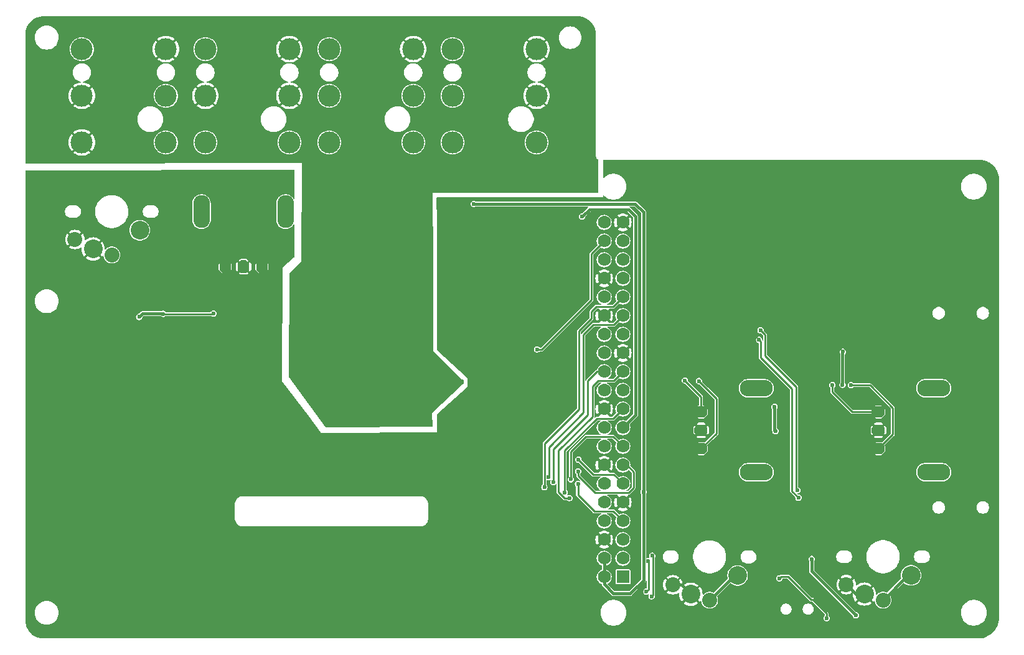
<source format=gbr>
%TF.GenerationSoftware,KiCad,Pcbnew,9.0.6*%
%TF.CreationDate,2025-11-16T15:37:37+10:00*%
%TF.ProjectId,ShieldXL-M,53686965-6c64-4584-9c2d-4d2e6b696361,rev?*%
%TF.SameCoordinates,Original*%
%TF.FileFunction,Copper,L1,Top*%
%TF.FilePolarity,Positive*%
%FSLAX46Y46*%
G04 Gerber Fmt 4.6, Leading zero omitted, Abs format (unit mm)*
G04 Created by KiCad (PCBNEW 9.0.6) date 2025-11-16 15:37:37*
%MOMM*%
%LPD*%
G01*
G04 APERTURE LIST*
G04 Aperture macros list*
%AMOutline5P*
0 Free polygon, 5 corners , with rotation*
0 The origin of the aperture is its center*
0 number of corners: always 5*
0 $1 to $10 corner X, Y*
0 $11 Rotation angle, in degrees counterclockwise*
0 create outline with 5 corners*
4,1,5,$1,$2,$3,$4,$5,$6,$7,$8,$9,$10,$1,$2,$11*%
%AMOutline6P*
0 Free polygon, 6 corners , with rotation*
0 The origin of the aperture is its center*
0 number of corners: always 6*
0 $1 to $12 corner X, Y*
0 $13 Rotation angle, in degrees counterclockwise*
0 create outline with 6 corners*
4,1,6,$1,$2,$3,$4,$5,$6,$7,$8,$9,$10,$11,$12,$1,$2,$13*%
%AMOutline7P*
0 Free polygon, 7 corners , with rotation*
0 The origin of the aperture is its center*
0 number of corners: always 7*
0 $1 to $14 corner X, Y*
0 $15 Rotation angle, in degrees counterclockwise*
0 create outline with 7 corners*
4,1,7,$1,$2,$3,$4,$5,$6,$7,$8,$9,$10,$11,$12,$13,$14,$1,$2,$15*%
%AMOutline8P*
0 Free polygon, 8 corners , with rotation*
0 The origin of the aperture is its center*
0 number of corners: always 8*
0 $1 to $16 corner X, Y*
0 $17 Rotation angle, in degrees counterclockwise*
0 create outline with 8 corners*
4,1,8,$1,$2,$3,$4,$5,$6,$7,$8,$9,$10,$11,$12,$13,$14,$15,$16,$1,$2,$17*%
G04 Aperture macros list end*
%TA.AperFunction,ComponentPad*%
%ADD10C,2.032000*%
%TD*%
%TA.AperFunction,ComponentPad*%
%ADD11C,2.540000*%
%TD*%
%TA.AperFunction,ComponentPad*%
%ADD12O,4.500000X2.250000*%
%TD*%
%TA.AperFunction,ComponentPad*%
%ADD13Outline8P,-0.754000X0.447317X-0.312317X0.889000X0.312317X0.889000X0.754000X0.447317X0.754000X-0.447317X0.312317X-0.889000X-0.312317X-0.889000X-0.754000X-0.447317X270.000000*%
%TD*%
%TA.AperFunction,ComponentPad*%
%ADD14O,2.250000X4.500000*%
%TD*%
%TA.AperFunction,ComponentPad*%
%ADD15Outline8P,-0.754000X0.447317X-0.312317X0.889000X0.312317X0.889000X0.754000X0.447317X0.754000X-0.447317X0.312317X-0.889000X-0.312317X-0.889000X-0.754000X-0.447317X0.000000*%
%TD*%
%TA.AperFunction,ComponentPad*%
%ADD16R,1.778000X1.778000*%
%TD*%
%TA.AperFunction,ComponentPad*%
%ADD17C,1.778000*%
%TD*%
%TA.AperFunction,ComponentPad*%
%ADD18C,3.000000*%
%TD*%
%TA.AperFunction,ViaPad*%
%ADD19C,0.600000*%
%TD*%
%TA.AperFunction,ViaPad*%
%ADD20C,0.660400*%
%TD*%
%TA.AperFunction,ViaPad*%
%ADD21C,0.787400*%
%TD*%
%TA.AperFunction,ViaPad*%
%ADD22C,0.906400*%
%TD*%
%TA.AperFunction,Conductor*%
%ADD23C,0.254000*%
%TD*%
%TA.AperFunction,Conductor*%
%ADD24C,0.406400*%
%TD*%
G04 APERTURE END LIST*
D10*
%TO.P,SW2,SW1,PIN-1*%
%TO.N,Net-(SW2-PIN-1)*%
X173018135Y-134713295D03*
D11*
X176828135Y-131353295D03*
D10*
%TO.P,SW2,SW2,PIN-2*%
%TO.N,GND*%
X168018135Y-132613295D03*
D11*
X170478135Y-133893295D03*
%TD*%
D12*
%TO.P,E2,*%
%TO.N,*%
X203495058Y-105862585D03*
X203495058Y-117292585D03*
D13*
%TO.P,E2,A,A*%
%TO.N,Net-(E2-PadA)*%
X195995058Y-109077585D03*
%TO.P,E2,B,B*%
%TO.N,Net-(E2-PadB)*%
X195995058Y-114077585D03*
%TO.P,E2,GND,GND*%
%TO.N,GND*%
X195995058Y-111577585D03*
%TD*%
D10*
%TO.P,SW3,SW1,PIN-1*%
%TO.N,Net-(SW3-PIN-1)*%
X196607718Y-134695933D03*
D11*
X200417718Y-131335933D03*
D10*
%TO.P,SW3,SW2,PIN-2*%
%TO.N,GND*%
X191607718Y-132595933D03*
D11*
X194067718Y-133875933D03*
%TD*%
D10*
%TO.P,SW1,SW1,PIN-1*%
%TO.N,Net-(SW1-PIN-1)*%
X91707658Y-87716663D03*
D11*
X95517658Y-84356663D03*
D10*
%TO.P,SW1,SW2,PIN-2*%
%TO.N,GND*%
X86707658Y-85616663D03*
D11*
X89167658Y-86896663D03*
%TD*%
D14*
%TO.P,E1,*%
%TO.N,*%
X103916361Y-81834032D03*
X115346361Y-81834032D03*
D15*
%TO.P,E1,A,A*%
%TO.N,Net-(E1-PadA)*%
X107131361Y-89334032D03*
%TO.P,E1,B,B*%
%TO.N,Net-(E1-PadB)*%
X112131361Y-89334032D03*
%TO.P,E1,GND,GND*%
%TO.N,GND*%
X109631361Y-89334032D03*
%TD*%
D12*
%TO.P,E3,*%
%TO.N,*%
X179376520Y-105866217D03*
X179376520Y-117296217D03*
D13*
%TO.P,E3,A,A*%
%TO.N,Net-(E3-PadA)*%
X171876520Y-109081217D03*
%TO.P,E3,B,B*%
%TO.N,Net-(E3-PadB)*%
X171876520Y-114081217D03*
%TO.P,E3,GND,GND*%
%TO.N,GND*%
X171876520Y-111581217D03*
%TD*%
D16*
%TO.P,X1,1,3V3A*%
%TO.N,+3V3*%
X161218360Y-131546589D03*
D17*
%TO.P,X1,2,5V0A*%
%TO.N,+5V*%
X158678360Y-131546589D03*
%TO.P,X1,3,SDA*%
%TO.N,/norns-shield-210330_1/SDA*%
X161218360Y-129006589D03*
%TO.P,X1,4,5V0B*%
%TO.N,+5V*%
X158678360Y-129006589D03*
%TO.P,X1,5,SCL*%
%TO.N,/norns-shield-210330_1/SCL*%
X161218360Y-126466589D03*
%TO.P,X1,6,GND_A*%
%TO.N,GND*%
X158678360Y-126466589D03*
%TO.P,X1,7,GPIO04*%
%TO.N,A1*%
X161218360Y-123926589D03*
%TO.P,X1,8,TXD*%
%TO.N,MIDI_TX*%
X158678360Y-123926589D03*
%TO.P,X1,9,GND_B*%
%TO.N,GND*%
X161218360Y-121386589D03*
%TO.P,X1,10,RXD*%
%TO.N,MIDI_RX*%
X158678360Y-121386589D03*
%TO.P,X1,11,GPIO17*%
%TO.N,/norns-shield-210330_1/R-CODEC*%
X161218360Y-118846589D03*
%TO.P,X1,12,GPIO18*%
%TO.N,/norns-shield-210330_1/SCLK*%
X158678360Y-118846589D03*
%TO.P,X1,13,GPIO27*%
%TO.N,B1*%
X161218360Y-116306589D03*
%TO.P,X1,14,GND_C*%
%TO.N,GND*%
X158678360Y-116306589D03*
%TO.P,X1,15,GPIO22*%
%TO.N,K1*%
X161218360Y-113766589D03*
%TO.P,X1,16,GPIO23*%
%TO.N,B2*%
X158678360Y-113766589D03*
%TO.P,X1,17,3V3B*%
%TO.N,+3V3*%
X161218360Y-111226589D03*
%TO.P,X1,18,GPIO24*%
%TO.N,A2*%
X158678360Y-111226589D03*
%TO.P,X1,19,SPI_MOSI*%
%TO.N,MOSI*%
X161218360Y-108686589D03*
%TO.P,X1,20,GND_D*%
%TO.N,GND*%
X158678360Y-108686589D03*
%TO.P,X1,21,SPI_MISO*%
%TO.N,unconnected-(X1-SPI_MISO-Pad21)*%
X161218360Y-106146589D03*
%TO.P,X1,22,GPIO25*%
%TO.N,B3*%
X158678360Y-106146589D03*
%TO.P,X1,23,SPI_SCLK*%
%TO.N,SCK*%
X161218360Y-103606589D03*
%TO.P,X1,24,SPI_CE0*%
%TO.N,CE0*%
X158678360Y-103606589D03*
%TO.P,X1,25,GND_E*%
%TO.N,GND*%
X161218360Y-101066589D03*
%TO.P,X1,26,SPI_CE1*%
%TO.N,unconnected-(X1-SPI_CE1-Pad26)*%
X158678360Y-101066589D03*
%TO.P,X1,27,ID_SD*%
%TO.N,unconnected-(X1-ID_SD-Pad27)*%
X161218360Y-98526589D03*
%TO.P,X1,28,ID_SC*%
%TO.N,unconnected-(X1-ID_SC-Pad28)*%
X158678360Y-98526589D03*
%TO.P,X1,29,GPIO05*%
%TO.N,O_DC*%
X161218360Y-95986589D03*
%TO.P,X1,30,GND_F*%
%TO.N,GND*%
X158678360Y-95986589D03*
%TO.P,X1,31,GPIO06*%
%TO.N,O_RESET*%
X161218360Y-93446589D03*
%TO.P,X1,32,GPIO12*%
%TO.N,A3*%
X158678360Y-93446589D03*
%TO.P,X1,33,GPIO13*%
%TO.N,K3*%
X161218360Y-90906589D03*
%TO.P,X1,34,GND_G*%
%TO.N,GND*%
X158678360Y-90906589D03*
%TO.P,X1,35,GPIO19*%
%TO.N,/norns-shield-210330_1/LRCK*%
X161218360Y-88366589D03*
%TO.P,X1,36,GPIO16*%
%TO.N,unconnected-(X1-GPIO16-Pad36)*%
X158678360Y-88366589D03*
%TO.P,X1,37,GPIO26*%
%TO.N,K2*%
X161218360Y-85826589D03*
%TO.P,X1,38,GPIO20*%
%TO.N,/norns-shield-210330_1/SDOUT*%
X158678360Y-85826589D03*
%TO.P,X1,39,GND_H*%
%TO.N,GND*%
X161218360Y-83286589D03*
%TO.P,X1,40,GPIO21*%
%TO.N,/norns-shield-210330_1/SDIN*%
X158678360Y-83286589D03*
%TD*%
D18*
%TO.P,J2,R*%
%TO.N,AGND*%
X149491373Y-66052122D03*
%TO.P,J2,RN*%
%TO.N,unconnected-(J2-PadRN)*%
X138061373Y-66052122D03*
%TO.P,J2,S*%
%TO.N,AGND*%
X149491373Y-59702122D03*
%TO.P,J2,SN*%
%TO.N,unconnected-(J2-PadSN)*%
X138061373Y-59702122D03*
%TO.P,J2,T*%
%TO.N,Net-(C15-Pad1)*%
X149491373Y-72402122D03*
%TO.P,J2,TN*%
%TO.N,Net-(J1-PadR)*%
X138061373Y-72402122D03*
%TD*%
%TO.P,J1,R*%
%TO.N,Net-(J1-PadR)*%
X132712740Y-66052122D03*
%TO.P,J1,RN*%
%TO.N,unconnected-(J1-PadRN)*%
X121282740Y-66052122D03*
%TO.P,J1,S*%
%TO.N,AGND*%
X132712740Y-59702122D03*
%TO.P,J1,SN*%
%TO.N,unconnected-(J1-PadSN)*%
X121282740Y-59702122D03*
%TO.P,J1,T*%
%TO.N,Net-(C17-Pad1)*%
X132712740Y-72402122D03*
%TO.P,J1,TN*%
%TO.N,unconnected-(J1-PadTN)*%
X121282740Y-72402122D03*
%TD*%
%TO.P,J4,R*%
%TO.N,Net-(J4-PadR)*%
X99066853Y-66052122D03*
%TO.P,J4,RN*%
%TO.N,AGND*%
X87636853Y-66052122D03*
%TO.P,J4,S*%
X99066853Y-59702122D03*
%TO.P,J4,SN*%
%TO.N,unconnected-(J4-PadSN)*%
X87636853Y-59702122D03*
%TO.P,J4,T*%
%TO.N,Net-(J4-PadT)*%
X99066853Y-72402122D03*
%TO.P,J4,TN*%
%TO.N,AGND*%
X87636853Y-72402122D03*
%TD*%
%TO.P,J5,R*%
%TO.N,AGND*%
X115868103Y-66052122D03*
%TO.P,J5,RN*%
X104438103Y-66052122D03*
%TO.P,J5,S*%
X115868103Y-59702122D03*
%TO.P,J5,SN*%
%TO.N,unconnected-(J5-PadSN)*%
X104438103Y-59702122D03*
%TO.P,J5,T*%
%TO.N,Net-(J5-PadT)*%
X115868103Y-72402122D03*
%TO.P,J5,TN*%
%TO.N,Net-(J4-PadR)*%
X104438103Y-72402122D03*
%TD*%
D19*
%TO.N,+3V3*%
X98719476Y-95736373D03*
X191101837Y-105401015D03*
X155685604Y-82491247D03*
X105541997Y-95682010D03*
X191143914Y-100898691D03*
X186901713Y-129094480D03*
X192890629Y-136762827D03*
X181973795Y-111696752D03*
X95437303Y-96157093D03*
X181853191Y-108399223D03*
D20*
%TO.N,GND*%
X196043099Y-104843609D03*
D19*
X112010767Y-134427598D03*
X121958923Y-134280668D03*
X180638045Y-122200889D03*
X99257979Y-91920142D03*
X113136110Y-92125001D03*
D21*
X139856299Y-103122196D03*
D20*
X175610677Y-104898348D03*
D21*
X146523799Y-96772196D03*
D19*
X188687322Y-122407944D03*
D22*
X143146582Y-82212046D03*
D19*
X111345155Y-92938987D03*
X130455058Y-134298617D03*
D20*
X186257680Y-104904539D03*
D21*
X136655643Y-110108472D03*
D19*
X187587623Y-110154381D03*
X186209217Y-118034214D03*
D22*
X137922923Y-87907140D03*
D19*
X93065777Y-91936878D03*
X130370822Y-113056282D03*
D22*
X137224520Y-82666001D03*
D20*
X165660173Y-104877267D03*
D21*
X139538799Y-92962196D03*
X136998799Y-99947196D03*
D19*
X210191804Y-128809142D03*
%TO.N,/norns-shield-210330_1/R-CODEC*%
X155186593Y-115585532D03*
D21*
%TO.N,AGND*%
X122805150Y-104951397D03*
D19*
X117721960Y-92119801D03*
D21*
X122792964Y-100917806D03*
X139221299Y-105027196D03*
X125251299Y-83437196D03*
X125251299Y-94867196D03*
X131601299Y-94867196D03*
X130966299Y-98677196D03*
X129061299Y-101852196D03*
D19*
X129011366Y-109228526D03*
D21*
X132987012Y-108437316D03*
D22*
X133306570Y-84146405D03*
D19*
%TO.N,/norns-shield-210330_1/SDOUT*%
X149550177Y-100582196D03*
%TO.N,+5V*%
X164020860Y-119957470D03*
X140928131Y-80772813D03*
%TO.N,Net-(E2-PadA)*%
X189720433Y-105437322D03*
%TO.N,Net-(E2-PadB)*%
X192246759Y-105437322D03*
%TO.N,A1*%
X155119536Y-118884390D03*
%TO.N,B1*%
X155141888Y-117172536D03*
%TO.N,Net-(E3-PadA)*%
X169662459Y-104810243D03*
%TO.N,Net-(E3-PadB)*%
X171564566Y-104880398D03*
%TO.N,K1*%
X154154186Y-118254813D03*
%TO.N,K2*%
X179936977Y-97968076D03*
X184964913Y-119757139D03*
%TO.N,K3*%
X185100597Y-120757401D03*
X179752617Y-99281250D03*
%TO.N,O_RESET*%
X150550879Y-119309011D03*
%TO.N,O_DC*%
X151104379Y-117966256D03*
%TO.N,CE0*%
X151771755Y-118648299D03*
%TO.N,SCK*%
X153950067Y-120825667D03*
%TO.N,MOSI*%
X153329972Y-120091081D03*
%TO.N,MIDI_RX*%
X165131599Y-134187446D03*
X165209442Y-128660649D03*
%TO.N,MIDI_TX*%
X164431011Y-133533517D03*
X164650560Y-129390802D03*
%TO.N,/norns-shield-210330_2/RING1_4*%
X182492050Y-131745170D03*
X188927149Y-137154072D03*
%TD*%
D23*
%TO.N,+3V3*%
X98719476Y-95736373D02*
X105487634Y-95736373D01*
D24*
X162972611Y-82491247D02*
X161993905Y-81512541D01*
X98695824Y-95712721D02*
X98719476Y-95736373D01*
X161218360Y-111226589D02*
X162972611Y-109472338D01*
X186901713Y-130773911D02*
X186901713Y-129094480D01*
X156664310Y-81512541D02*
X155685604Y-82491247D01*
X162972611Y-109472338D02*
X162972611Y-82491247D01*
X191101837Y-100940768D02*
X191143914Y-100898691D01*
X181853191Y-111576148D02*
X181853191Y-108399223D01*
X95881675Y-95712721D02*
X98695824Y-95712721D01*
X181973795Y-111696752D02*
X181853191Y-111576148D01*
X156755256Y-81512541D02*
X156664310Y-81512541D01*
D23*
X105487634Y-95736373D02*
X105541997Y-95682010D01*
D24*
X161993905Y-81512541D02*
X156755256Y-81512541D01*
X192890629Y-136762827D02*
X186901713Y-130773911D01*
X191101837Y-105401015D02*
X191101837Y-100940768D01*
X95437303Y-96157093D02*
X95881675Y-95712721D01*
%TO.N,GND*%
X194067718Y-133875933D02*
X192887718Y-133875933D01*
X169198135Y-132613295D02*
X170478135Y-133893295D01*
X192887718Y-133875933D02*
X191607718Y-132595933D01*
X168018135Y-132613295D02*
X169198135Y-132613295D01*
D23*
%TO.N,/norns-shield-210330_1/R-CODEC*%
X155186593Y-115585532D02*
X157183659Y-117582598D01*
X159954369Y-117582598D02*
X161218360Y-118846589D01*
X157183659Y-117582598D02*
X159954369Y-117582598D01*
%TO.N,/norns-shield-210330_1/SDOUT*%
X150187276Y-100582196D02*
X156919468Y-93850004D01*
X156919468Y-87585481D02*
X158678360Y-85826589D01*
X149550177Y-100582196D02*
X150187276Y-100582196D01*
X156919468Y-93850004D02*
X156919468Y-87585481D01*
D24*
%TO.N,+5V*%
X164020860Y-81885983D02*
X164020860Y-119957470D01*
X164020860Y-119957470D02*
X164020860Y-131996472D01*
X164020860Y-131996472D02*
X162212477Y-133804855D01*
X162907690Y-80772813D02*
X164020860Y-81885983D01*
X162212477Y-133804855D02*
X159944824Y-133804855D01*
X159944824Y-133804855D02*
X158678360Y-132538391D01*
X158678360Y-132538391D02*
X158678360Y-131546589D01*
X140928131Y-80772813D02*
X162907690Y-80772813D01*
X158678360Y-129006589D02*
X158678360Y-131546589D01*
D23*
%TO.N,Net-(E2-PadA)*%
X189720433Y-105437322D02*
X189720433Y-106372062D01*
X189720433Y-106372062D02*
X192448866Y-109100495D01*
X192448866Y-109100495D02*
X195972148Y-109100495D01*
X195972148Y-109100495D02*
X195995058Y-109077585D01*
%TO.N,Net-(E2-PadB)*%
X194848875Y-105437322D02*
X197930993Y-108519440D01*
X192246759Y-105437322D02*
X194848875Y-105437322D01*
X197930993Y-112141650D02*
X195995058Y-114077585D01*
X197930993Y-108519440D02*
X197930993Y-112141650D01*
%TO.N,A1*%
X159907857Y-122616086D02*
X161218360Y-123926589D01*
X155119536Y-120382064D02*
X157353558Y-122616086D01*
X157353558Y-122616086D02*
X159907857Y-122616086D01*
X155119536Y-118884390D02*
X155119536Y-120382064D01*
%TO.N,B1*%
X162691601Y-119390443D02*
X162691601Y-117259514D01*
X161993537Y-120088507D02*
X162691601Y-119390443D01*
X155141888Y-117790002D02*
X157440393Y-120088507D01*
X161738676Y-116306589D02*
X161218360Y-116306589D01*
X155141888Y-117172536D02*
X155141888Y-117790002D01*
X162691601Y-117259514D02*
X161738676Y-116306589D01*
X157440393Y-120088507D02*
X161993537Y-120088507D01*
%TO.N,Net-(E3-PadA)*%
X169662459Y-104810243D02*
X171876520Y-107024304D01*
X171876520Y-107024304D02*
X171876520Y-109081217D01*
%TO.N,Net-(E3-PadB)*%
X171564566Y-104880398D02*
X173966487Y-107282319D01*
X173966487Y-107282319D02*
X173966487Y-111991250D01*
X173966487Y-111991250D02*
X171876520Y-114081217D01*
%TO.N,K1*%
X156193279Y-112478070D02*
X159929841Y-112478070D01*
X154154186Y-114517163D02*
X156193279Y-112478070D01*
X159929841Y-112478070D02*
X161218360Y-113766589D01*
X154154186Y-118254813D02*
X154154186Y-114517163D01*
%TO.N,K2*%
X180576479Y-101418696D02*
X184828704Y-105670921D01*
X179936977Y-97968076D02*
X180576479Y-98607578D01*
X180576479Y-98607578D02*
X180576479Y-101418696D01*
X184828704Y-105670921D02*
X184828704Y-119620930D01*
X184828704Y-119620930D02*
X184964913Y-119757139D01*
%TO.N,K3*%
X184215812Y-105933377D02*
X179952214Y-101669779D01*
X185100597Y-120757401D02*
X184215812Y-119872616D01*
X179952214Y-101669779D02*
X179952214Y-99480847D01*
X179952214Y-99480847D02*
X179752617Y-99281250D01*
X184215812Y-119872616D02*
X184215812Y-105933377D01*
%TO.N,O_RESET*%
X155254307Y-108696537D02*
X155254307Y-98036387D01*
X156952428Y-95426622D02*
X157626156Y-94752894D01*
X159912055Y-94752894D02*
X161218360Y-93446589D01*
X150550879Y-113399965D02*
X155254307Y-108696537D01*
X157626156Y-94752894D02*
X159912055Y-94752894D01*
X150550879Y-119309011D02*
X150550879Y-113399965D01*
X155254307Y-98036387D02*
X156952428Y-96338266D01*
X156952428Y-96338266D02*
X156952428Y-95426622D01*
%TO.N,O_DC*%
X155831287Y-98607997D02*
X157189904Y-97249380D01*
X151148624Y-113870370D02*
X155831287Y-109187707D01*
X157189904Y-97249380D02*
X159955569Y-97249380D01*
X159955569Y-97249380D02*
X161218360Y-95986589D01*
X151148624Y-117922011D02*
X151148624Y-113870370D01*
X155831287Y-109187707D02*
X155831287Y-98607997D01*
X151104379Y-117966256D02*
X151148624Y-117922011D01*
%TO.N,CE0*%
X151816004Y-118604050D02*
X151816004Y-114139676D01*
X151771755Y-118648299D02*
X151816004Y-118604050D01*
X157713438Y-103606589D02*
X158678360Y-103606589D01*
X151816004Y-114139676D02*
X156451998Y-109503682D01*
X156451998Y-104868029D02*
X157713438Y-103606589D01*
X156451998Y-109503682D02*
X156451998Y-104868029D01*
%TO.N,SCK*%
X152483384Y-120027968D02*
X152483384Y-114344184D01*
X153950067Y-120825667D02*
X153281083Y-120825667D01*
X160000781Y-104824168D02*
X161218360Y-103606589D01*
X157092888Y-109734680D02*
X157092888Y-105617137D01*
X157885857Y-104824168D02*
X160000781Y-104824168D01*
X152483384Y-114344184D02*
X157092888Y-109734680D01*
X157092888Y-105617137D02*
X157885857Y-104824168D01*
X153281083Y-120825667D02*
X152483384Y-120027968D01*
%TO.N,MOSI*%
X157704257Y-109960464D02*
X159944485Y-109960464D01*
X153329972Y-114334749D02*
X157704257Y-109960464D01*
X153329972Y-120091081D02*
X153329972Y-114334749D01*
X159944485Y-109960464D02*
X161218360Y-108686589D01*
%TO.N,MIDI_RX*%
X165313277Y-128764484D02*
X165313277Y-134005768D01*
X165209442Y-128660649D02*
X165313277Y-128764484D01*
X165313277Y-134005768D02*
X165131599Y-134187446D01*
D24*
%TO.N,Net-(SW2-PIN-1)*%
X173018135Y-134713295D02*
X176378135Y-131353295D01*
X176378135Y-131353295D02*
X176828135Y-131353295D01*
%TO.N,Net-(SW3-PIN-1)*%
X199967718Y-131335933D02*
X200417718Y-131335933D01*
X196607718Y-134695933D02*
X199967718Y-131335933D01*
D23*
%TO.N,MIDI_TX*%
X164712414Y-129452656D02*
X164712414Y-133252114D01*
X164650560Y-129390802D02*
X164712414Y-129452656D01*
X164712414Y-133252114D02*
X164431011Y-133533517D01*
%TO.N,/norns-shield-210330_2/RING1_4*%
X183702762Y-131490283D02*
X182746937Y-131490283D01*
X182746937Y-131490283D02*
X182492050Y-131745170D01*
X186856986Y-134644507D02*
X183702762Y-131490283D01*
X188927149Y-136523505D02*
X187048151Y-134644507D01*
X187048151Y-134644507D02*
X186856986Y-134644507D01*
X188927149Y-137154072D02*
X188927149Y-136523505D01*
%TD*%
%TA.AperFunction,Conductor*%
%TO.N,GND*%
G36*
X157932431Y-95025700D02*
G01*
X158448614Y-95541883D01*
X158371353Y-95586490D01*
X158278261Y-95679582D01*
X158233654Y-95756843D01*
X157734126Y-95257315D01*
X157659707Y-95355861D01*
X157561155Y-95553780D01*
X157500649Y-95766433D01*
X157500647Y-95766444D01*
X157480249Y-95986584D01*
X157480249Y-95986593D01*
X157500647Y-96206733D01*
X157500649Y-96206744D01*
X157561155Y-96419397D01*
X157659705Y-96617312D01*
X157734126Y-96715861D01*
X158233653Y-96216333D01*
X158278261Y-96293596D01*
X158371353Y-96386688D01*
X158448613Y-96431294D01*
X157944557Y-96935350D01*
X157928989Y-96975541D01*
X157885230Y-96994863D01*
X157883785Y-96994880D01*
X157247808Y-96994880D01*
X157247800Y-96994879D01*
X157240527Y-96994879D01*
X157139281Y-96994879D01*
X157139278Y-96994879D01*
X157045744Y-97033622D01*
X157045739Y-97033626D01*
X155615501Y-98463865D01*
X155571307Y-98482171D01*
X155527113Y-98463865D01*
X155508807Y-98419671D01*
X155508807Y-98167693D01*
X155527113Y-98123499D01*
X156185478Y-97465134D01*
X157168183Y-96482429D01*
X157174129Y-96468076D01*
X157206928Y-96388891D01*
X157206929Y-96388888D01*
X157206929Y-96282612D01*
X157206928Y-96282598D01*
X157206928Y-95557927D01*
X157225234Y-95513733D01*
X157713267Y-95025700D01*
X157757461Y-95007394D01*
X157888237Y-95007394D01*
X157932431Y-95025700D01*
G37*
%TD.AperFunction*%
%TA.AperFunction,Conductor*%
G36*
X209725771Y-74770936D02*
G01*
X209860829Y-74774542D01*
X209863985Y-74774706D01*
X209996148Y-74784945D01*
X209999249Y-74785263D01*
X210129455Y-74801999D01*
X210132539Y-74802475D01*
X210260653Y-74825546D01*
X210263697Y-74826173D01*
X210389551Y-74855412D01*
X210392532Y-74856184D01*
X210515960Y-74891429D01*
X210518880Y-74892342D01*
X210639707Y-74933423D01*
X210642562Y-74934472D01*
X210717391Y-74964103D01*
X210760677Y-74981245D01*
X210763495Y-74982442D01*
X210878640Y-75034699D01*
X210881367Y-75036017D01*
X210993496Y-75093653D01*
X210996126Y-75095086D01*
X211105034Y-75157917D01*
X211107609Y-75159487D01*
X211213089Y-75227325D01*
X211215554Y-75228995D01*
X211305813Y-75293374D01*
X211317487Y-75301701D01*
X211319882Y-75303497D01*
X211418072Y-75380885D01*
X211420372Y-75382789D01*
X211514718Y-75464749D01*
X211516922Y-75466758D01*
X211607183Y-75553059D01*
X211609282Y-75555164D01*
X211695330Y-75645673D01*
X211697308Y-75647855D01*
X211739881Y-75697144D01*
X211778976Y-75742407D01*
X211780873Y-75744712D01*
X211857986Y-75843123D01*
X211859776Y-75845524D01*
X211932179Y-75947646D01*
X211933857Y-75950137D01*
X212001385Y-76055799D01*
X212002947Y-76058378D01*
X212065435Y-76167410D01*
X212066878Y-76170076D01*
X212124174Y-76282338D01*
X212125492Y-76285084D01*
X212177414Y-76400368D01*
X212178603Y-76403191D01*
X212225019Y-76521403D01*
X212226074Y-76524298D01*
X212265593Y-76641645D01*
X212266779Y-76645165D01*
X212267695Y-76648125D01*
X212302574Y-76771614D01*
X212303346Y-76774633D01*
X212332215Y-76900531D01*
X212332838Y-76903599D01*
X212355534Y-77031735D01*
X212356004Y-77034845D01*
X212372366Y-77165076D01*
X212372681Y-77168216D01*
X212382544Y-77300396D01*
X212382699Y-77303554D01*
X212385927Y-77438647D01*
X212385945Y-77440159D01*
X212367689Y-137440573D01*
X212366751Y-137451342D01*
X212347420Y-137561657D01*
X212346797Y-137564750D01*
X212307611Y-137736775D01*
X212306663Y-137740426D01*
X212257717Y-137907907D01*
X212256556Y-137911476D01*
X212198066Y-138074547D01*
X212196702Y-138078020D01*
X212129003Y-138236335D01*
X212127444Y-138239701D01*
X212050830Y-138393003D01*
X212049084Y-138396253D01*
X211963902Y-138544171D01*
X211961977Y-138547298D01*
X211868528Y-138689543D01*
X211866432Y-138692539D01*
X211765054Y-138828768D01*
X211762794Y-138831627D01*
X211653794Y-138961541D01*
X211651375Y-138964259D01*
X211534817Y-139087804D01*
X211532683Y-139089958D01*
X211451874Y-139167687D01*
X211449638Y-139169737D01*
X211321583Y-139281469D01*
X211318767Y-139283784D01*
X211184601Y-139387716D01*
X211181647Y-139389869D01*
X211041363Y-139485967D01*
X211038278Y-139487950D01*
X210892201Y-139575894D01*
X210888992Y-139577700D01*
X210737410Y-139657193D01*
X210734081Y-139658815D01*
X210577374Y-139729498D01*
X210573937Y-139730926D01*
X210412392Y-139792502D01*
X210408855Y-139793730D01*
X210242812Y-139845870D01*
X210239190Y-139846889D01*
X210068902Y-139889293D01*
X210065207Y-139890095D01*
X209896392Y-139921432D01*
X209884985Y-139922482D01*
X82426878Y-139922482D01*
X82425266Y-139922461D01*
X82300482Y-139919241D01*
X82296538Y-139919015D01*
X82112770Y-139902613D01*
X82108081Y-139902015D01*
X81929128Y-139872278D01*
X81924525Y-139871334D01*
X81750283Y-139828720D01*
X81745800Y-139827444D01*
X81576785Y-139772472D01*
X81572445Y-139770881D01*
X81419295Y-139708210D01*
X81409130Y-139704050D01*
X81404959Y-139702162D01*
X81247867Y-139623991D01*
X81243875Y-139621820D01*
X81093491Y-139532805D01*
X81089694Y-139530368D01*
X80946564Y-139431041D01*
X80942972Y-139428352D01*
X80846155Y-139350304D01*
X80807578Y-139319205D01*
X80804204Y-139316281D01*
X80803961Y-139316055D01*
X80679195Y-139199813D01*
X80676309Y-139197124D01*
X80674170Y-139195033D01*
X80655732Y-139176128D01*
X80635203Y-139155080D01*
X80633192Y-139152917D01*
X80517241Y-139022082D01*
X80514393Y-139018626D01*
X80503529Y-139004437D01*
X80408621Y-138880480D01*
X80406023Y-138876820D01*
X80401372Y-138869744D01*
X80310264Y-138731121D01*
X80307918Y-138727253D01*
X80286871Y-138689543D01*
X80222657Y-138574488D01*
X80220585Y-138570436D01*
X80217333Y-138563459D01*
X80146321Y-138411093D01*
X80144536Y-138406861D01*
X80090674Y-138264884D01*
X80081809Y-138241517D01*
X80080329Y-138237133D01*
X80059545Y-138167089D01*
X80029610Y-138066206D01*
X80028458Y-138061711D01*
X79990277Y-137885767D01*
X79989455Y-137881144D01*
X79982522Y-137831363D01*
X79964242Y-137700114D01*
X79963824Y-137696233D01*
X79954603Y-137574122D01*
X79954448Y-137571018D01*
X79951341Y-137445562D01*
X79951322Y-137444014D01*
X79951340Y-136428468D01*
X81224655Y-136428468D01*
X81224655Y-136428477D01*
X81244727Y-136683536D01*
X81244728Y-136683540D01*
X81304457Y-136932327D01*
X81304460Y-136932336D01*
X81402369Y-137168711D01*
X81402371Y-137168714D01*
X81402372Y-137168716D01*
X81441316Y-137232267D01*
X81536055Y-137386868D01*
X81536056Y-137386870D01*
X81536058Y-137386872D01*
X81577099Y-137434925D01*
X81702224Y-137581429D01*
X81819549Y-137681633D01*
X81896782Y-137747596D01*
X82114938Y-137881282D01*
X82114940Y-137881283D01*
X82114942Y-137881284D01*
X82197446Y-137915458D01*
X82351321Y-137979195D01*
X82600111Y-138038925D01*
X82600113Y-138038925D01*
X82600117Y-138038926D01*
X82855177Y-138058999D01*
X82855181Y-138058999D01*
X82855185Y-138058999D01*
X83110244Y-138038926D01*
X83110246Y-138038925D01*
X83110251Y-138038925D01*
X83359041Y-137979195D01*
X83595424Y-137881282D01*
X83813580Y-137747596D01*
X84008137Y-137581429D01*
X84174304Y-137386872D01*
X84307990Y-137168716D01*
X84405903Y-136932333D01*
X84465633Y-136683543D01*
X84467895Y-136654810D01*
X84485707Y-136428477D01*
X84485707Y-136428468D01*
X84475742Y-136301850D01*
X158197860Y-136301850D01*
X158197860Y-136531327D01*
X158227812Y-136758829D01*
X158227812Y-136758831D01*
X158274302Y-136932333D01*
X158287202Y-136980476D01*
X158308706Y-137032391D01*
X158375013Y-137192471D01*
X158375019Y-137192483D01*
X158468237Y-137353941D01*
X158489749Y-137391201D01*
X158629441Y-137573250D01*
X158791699Y-137735508D01*
X158973748Y-137875200D01*
X159172472Y-137989933D01*
X159384473Y-138077747D01*
X159606122Y-138137137D01*
X159833626Y-138167089D01*
X159833632Y-138167089D01*
X160063088Y-138167089D01*
X160063094Y-138167089D01*
X160290598Y-138137137D01*
X160512247Y-138077747D01*
X160724248Y-137989933D01*
X160922972Y-137875200D01*
X161105021Y-137735508D01*
X161267279Y-137573250D01*
X161406971Y-137391201D01*
X161521704Y-137192477D01*
X161609518Y-136980476D01*
X161668908Y-136758827D01*
X161698860Y-136531323D01*
X161698860Y-136301855D01*
X161668908Y-136074351D01*
X161611440Y-135859875D01*
X182662975Y-135859875D01*
X182662975Y-136007714D01*
X182691816Y-136152706D01*
X182691816Y-136152707D01*
X182748391Y-136289290D01*
X182748392Y-136289292D01*
X182808562Y-136379343D01*
X182830524Y-136412211D01*
X182935059Y-136516746D01*
X183057980Y-136598879D01*
X183194562Y-136655453D01*
X183339557Y-136684295D01*
X183487393Y-136684295D01*
X183632388Y-136655453D01*
X183768970Y-136598879D01*
X183891891Y-136516746D01*
X183996426Y-136412211D01*
X184078559Y-136289290D01*
X184135133Y-136152708D01*
X184163975Y-136007713D01*
X184163975Y-135859877D01*
X184163975Y-135859875D01*
X185662975Y-135859875D01*
X185662975Y-136007714D01*
X185691816Y-136152706D01*
X185691816Y-136152707D01*
X185748391Y-136289290D01*
X185748392Y-136289292D01*
X185808562Y-136379343D01*
X185830524Y-136412211D01*
X185935059Y-136516746D01*
X186057980Y-136598879D01*
X186194562Y-136655453D01*
X186339557Y-136684295D01*
X186487393Y-136684295D01*
X186632388Y-136655453D01*
X186768970Y-136598879D01*
X186891891Y-136516746D01*
X186996426Y-136412211D01*
X187078559Y-136289290D01*
X187135133Y-136152708D01*
X187163975Y-136007713D01*
X187163975Y-135859877D01*
X187135133Y-135714882D01*
X187078559Y-135578300D01*
X186996426Y-135455379D01*
X186891891Y-135350844D01*
X186891890Y-135350843D01*
X186768972Y-135268712D01*
X186768970Y-135268711D01*
X186632386Y-135212136D01*
X186487394Y-135183295D01*
X186487393Y-135183295D01*
X186339557Y-135183295D01*
X186339555Y-135183295D01*
X186194563Y-135212136D01*
X186194562Y-135212136D01*
X186057979Y-135268711D01*
X186057977Y-135268712D01*
X185935059Y-135350843D01*
X185830523Y-135455379D01*
X185748392Y-135578297D01*
X185748391Y-135578299D01*
X185691816Y-135714882D01*
X185691816Y-135714883D01*
X185662975Y-135859875D01*
X184163975Y-135859875D01*
X184135133Y-135714882D01*
X184078559Y-135578300D01*
X183996426Y-135455379D01*
X183891891Y-135350844D01*
X183891890Y-135350843D01*
X183768972Y-135268712D01*
X183768970Y-135268711D01*
X183632386Y-135212136D01*
X183487394Y-135183295D01*
X183487393Y-135183295D01*
X183339557Y-135183295D01*
X183339555Y-135183295D01*
X183194563Y-135212136D01*
X183194562Y-135212136D01*
X183057979Y-135268711D01*
X183057977Y-135268712D01*
X182935059Y-135350843D01*
X182830523Y-135455379D01*
X182748392Y-135578297D01*
X182748391Y-135578299D01*
X182691816Y-135714882D01*
X182691816Y-135714883D01*
X182662975Y-135859875D01*
X161611440Y-135859875D01*
X161609518Y-135852702D01*
X161521704Y-135640701D01*
X161406971Y-135441977D01*
X161267279Y-135259928D01*
X161105021Y-135097670D01*
X160922972Y-134957978D01*
X160864669Y-134924317D01*
X160724254Y-134843248D01*
X160724242Y-134843242D01*
X160564961Y-134777266D01*
X160512247Y-134755431D01*
X160512243Y-134755430D01*
X160512241Y-134755429D01*
X160512242Y-134755429D01*
X160290601Y-134696041D01*
X160063098Y-134666089D01*
X160063094Y-134666089D01*
X159833626Y-134666089D01*
X159833621Y-134666089D01*
X159606119Y-134696041D01*
X159606117Y-134696041D01*
X159384478Y-134755429D01*
X159172477Y-134843242D01*
X159172465Y-134843248D01*
X158973754Y-134957974D01*
X158973751Y-134957976D01*
X158973748Y-134957978D01*
X158885644Y-135025583D01*
X158791697Y-135097671D01*
X158629442Y-135259926D01*
X158598319Y-135300487D01*
X158489749Y-135441977D01*
X158489747Y-135441980D01*
X158489745Y-135441983D01*
X158375019Y-135640694D01*
X158375013Y-135640706D01*
X158287200Y-135852707D01*
X158227812Y-136074346D01*
X158227812Y-136074348D01*
X158197860Y-136301850D01*
X84475742Y-136301850D01*
X84465634Y-136173409D01*
X84465633Y-136173405D01*
X84460664Y-136152708D01*
X84405903Y-135924613D01*
X84329972Y-135741299D01*
X84307992Y-135688234D01*
X84307990Y-135688231D01*
X84307990Y-135688230D01*
X84194484Y-135503005D01*
X84174306Y-135470077D01*
X84174305Y-135470076D01*
X84174304Y-135470074D01*
X84072472Y-135350844D01*
X84008137Y-135275516D01*
X83835586Y-135128145D01*
X83813580Y-135109350D01*
X83813578Y-135109348D01*
X83813576Y-135109347D01*
X83595422Y-134975663D01*
X83595419Y-134975661D01*
X83359044Y-134877752D01*
X83359035Y-134877749D01*
X83110248Y-134818020D01*
X83110244Y-134818019D01*
X82855185Y-134797947D01*
X82855177Y-134797947D01*
X82600117Y-134818019D01*
X82600113Y-134818020D01*
X82351326Y-134877749D01*
X82351317Y-134877752D01*
X82114942Y-134975661D01*
X82114939Y-134975663D01*
X81896785Y-135109347D01*
X81702224Y-135275516D01*
X81536055Y-135470077D01*
X81402371Y-135688231D01*
X81402369Y-135688234D01*
X81304460Y-135924609D01*
X81304457Y-135924618D01*
X81244728Y-136173405D01*
X81244727Y-136173409D01*
X81224655Y-136428468D01*
X79951340Y-136428468D01*
X79951350Y-135852707D01*
X79951512Y-126466584D01*
X157480249Y-126466584D01*
X157480249Y-126466593D01*
X157500647Y-126686733D01*
X157500649Y-126686744D01*
X157561155Y-126899397D01*
X157659705Y-127097312D01*
X157734126Y-127195861D01*
X158233653Y-126696333D01*
X158278261Y-126773596D01*
X158371353Y-126866688D01*
X158448614Y-126911294D01*
X157946329Y-127413579D01*
X157956333Y-127422699D01*
X158144317Y-127539094D01*
X158350484Y-127618963D01*
X158567807Y-127659588D01*
X158567815Y-127659589D01*
X158788905Y-127659589D01*
X158788912Y-127659588D01*
X159006235Y-127618963D01*
X159212405Y-127539093D01*
X159212407Y-127539092D01*
X159400378Y-127422704D01*
X159400382Y-127422702D01*
X159410390Y-127413578D01*
X158908105Y-126911294D01*
X158985367Y-126866688D01*
X159078459Y-126773596D01*
X159123065Y-126696334D01*
X159622592Y-127195862D01*
X159622593Y-127195861D01*
X159697014Y-127097312D01*
X159795564Y-126899397D01*
X159856070Y-126686744D01*
X159856072Y-126686733D01*
X159876471Y-126466593D01*
X159876471Y-126466588D01*
X160196942Y-126466588D01*
X160196942Y-126466589D01*
X160216567Y-126665856D01*
X160237541Y-126734998D01*
X160274693Y-126857469D01*
X160274694Y-126857470D01*
X160369078Y-127034052D01*
X160369086Y-127034063D01*
X160437559Y-127117499D01*
X160496108Y-127188841D01*
X160650891Y-127315867D01*
X160650894Y-127315868D01*
X160650896Y-127315870D01*
X160696842Y-127340428D01*
X160827480Y-127410256D01*
X161019091Y-127468381D01*
X161218360Y-127488007D01*
X161417629Y-127468381D01*
X161609240Y-127410256D01*
X161785829Y-127315867D01*
X161940612Y-127188841D01*
X162067638Y-127034058D01*
X162162027Y-126857469D01*
X162220152Y-126665858D01*
X162239778Y-126466589D01*
X162220152Y-126267320D01*
X162162027Y-126075709D01*
X162067638Y-125899120D01*
X161940612Y-125744337D01*
X161932054Y-125737314D01*
X161785834Y-125617315D01*
X161785832Y-125617314D01*
X161785829Y-125617311D01*
X161785827Y-125617309D01*
X161785823Y-125617307D01*
X161674558Y-125557835D01*
X161609240Y-125522922D01*
X161486769Y-125485770D01*
X161417627Y-125464796D01*
X161218360Y-125445171D01*
X161019092Y-125464796D01*
X160896620Y-125501948D01*
X160827480Y-125522922D01*
X160827478Y-125522922D01*
X160827478Y-125522923D01*
X160650896Y-125617307D01*
X160650885Y-125617315D01*
X160496109Y-125744335D01*
X160496106Y-125744338D01*
X160369086Y-125899114D01*
X160369078Y-125899125D01*
X160274694Y-126075707D01*
X160216567Y-126267321D01*
X160196942Y-126466588D01*
X159876471Y-126466588D01*
X159876471Y-126466584D01*
X159856072Y-126246444D01*
X159856070Y-126246433D01*
X159795564Y-126033780D01*
X159697014Y-125835865D01*
X159622592Y-125737315D01*
X159622592Y-125737314D01*
X159123065Y-126236842D01*
X159078459Y-126159582D01*
X158985367Y-126066490D01*
X158908104Y-126021882D01*
X159410389Y-125519598D01*
X159400383Y-125510476D01*
X159212402Y-125394083D01*
X159006235Y-125314214D01*
X158788912Y-125273589D01*
X158567807Y-125273589D01*
X158350484Y-125314214D01*
X158144317Y-125394083D01*
X157956338Y-125510475D01*
X157956334Y-125510478D01*
X157946328Y-125519597D01*
X158448614Y-126021883D01*
X158371353Y-126066490D01*
X158278261Y-126159582D01*
X158233654Y-126236843D01*
X157734126Y-125737315D01*
X157659707Y-125835861D01*
X157561155Y-126033780D01*
X157500649Y-126246433D01*
X157500647Y-126246444D01*
X157480249Y-126466584D01*
X79951512Y-126466584D01*
X79951598Y-121508935D01*
X108467732Y-121508935D01*
X108467732Y-121508937D01*
X108467736Y-121588093D01*
X108467736Y-123680634D01*
X108467798Y-123680945D01*
X108467798Y-123747518D01*
X108494475Y-123898819D01*
X108498954Y-123924219D01*
X108498956Y-123924227D01*
X108560320Y-124092834D01*
X108560323Y-124092839D01*
X108650035Y-124248231D01*
X108765368Y-124385687D01*
X108902816Y-124501028D01*
X108902818Y-124501028D01*
X108902864Y-124501055D01*
X109058198Y-124590747D01*
X109058200Y-124590747D01*
X109058206Y-124590751D01*
X109226814Y-124652128D01*
X109403518Y-124683296D01*
X109470242Y-124683300D01*
X109470251Y-124683302D01*
X109482674Y-124683302D01*
X109493234Y-124683302D01*
X109501520Y-124683302D01*
X133675314Y-124683302D01*
X133675338Y-124683311D01*
X133701212Y-124683311D01*
X133701212Y-124683312D01*
X133790932Y-124683311D01*
X133967645Y-124652149D01*
X134136263Y-124590776D01*
X134136266Y-124590773D01*
X134136269Y-124590773D01*
X134136270Y-124590772D01*
X134166158Y-124573516D01*
X134291662Y-124501055D01*
X134429120Y-124385713D01*
X134544461Y-124248253D01*
X134634180Y-124092854D01*
X134695552Y-123924235D01*
X134695554Y-123924224D01*
X134695555Y-123924221D01*
X134726711Y-123747527D01*
X134726712Y-123747518D01*
X134726712Y-121575829D01*
X134726645Y-121575499D01*
X134726650Y-121508939D01*
X134695500Y-121332229D01*
X134634138Y-121163613D01*
X134544427Y-121008214D01*
X134429093Y-120870756D01*
X134292176Y-120755861D01*
X134291646Y-120755416D01*
X134291640Y-120755411D01*
X134177899Y-120689740D01*
X134136250Y-120665692D01*
X134136248Y-120665691D01*
X134136246Y-120665690D01*
X133967639Y-120604318D01*
X133790934Y-120573156D01*
X133790927Y-120573155D01*
X133711774Y-120573155D01*
X109482674Y-120573155D01*
X109470541Y-120573155D01*
X109470148Y-120573232D01*
X109403523Y-120573224D01*
X109403522Y-120573224D01*
X109403521Y-120573224D01*
X109315163Y-120588793D01*
X109226805Y-120604363D01*
X109058185Y-120665718D01*
X108904006Y-120754719D01*
X108902781Y-120755426D01*
X108787484Y-120852162D01*
X108765317Y-120870760D01*
X108649972Y-121008212D01*
X108649971Y-121008215D01*
X108560253Y-121163608D01*
X108498885Y-121332226D01*
X108467732Y-121508935D01*
X79951598Y-121508935D01*
X79951636Y-119309011D01*
X150118983Y-119309011D01*
X150136477Y-119430688D01*
X150136478Y-119430691D01*
X150187544Y-119542511D01*
X150187548Y-119542517D01*
X150268045Y-119635414D01*
X150268047Y-119635416D01*
X150371463Y-119701877D01*
X150371465Y-119701877D01*
X150371466Y-119701878D01*
X150489413Y-119736511D01*
X150489414Y-119736511D01*
X150612344Y-119736511D01*
X150730295Y-119701877D01*
X150833711Y-119635416D01*
X150914213Y-119542512D01*
X150965280Y-119430690D01*
X150982775Y-119309011D01*
X150965280Y-119187332D01*
X150914213Y-119075510D01*
X150914209Y-119075504D01*
X150833708Y-118982602D01*
X150830330Y-118979675D01*
X150831191Y-118978680D01*
X150806805Y-118943543D01*
X150805379Y-118930269D01*
X150805379Y-118396730D01*
X150823685Y-118352536D01*
X150867879Y-118334230D01*
X150901666Y-118344150D01*
X150924963Y-118359122D01*
X150924965Y-118359122D01*
X150924966Y-118359123D01*
X151042913Y-118393756D01*
X151042914Y-118393756D01*
X151165844Y-118393756D01*
X151283795Y-118359122D01*
X151317118Y-118337706D01*
X151364190Y-118329213D01*
X151403484Y-118356494D01*
X151411978Y-118403569D01*
X151407758Y-118416248D01*
X151357354Y-118526618D01*
X151357353Y-118526621D01*
X151339859Y-118648299D01*
X151357353Y-118769976D01*
X151357354Y-118769979D01*
X151408420Y-118881799D01*
X151408424Y-118881805D01*
X151488714Y-118974463D01*
X151488923Y-118974704D01*
X151592339Y-119041165D01*
X151592341Y-119041165D01*
X151592342Y-119041166D01*
X151710289Y-119075799D01*
X151710290Y-119075799D01*
X151833220Y-119075799D01*
X151951171Y-119041165D01*
X152054587Y-118974704D01*
X152119150Y-118900195D01*
X152161926Y-118878783D01*
X152207313Y-118893890D01*
X152228725Y-118936666D01*
X152228884Y-118941124D01*
X152228884Y-119977345D01*
X152228884Y-120078591D01*
X152267629Y-120172131D01*
X153136920Y-121041422D01*
X153136921Y-121041422D01*
X153136923Y-121041424D01*
X153230457Y-121080167D01*
X153230460Y-121080168D01*
X153338979Y-121080168D01*
X153338987Y-121080167D01*
X153576386Y-121080167D01*
X153620580Y-121098473D01*
X153623620Y-121101738D01*
X153667235Y-121152072D01*
X153770651Y-121218533D01*
X153770653Y-121218533D01*
X153770654Y-121218534D01*
X153888601Y-121253167D01*
X153888602Y-121253167D01*
X154011532Y-121253167D01*
X154129483Y-121218533D01*
X154232899Y-121152072D01*
X154313401Y-121059168D01*
X154364468Y-120947346D01*
X154381963Y-120825667D01*
X154364468Y-120703988D01*
X154313401Y-120592166D01*
X154313397Y-120592160D01*
X154232900Y-120499263D01*
X154232899Y-120499262D01*
X154129483Y-120432801D01*
X154129481Y-120432800D01*
X154129479Y-120432799D01*
X154011533Y-120398167D01*
X154011532Y-120398167D01*
X153888602Y-120398167D01*
X153888601Y-120398167D01*
X153770651Y-120432800D01*
X153770649Y-120432801D01*
X153750184Y-120445953D01*
X153703109Y-120454445D01*
X153663817Y-120427162D01*
X153655325Y-120380087D01*
X153669163Y-120352444D01*
X153677283Y-120343074D01*
X153693306Y-120324582D01*
X153744373Y-120212760D01*
X153761868Y-120091081D01*
X153744373Y-119969402D01*
X153693306Y-119857580D01*
X153693302Y-119857574D01*
X153612801Y-119764672D01*
X153609423Y-119761745D01*
X153610284Y-119760750D01*
X153585898Y-119725613D01*
X153584472Y-119712339D01*
X153584472Y-118884390D01*
X154687640Y-118884390D01*
X154705134Y-119006067D01*
X154705135Y-119006070D01*
X154756201Y-119117890D01*
X154756205Y-119117896D01*
X154836703Y-119210794D01*
X154840083Y-119213723D01*
X154839218Y-119214720D01*
X154863606Y-119249839D01*
X154865036Y-119263130D01*
X154865036Y-120331441D01*
X154865036Y-120432687D01*
X154876609Y-120460627D01*
X154903780Y-120526225D01*
X154903782Y-120526228D01*
X157134234Y-122756679D01*
X157134247Y-122756694D01*
X157209393Y-122831839D01*
X157209395Y-122831841D01*
X157302935Y-122870586D01*
X158248133Y-122870586D01*
X158292327Y-122888892D01*
X158310633Y-122933086D01*
X158292327Y-122977280D01*
X158277596Y-122988204D01*
X158243168Y-123006607D01*
X158110896Y-123077307D01*
X158110885Y-123077315D01*
X157956109Y-123204335D01*
X157956106Y-123204338D01*
X157829086Y-123359114D01*
X157829078Y-123359125D01*
X157734694Y-123535707D01*
X157676567Y-123727321D01*
X157656942Y-123926588D01*
X157656942Y-123926589D01*
X157676567Y-124125856D01*
X157676568Y-124125858D01*
X157734693Y-124317469D01*
X157734694Y-124317470D01*
X157829078Y-124494052D01*
X157829086Y-124494063D01*
X157908455Y-124590776D01*
X157956108Y-124648841D01*
X158110891Y-124775867D01*
X158110894Y-124775868D01*
X158110896Y-124775870D01*
X158156842Y-124800428D01*
X158287480Y-124870256D01*
X158479091Y-124928381D01*
X158678360Y-124948007D01*
X158877629Y-124928381D01*
X159069240Y-124870256D01*
X159245829Y-124775867D01*
X159400612Y-124648841D01*
X159527638Y-124494058D01*
X159622027Y-124317469D01*
X159680152Y-124125858D01*
X159699778Y-123926589D01*
X159680152Y-123727320D01*
X159622027Y-123535709D01*
X159527638Y-123359120D01*
X159400612Y-123204337D01*
X159245829Y-123077311D01*
X159245827Y-123077309D01*
X159245823Y-123077307D01*
X159129715Y-123015247D01*
X159079124Y-122988205D01*
X159048778Y-122951229D01*
X159053467Y-122903624D01*
X159090444Y-122873277D01*
X159108587Y-122870586D01*
X159776551Y-122870586D01*
X159820745Y-122888892D01*
X160309097Y-123377244D01*
X160327403Y-123421438D01*
X160320023Y-123450900D01*
X160274695Y-123535703D01*
X160216567Y-123727321D01*
X160196942Y-123926588D01*
X160196942Y-123926589D01*
X160216567Y-124125856D01*
X160216568Y-124125858D01*
X160274693Y-124317469D01*
X160274694Y-124317470D01*
X160369078Y-124494052D01*
X160369086Y-124494063D01*
X160448455Y-124590776D01*
X160496108Y-124648841D01*
X160650891Y-124775867D01*
X160650894Y-124775868D01*
X160650896Y-124775870D01*
X160696842Y-124800428D01*
X160827480Y-124870256D01*
X161019091Y-124928381D01*
X161218360Y-124948007D01*
X161417629Y-124928381D01*
X161609240Y-124870256D01*
X161785829Y-124775867D01*
X161940612Y-124648841D01*
X162067638Y-124494058D01*
X162162027Y-124317469D01*
X162220152Y-124125858D01*
X162239778Y-123926589D01*
X162220152Y-123727320D01*
X162162027Y-123535709D01*
X162067638Y-123359120D01*
X161940612Y-123204337D01*
X161785829Y-123077311D01*
X161785827Y-123077309D01*
X161785823Y-123077307D01*
X161673605Y-123017326D01*
X161609240Y-122982922D01*
X161486769Y-122945770D01*
X161417627Y-122924796D01*
X161218360Y-122905171D01*
X161019092Y-122924796D01*
X160866802Y-122970993D01*
X160827480Y-122982922D01*
X160827479Y-122982922D01*
X160827474Y-122982924D01*
X160742671Y-123028252D01*
X160695066Y-123032941D01*
X160669015Y-123017326D01*
X160052021Y-122400332D01*
X160052020Y-122400331D01*
X159958480Y-122361586D01*
X159958479Y-122361586D01*
X159260140Y-122361586D01*
X159215946Y-122343280D01*
X159197640Y-122299086D01*
X159215946Y-122254892D01*
X159230677Y-122243966D01*
X159232231Y-122243135D01*
X159245829Y-122235867D01*
X159400612Y-122108841D01*
X159527638Y-121954058D01*
X159622027Y-121777469D01*
X159680152Y-121585858D01*
X159699778Y-121386589D01*
X159680152Y-121187320D01*
X159622027Y-120995709D01*
X159545299Y-120852162D01*
X159527641Y-120819125D01*
X159527639Y-120819123D01*
X159527638Y-120819120D01*
X159475358Y-120755416D01*
X159400613Y-120664338D01*
X159400610Y-120664335D01*
X159245834Y-120537315D01*
X159245832Y-120537314D01*
X159245829Y-120537311D01*
X159245827Y-120537309D01*
X159245823Y-120537307D01*
X159145992Y-120483947D01*
X159102362Y-120460626D01*
X159072016Y-120423650D01*
X159076705Y-120376045D01*
X159113682Y-120345698D01*
X159131825Y-120343007D01*
X160430950Y-120343007D01*
X160475144Y-120361313D01*
X160493450Y-120405507D01*
X160486742Y-120421699D01*
X160486328Y-120439597D01*
X160988614Y-120941883D01*
X160911353Y-120986490D01*
X160818261Y-121079582D01*
X160773654Y-121156843D01*
X160274126Y-120657315D01*
X160199707Y-120755861D01*
X160101155Y-120953780D01*
X160040649Y-121166433D01*
X160040647Y-121166444D01*
X160020249Y-121386584D01*
X160020249Y-121386593D01*
X160040647Y-121606733D01*
X160040649Y-121606744D01*
X160101155Y-121819397D01*
X160199705Y-122017312D01*
X160274126Y-122115861D01*
X160773653Y-121616333D01*
X160818261Y-121693596D01*
X160911353Y-121786688D01*
X160988614Y-121831294D01*
X160486329Y-122333579D01*
X160496333Y-122342699D01*
X160684317Y-122459094D01*
X160890484Y-122538963D01*
X161107807Y-122579588D01*
X161107815Y-122579589D01*
X161328905Y-122579589D01*
X161328912Y-122579588D01*
X161546235Y-122538963D01*
X161752405Y-122459093D01*
X161752407Y-122459092D01*
X161940378Y-122342704D01*
X161940382Y-122342702D01*
X161950390Y-122333578D01*
X161448105Y-121831294D01*
X161525367Y-121786688D01*
X161618459Y-121693596D01*
X161663065Y-121616334D01*
X162162592Y-122115862D01*
X162162593Y-122115861D01*
X162237014Y-122017312D01*
X162335564Y-121819397D01*
X162396070Y-121606744D01*
X162396072Y-121606733D01*
X162416471Y-121386593D01*
X162416471Y-121386584D01*
X162396072Y-121166444D01*
X162396070Y-121166433D01*
X162335564Y-120953780D01*
X162237014Y-120755865D01*
X162162592Y-120657315D01*
X162162592Y-120657314D01*
X161663065Y-121156842D01*
X161618459Y-121079582D01*
X161525367Y-120986490D01*
X161448104Y-120941882D01*
X161950389Y-120439598D01*
X161949996Y-120422589D01*
X161943333Y-120408396D01*
X161959576Y-120363403D01*
X162002877Y-120343074D01*
X162005766Y-120343007D01*
X162044158Y-120343007D01*
X162044160Y-120343007D01*
X162137700Y-120304262D01*
X162907356Y-119534606D01*
X162946102Y-119441066D01*
X162946102Y-119339820D01*
X162946102Y-119334789D01*
X162946101Y-119334775D01*
X162946101Y-117208893D01*
X162946101Y-117208891D01*
X162907356Y-117115351D01*
X162907354Y-117115349D01*
X162832209Y-117040203D01*
X162832194Y-117040190D01*
X162248021Y-116456016D01*
X162229715Y-116411822D01*
X162230015Y-116405707D01*
X162239778Y-116306589D01*
X162220152Y-116107320D01*
X162162027Y-115915709D01*
X162067638Y-115739120D01*
X161940612Y-115584337D01*
X161932054Y-115577314D01*
X161785834Y-115457315D01*
X161785832Y-115457314D01*
X161785829Y-115457311D01*
X161785827Y-115457309D01*
X161785823Y-115457307D01*
X161674558Y-115397835D01*
X161609240Y-115362922D01*
X161486769Y-115325770D01*
X161417627Y-115304796D01*
X161218360Y-115285171D01*
X161019092Y-115304796D01*
X160896620Y-115341948D01*
X160827480Y-115362922D01*
X160827478Y-115362922D01*
X160827478Y-115362923D01*
X160650896Y-115457307D01*
X160650885Y-115457315D01*
X160496109Y-115584335D01*
X160496106Y-115584338D01*
X160369086Y-115739114D01*
X160369078Y-115739125D01*
X160274694Y-115915707D01*
X160216567Y-116107321D01*
X160196942Y-116306588D01*
X160196942Y-116306589D01*
X160216567Y-116505856D01*
X160237541Y-116574998D01*
X160274693Y-116697469D01*
X160274694Y-116697470D01*
X160369078Y-116874052D01*
X160369086Y-116874063D01*
X160496106Y-117028839D01*
X160496109Y-117028842D01*
X160514286Y-117043759D01*
X160650891Y-117155867D01*
X160650894Y-117155868D01*
X160650896Y-117155870D01*
X160682076Y-117172536D01*
X160827480Y-117250256D01*
X161019091Y-117308381D01*
X161218360Y-117328007D01*
X161417629Y-117308381D01*
X161609240Y-117250256D01*
X161785829Y-117155867D01*
X161940612Y-117028841D01*
X161969165Y-116994047D01*
X162011350Y-116971498D01*
X162057126Y-116985382D01*
X162061672Y-116989503D01*
X162418795Y-117346625D01*
X162437101Y-117390819D01*
X162437101Y-119259137D01*
X162418795Y-119303331D01*
X161906425Y-119815701D01*
X161862231Y-119834007D01*
X161776901Y-119834007D01*
X161732707Y-119815701D01*
X161714401Y-119771507D01*
X161732707Y-119727313D01*
X161747439Y-119716387D01*
X161785823Y-119695870D01*
X161785821Y-119695870D01*
X161785829Y-119695867D01*
X161940612Y-119568841D01*
X162067638Y-119414058D01*
X162162027Y-119237469D01*
X162220152Y-119045858D01*
X162239778Y-118846589D01*
X162220152Y-118647320D01*
X162162027Y-118455709D01*
X162067638Y-118279120D01*
X161947832Y-118133135D01*
X161940613Y-118124338D01*
X161940610Y-118124335D01*
X161785834Y-117997315D01*
X161785832Y-117997314D01*
X161785829Y-117997311D01*
X161785827Y-117997309D01*
X161785823Y-117997307D01*
X161651437Y-117925477D01*
X161609240Y-117902922D01*
X161486769Y-117865770D01*
X161417627Y-117844796D01*
X161218360Y-117825171D01*
X161019092Y-117844796D01*
X160872237Y-117889345D01*
X160827480Y-117902922D01*
X160827479Y-117902922D01*
X160827474Y-117902924D01*
X160742671Y-117948252D01*
X160695066Y-117952941D01*
X160669015Y-117937326D01*
X160098533Y-117366844D01*
X160098532Y-117366843D01*
X160004992Y-117328098D01*
X160004991Y-117328098D01*
X159472629Y-117328098D01*
X159428435Y-117309792D01*
X159410129Y-117265598D01*
X159410146Y-117264154D01*
X159410390Y-117253578D01*
X158908105Y-116751294D01*
X158985367Y-116706688D01*
X159078459Y-116613596D01*
X159123065Y-116536334D01*
X159622592Y-117035862D01*
X159622593Y-117035861D01*
X159697014Y-116937312D01*
X159795564Y-116739397D01*
X159856070Y-116526744D01*
X159856072Y-116526733D01*
X159876471Y-116306593D01*
X159876471Y-116306584D01*
X159856072Y-116086444D01*
X159856070Y-116086433D01*
X159795564Y-115873780D01*
X159697014Y-115675865D01*
X159622592Y-115577315D01*
X159622592Y-115577314D01*
X159123065Y-116076842D01*
X159078459Y-115999582D01*
X158985367Y-115906490D01*
X158908104Y-115861882D01*
X159410389Y-115359598D01*
X159400383Y-115350476D01*
X159212402Y-115234083D01*
X159006235Y-115154214D01*
X158788912Y-115113589D01*
X158567807Y-115113589D01*
X158350484Y-115154214D01*
X158144317Y-115234083D01*
X157956338Y-115350475D01*
X157956334Y-115350478D01*
X157946328Y-115359597D01*
X158448614Y-115861883D01*
X158371353Y-115906490D01*
X158278261Y-115999582D01*
X158233654Y-116076843D01*
X157734126Y-115577315D01*
X157659707Y-115675861D01*
X157561155Y-115873780D01*
X157500649Y-116086433D01*
X157500647Y-116086444D01*
X157480249Y-116306584D01*
X157480249Y-116306593D01*
X157500647Y-116526733D01*
X157500649Y-116526744D01*
X157561155Y-116739397D01*
X157659705Y-116937312D01*
X157734126Y-117035861D01*
X158233653Y-116536333D01*
X158278261Y-116613596D01*
X158371353Y-116706688D01*
X158448613Y-116751294D01*
X157946328Y-117253579D01*
X157946573Y-117264154D01*
X157929293Y-117308759D01*
X157885534Y-117328081D01*
X157884090Y-117328098D01*
X157314965Y-117328098D01*
X157270771Y-117309792D01*
X155631562Y-115670583D01*
X155613256Y-115626389D01*
X155613893Y-115617492D01*
X155618489Y-115585535D01*
X155618489Y-115585533D01*
X155617308Y-115577315D01*
X155600994Y-115463853D01*
X155549927Y-115352031D01*
X155549923Y-115352025D01*
X155469426Y-115259128D01*
X155469425Y-115259127D01*
X155366009Y-115192666D01*
X155366007Y-115192665D01*
X155366005Y-115192664D01*
X155248059Y-115158032D01*
X155248058Y-115158032D01*
X155125128Y-115158032D01*
X155125127Y-115158032D01*
X155007180Y-115192664D01*
X154903759Y-115259128D01*
X154823262Y-115352025D01*
X154823258Y-115352031D01*
X154772192Y-115463851D01*
X154772191Y-115463854D01*
X154754697Y-115585532D01*
X154772191Y-115707209D01*
X154772192Y-115707212D01*
X154823258Y-115819032D01*
X154823262Y-115819038D01*
X154899041Y-115906490D01*
X154903761Y-115911937D01*
X155007177Y-115978398D01*
X155007179Y-115978398D01*
X155007180Y-115978399D01*
X155125127Y-116013032D01*
X155228287Y-116013032D01*
X155272481Y-116031338D01*
X157039496Y-117798353D01*
X157039497Y-117798353D01*
X157039499Y-117798355D01*
X157133033Y-117837098D01*
X157133036Y-117837099D01*
X157241555Y-117837099D01*
X157241563Y-117837098D01*
X158161115Y-117837098D01*
X158205309Y-117855404D01*
X158223615Y-117899598D01*
X158205309Y-117943792D01*
X158190577Y-117954718D01*
X158110896Y-117997307D01*
X158110885Y-117997315D01*
X157956109Y-118124335D01*
X157956106Y-118124338D01*
X157829086Y-118279114D01*
X157829078Y-118279125D01*
X157756560Y-118414798D01*
X157734693Y-118455709D01*
X157715835Y-118517876D01*
X157676567Y-118647321D01*
X157656942Y-118846588D01*
X157656942Y-118846589D01*
X157676567Y-119045856D01*
X157697541Y-119114998D01*
X157734693Y-119237469D01*
X157734694Y-119237470D01*
X157829078Y-119414052D01*
X157829086Y-119414063D01*
X157934504Y-119542517D01*
X157956108Y-119568841D01*
X158110891Y-119695867D01*
X158110894Y-119695868D01*
X158110896Y-119695870D01*
X158149281Y-119716387D01*
X158179628Y-119753364D01*
X158174939Y-119800969D01*
X158137962Y-119831316D01*
X158119819Y-119834007D01*
X157571699Y-119834007D01*
X157527505Y-119815701D01*
X155414694Y-117702890D01*
X155396388Y-117658696D01*
X155396388Y-117551276D01*
X155414694Y-117507082D01*
X155423705Y-117499820D01*
X155424715Y-117498943D01*
X155424720Y-117498941D01*
X155505222Y-117406037D01*
X155556289Y-117294215D01*
X155573784Y-117172536D01*
X155556289Y-117050857D01*
X155505222Y-116939035D01*
X155505218Y-116939029D01*
X155424721Y-116846132D01*
X155424720Y-116846131D01*
X155321304Y-116779670D01*
X155321302Y-116779669D01*
X155321300Y-116779668D01*
X155203354Y-116745036D01*
X155203353Y-116745036D01*
X155080423Y-116745036D01*
X155080422Y-116745036D01*
X154962475Y-116779668D01*
X154859054Y-116846132D01*
X154778557Y-116939029D01*
X154778553Y-116939035D01*
X154727487Y-117050855D01*
X154727486Y-117050858D01*
X154709992Y-117172536D01*
X154727486Y-117294213D01*
X154727487Y-117294216D01*
X154778553Y-117406036D01*
X154778557Y-117406042D01*
X154859055Y-117498940D01*
X154862435Y-117501869D01*
X154861570Y-117502866D01*
X154885958Y-117537985D01*
X154887388Y-117551276D01*
X154887388Y-117840624D01*
X154926132Y-117934163D01*
X154926134Y-117934166D01*
X155404315Y-118412347D01*
X155422621Y-118456541D01*
X155404315Y-118500735D01*
X155360121Y-118519041D01*
X155326332Y-118509120D01*
X155298952Y-118491524D01*
X155298951Y-118491523D01*
X155298950Y-118491523D01*
X155181002Y-118456890D01*
X155181001Y-118456890D01*
X155058071Y-118456890D01*
X155058070Y-118456890D01*
X154940123Y-118491522D01*
X154836702Y-118557986D01*
X154756205Y-118650883D01*
X154756201Y-118650889D01*
X154705135Y-118762709D01*
X154705134Y-118762712D01*
X154687640Y-118884390D01*
X153584472Y-118884390D01*
X153584472Y-114466054D01*
X153602778Y-114421860D01*
X157791368Y-110233270D01*
X157835562Y-110214964D01*
X158165107Y-110214964D01*
X158209301Y-110233270D01*
X158227607Y-110277464D01*
X158209301Y-110321658D01*
X158194569Y-110332584D01*
X158110896Y-110377307D01*
X158110885Y-110377315D01*
X157956109Y-110504335D01*
X157956106Y-110504338D01*
X157829086Y-110659114D01*
X157829078Y-110659125D01*
X157734694Y-110835707D01*
X157676567Y-111027321D01*
X157656942Y-111226588D01*
X157656942Y-111226589D01*
X157676567Y-111425856D01*
X157676568Y-111425858D01*
X157734693Y-111617469D01*
X157750501Y-111647043D01*
X157829078Y-111794052D01*
X157829086Y-111794063D01*
X157956106Y-111948839D01*
X157956109Y-111948842D01*
X157995679Y-111981316D01*
X158110891Y-112075867D01*
X158110894Y-112075868D01*
X158110896Y-112075870D01*
X158167172Y-112105950D01*
X158197519Y-112142927D01*
X158192830Y-112190532D01*
X158155853Y-112220879D01*
X158137710Y-112223570D01*
X156142656Y-112223570D01*
X156049117Y-112262314D01*
X156049114Y-112262316D01*
X153938432Y-114372998D01*
X153938430Y-114373001D01*
X153899686Y-114466540D01*
X153899686Y-117876071D01*
X153881380Y-117920265D01*
X153872356Y-117927538D01*
X153871356Y-117928404D01*
X153790855Y-118021306D01*
X153790851Y-118021312D01*
X153739785Y-118133132D01*
X153739784Y-118133135D01*
X153722290Y-118254813D01*
X153739784Y-118376490D01*
X153739785Y-118376493D01*
X153790851Y-118488313D01*
X153790855Y-118488319D01*
X153851222Y-118557985D01*
X153871354Y-118581218D01*
X153974770Y-118647679D01*
X153974772Y-118647679D01*
X153974773Y-118647680D01*
X154092720Y-118682313D01*
X154092721Y-118682313D01*
X154215651Y-118682313D01*
X154333602Y-118647679D01*
X154437018Y-118581218D01*
X154495051Y-118514244D01*
X154517516Y-118488319D01*
X154517517Y-118488317D01*
X154517520Y-118488314D01*
X154568587Y-118376492D01*
X154586082Y-118254813D01*
X154568587Y-118133134D01*
X154517520Y-118021312D01*
X154517516Y-118021306D01*
X154437015Y-117928404D01*
X154433637Y-117925477D01*
X154434498Y-117924482D01*
X154410112Y-117889345D01*
X154408686Y-117876071D01*
X154408686Y-114648469D01*
X154426992Y-114604275D01*
X156280391Y-112750876D01*
X156324585Y-112732570D01*
X158207004Y-112732570D01*
X158251198Y-112750876D01*
X158269504Y-112795070D01*
X158251198Y-112839264D01*
X158236467Y-112850188D01*
X158223115Y-112857326D01*
X158110896Y-112917307D01*
X158110885Y-112917315D01*
X157956109Y-113044335D01*
X157956106Y-113044338D01*
X157829086Y-113199114D01*
X157829078Y-113199125D01*
X157734694Y-113375707D01*
X157676567Y-113567321D01*
X157656942Y-113766588D01*
X157656942Y-113766589D01*
X157676567Y-113965856D01*
X157676568Y-113965858D01*
X157734693Y-114157469D01*
X157754317Y-114194182D01*
X157829078Y-114334052D01*
X157829086Y-114334063D01*
X157945149Y-114475488D01*
X157956108Y-114488841D01*
X158110891Y-114615867D01*
X158110894Y-114615868D01*
X158110896Y-114615870D01*
X158123452Y-114622581D01*
X158287480Y-114710256D01*
X158479091Y-114768381D01*
X158678360Y-114788007D01*
X158877629Y-114768381D01*
X159069240Y-114710256D01*
X159245829Y-114615867D01*
X159400612Y-114488841D01*
X159527638Y-114334058D01*
X159622027Y-114157469D01*
X159680152Y-113965858D01*
X159699778Y-113766589D01*
X159698411Y-113752714D01*
X159680152Y-113567321D01*
X159680152Y-113567320D01*
X159622027Y-113375709D01*
X159543173Y-113228183D01*
X159527641Y-113199125D01*
X159527639Y-113199123D01*
X159527638Y-113199120D01*
X159400612Y-113044337D01*
X159245829Y-112917311D01*
X159245827Y-112917309D01*
X159245823Y-112917307D01*
X159133605Y-112857326D01*
X159120253Y-112850189D01*
X159089907Y-112813213D01*
X159094596Y-112765608D01*
X159131573Y-112735261D01*
X159149716Y-112732570D01*
X159798535Y-112732570D01*
X159842729Y-112750876D01*
X160309097Y-113217244D01*
X160327403Y-113261438D01*
X160320023Y-113290900D01*
X160274695Y-113375703D01*
X160216567Y-113567321D01*
X160196942Y-113766588D01*
X160196942Y-113766589D01*
X160216567Y-113965856D01*
X160216568Y-113965858D01*
X160274693Y-114157469D01*
X160294317Y-114194182D01*
X160369078Y-114334052D01*
X160369086Y-114334063D01*
X160485149Y-114475488D01*
X160496108Y-114488841D01*
X160650891Y-114615867D01*
X160650894Y-114615868D01*
X160650896Y-114615870D01*
X160663452Y-114622581D01*
X160827480Y-114710256D01*
X161019091Y-114768381D01*
X161218360Y-114788007D01*
X161417629Y-114768381D01*
X161609240Y-114710256D01*
X161785829Y-114615867D01*
X161940612Y-114488841D01*
X162067638Y-114334058D01*
X162162027Y-114157469D01*
X162220152Y-113965858D01*
X162239778Y-113766589D01*
X162238411Y-113752714D01*
X162220152Y-113567321D01*
X162220152Y-113567320D01*
X162162027Y-113375709D01*
X162083173Y-113228183D01*
X162067641Y-113199125D01*
X162067639Y-113199123D01*
X162067638Y-113199120D01*
X161940612Y-113044337D01*
X161785829Y-112917311D01*
X161785827Y-112917309D01*
X161785823Y-112917307D01*
X161660255Y-112850190D01*
X161609240Y-112822922D01*
X161486769Y-112785770D01*
X161417627Y-112764796D01*
X161218360Y-112745171D01*
X161019092Y-112764796D01*
X160866802Y-112810993D01*
X160827480Y-112822922D01*
X160827479Y-112822922D01*
X160827474Y-112822924D01*
X160742671Y-112868252D01*
X160695066Y-112872941D01*
X160669015Y-112857326D01*
X160074005Y-112262316D01*
X160074004Y-112262315D01*
X159980464Y-112223570D01*
X159980463Y-112223570D01*
X159219010Y-112223570D01*
X159174816Y-112205264D01*
X159156510Y-112161070D01*
X159174816Y-112116876D01*
X159189548Y-112105950D01*
X159209171Y-112095460D01*
X159245829Y-112075867D01*
X159400612Y-111948841D01*
X159527638Y-111794058D01*
X159622027Y-111617469D01*
X159680152Y-111425858D01*
X159699778Y-111226589D01*
X159698974Y-111218430D01*
X159680152Y-111027321D01*
X159680152Y-111027320D01*
X159622027Y-110835709D01*
X159527638Y-110659120D01*
X159417251Y-110524612D01*
X159400613Y-110504338D01*
X159400610Y-110504335D01*
X159245834Y-110377315D01*
X159245832Y-110377314D01*
X159245829Y-110377311D01*
X159245827Y-110377309D01*
X159245823Y-110377307D01*
X159162151Y-110332584D01*
X159131804Y-110295607D01*
X159136493Y-110248002D01*
X159173470Y-110217655D01*
X159191613Y-110214964D01*
X159995106Y-110214964D01*
X159995108Y-110214964D01*
X160088648Y-110176219D01*
X160669016Y-109595849D01*
X160713209Y-109577544D01*
X160742668Y-109584923D01*
X160827480Y-109630256D01*
X161019091Y-109688381D01*
X161218360Y-109708007D01*
X161417629Y-109688381D01*
X161609240Y-109630256D01*
X161785829Y-109535867D01*
X161940612Y-109408841D01*
X162067638Y-109254058D01*
X162162027Y-109077469D01*
X162220152Y-108885858D01*
X162239778Y-108686589D01*
X162220152Y-108487320D01*
X162162027Y-108295709D01*
X162067638Y-108119120D01*
X161955148Y-107982049D01*
X161940613Y-107964338D01*
X161940610Y-107964335D01*
X161785834Y-107837315D01*
X161785832Y-107837314D01*
X161785829Y-107837311D01*
X161785827Y-107837309D01*
X161785823Y-107837307D01*
X161674558Y-107777835D01*
X161609240Y-107742922D01*
X161486769Y-107705770D01*
X161417627Y-107684796D01*
X161218360Y-107665171D01*
X161019092Y-107684796D01*
X160896620Y-107721948D01*
X160827480Y-107742922D01*
X160827478Y-107742922D01*
X160827478Y-107742923D01*
X160650896Y-107837307D01*
X160650885Y-107837315D01*
X160496109Y-107964335D01*
X160496106Y-107964338D01*
X160369086Y-108119114D01*
X160369078Y-108119125D01*
X160284403Y-108277542D01*
X160274693Y-108295709D01*
X160253719Y-108364849D01*
X160216567Y-108487321D01*
X160196942Y-108686588D01*
X160196942Y-108686589D01*
X160216567Y-108885856D01*
X160234539Y-108945100D01*
X160274693Y-109077469D01*
X160279621Y-109086688D01*
X160320023Y-109162276D01*
X160324712Y-109209881D01*
X160309097Y-109235932D01*
X159857373Y-109687658D01*
X159813179Y-109705964D01*
X159472678Y-109705964D01*
X159428484Y-109687658D01*
X159410178Y-109643464D01*
X159410195Y-109642020D01*
X159410390Y-109633578D01*
X158908105Y-109131294D01*
X158985367Y-109086688D01*
X159078459Y-108993596D01*
X159123065Y-108916334D01*
X159622592Y-109415862D01*
X159622593Y-109415861D01*
X159697014Y-109317312D01*
X159795564Y-109119397D01*
X159856070Y-108906744D01*
X159856072Y-108906733D01*
X159876471Y-108686593D01*
X159876471Y-108686584D01*
X159856072Y-108466444D01*
X159856070Y-108466433D01*
X159795564Y-108253780D01*
X159697014Y-108055865D01*
X159622592Y-107957315D01*
X159622592Y-107957314D01*
X159123065Y-108456842D01*
X159078459Y-108379582D01*
X158985367Y-108286490D01*
X158908104Y-108241882D01*
X159410389Y-107739598D01*
X159400383Y-107730476D01*
X159212402Y-107614083D01*
X159006235Y-107534214D01*
X158788912Y-107493589D01*
X158567807Y-107493589D01*
X158350484Y-107534214D01*
X158144317Y-107614083D01*
X157956338Y-107730475D01*
X157956334Y-107730478D01*
X157946328Y-107739597D01*
X158448614Y-108241883D01*
X158371353Y-108286490D01*
X158278261Y-108379582D01*
X158233654Y-108456843D01*
X157734126Y-107957315D01*
X157659707Y-108055861D01*
X157561155Y-108253780D01*
X157500649Y-108466433D01*
X157500647Y-108466444D01*
X157480249Y-108686584D01*
X157480249Y-108686593D01*
X157500647Y-108906733D01*
X157500649Y-108906744D01*
X157561155Y-109119397D01*
X157659705Y-109317312D01*
X157734126Y-109415861D01*
X158233653Y-108916333D01*
X158278261Y-108993596D01*
X158371353Y-109086688D01*
X158448613Y-109131294D01*
X157946328Y-109633579D01*
X157946524Y-109642020D01*
X157929245Y-109686625D01*
X157885485Y-109705947D01*
X157884041Y-109705964D01*
X157653634Y-109705964D01*
X157560095Y-109744708D01*
X157560092Y-109744710D01*
X157519502Y-109785301D01*
X157488502Y-109816301D01*
X157488501Y-109816302D01*
X157447865Y-109856938D01*
X157447864Y-109856939D01*
X157403669Y-109875244D01*
X157359475Y-109856938D01*
X157341170Y-109812743D01*
X157345928Y-109788827D01*
X157347388Y-109785303D01*
X157347388Y-105748442D01*
X157365694Y-105704248D01*
X157972968Y-105096974D01*
X158017162Y-105078668D01*
X158275751Y-105078668D01*
X158319945Y-105096974D01*
X158338251Y-105141168D01*
X158319945Y-105185362D01*
X158293896Y-105200975D01*
X158287480Y-105202922D01*
X158287478Y-105202922D01*
X158287478Y-105202923D01*
X158110896Y-105297307D01*
X158110885Y-105297315D01*
X157956109Y-105424335D01*
X157956106Y-105424338D01*
X157829086Y-105579114D01*
X157829078Y-105579125D01*
X157749815Y-105727418D01*
X157734693Y-105755709D01*
X157731070Y-105767652D01*
X157676567Y-105947321D01*
X157656942Y-106146588D01*
X157656942Y-106146589D01*
X157676567Y-106345856D01*
X157676917Y-106347010D01*
X157734693Y-106537469D01*
X157734694Y-106537470D01*
X157829078Y-106714052D01*
X157829080Y-106714056D01*
X157829082Y-106714058D01*
X157956108Y-106868841D01*
X158110891Y-106995867D01*
X158110894Y-106995868D01*
X158110896Y-106995870D01*
X158156842Y-107020428D01*
X158287480Y-107090256D01*
X158479091Y-107148381D01*
X158678360Y-107168007D01*
X158877629Y-107148381D01*
X159069240Y-107090256D01*
X159245829Y-106995867D01*
X159400612Y-106868841D01*
X159527638Y-106714058D01*
X159622027Y-106537469D01*
X159680152Y-106345858D01*
X159699778Y-106146589D01*
X159699778Y-106146588D01*
X160196942Y-106146588D01*
X160196942Y-106146589D01*
X160216567Y-106345856D01*
X160216917Y-106347010D01*
X160274693Y-106537469D01*
X160274694Y-106537470D01*
X160369078Y-106714052D01*
X160369080Y-106714056D01*
X160369082Y-106714058D01*
X160496108Y-106868841D01*
X160650891Y-106995867D01*
X160650894Y-106995868D01*
X160650896Y-106995870D01*
X160696842Y-107020428D01*
X160827480Y-107090256D01*
X161019091Y-107148381D01*
X161218360Y-107168007D01*
X161417629Y-107148381D01*
X161609240Y-107090256D01*
X161785829Y-106995867D01*
X161940612Y-106868841D01*
X162067638Y-106714058D01*
X162162027Y-106537469D01*
X162220152Y-106345858D01*
X162239778Y-106146589D01*
X162220152Y-105947320D01*
X162162027Y-105755709D01*
X162067638Y-105579120D01*
X161980527Y-105472974D01*
X161940613Y-105424338D01*
X161940610Y-105424335D01*
X161785834Y-105297315D01*
X161785832Y-105297314D01*
X161785829Y-105297311D01*
X161785827Y-105297309D01*
X161785823Y-105297307D01*
X161644120Y-105221566D01*
X161609240Y-105202922D01*
X161471870Y-105161251D01*
X161417627Y-105144796D01*
X161218360Y-105125171D01*
X161019092Y-105144796D01*
X160896620Y-105181948D01*
X160827480Y-105202922D01*
X160827478Y-105202922D01*
X160827478Y-105202923D01*
X160650896Y-105297307D01*
X160650885Y-105297315D01*
X160496109Y-105424335D01*
X160496106Y-105424338D01*
X160369086Y-105579114D01*
X160369078Y-105579125D01*
X160289815Y-105727418D01*
X160274693Y-105755709D01*
X160271070Y-105767652D01*
X160216567Y-105947321D01*
X160196942Y-106146588D01*
X159699778Y-106146588D01*
X159680152Y-105947320D01*
X159622027Y-105755709D01*
X159527638Y-105579120D01*
X159440527Y-105472974D01*
X159400613Y-105424338D01*
X159400610Y-105424335D01*
X159245834Y-105297315D01*
X159245832Y-105297314D01*
X159245829Y-105297311D01*
X159245827Y-105297309D01*
X159245823Y-105297307D01*
X159104120Y-105221566D01*
X159069240Y-105202922D01*
X159062824Y-105200975D01*
X159025849Y-105170630D01*
X159021160Y-105123025D01*
X159051507Y-105086048D01*
X159080969Y-105078668D01*
X160051402Y-105078668D01*
X160051404Y-105078668D01*
X160144944Y-105039923D01*
X160669016Y-104515849D01*
X160713209Y-104497544D01*
X160742668Y-104504923D01*
X160827480Y-104550256D01*
X161019091Y-104608381D01*
X161218360Y-104628007D01*
X161417629Y-104608381D01*
X161609240Y-104550256D01*
X161785829Y-104455867D01*
X161940612Y-104328841D01*
X162067638Y-104174058D01*
X162162027Y-103997469D01*
X162220152Y-103805858D01*
X162239778Y-103606589D01*
X162220152Y-103407320D01*
X162162027Y-103215709D01*
X162067638Y-103039120D01*
X161940612Y-102884337D01*
X161785829Y-102757311D01*
X161785827Y-102757309D01*
X161785823Y-102757307D01*
X161674558Y-102697835D01*
X161609240Y-102662922D01*
X161486769Y-102625770D01*
X161417627Y-102604796D01*
X161218360Y-102585171D01*
X161019092Y-102604796D01*
X160896620Y-102641948D01*
X160827480Y-102662922D01*
X160827478Y-102662922D01*
X160827478Y-102662923D01*
X160650896Y-102757307D01*
X160650885Y-102757315D01*
X160496109Y-102884335D01*
X160496106Y-102884338D01*
X160369086Y-103039114D01*
X160369078Y-103039125D01*
X160274694Y-103215707D01*
X160216567Y-103407321D01*
X160196942Y-103606588D01*
X160196942Y-103606589D01*
X160216567Y-103805856D01*
X160216568Y-103805858D01*
X160274693Y-103997469D01*
X160305580Y-104055255D01*
X160320023Y-104082276D01*
X160324712Y-104129881D01*
X160309097Y-104155932D01*
X159913669Y-104551362D01*
X159869475Y-104569668D01*
X159281549Y-104569668D01*
X159237355Y-104551362D01*
X159219049Y-104507168D01*
X159237355Y-104462974D01*
X159243530Y-104457905D01*
X159243456Y-104457815D01*
X159315757Y-104398478D01*
X159400612Y-104328841D01*
X159527638Y-104174058D01*
X159622027Y-103997469D01*
X159680152Y-103805858D01*
X159699778Y-103606589D01*
X159680152Y-103407320D01*
X159622027Y-103215709D01*
X159527638Y-103039120D01*
X159400612Y-102884337D01*
X159245829Y-102757311D01*
X159245827Y-102757309D01*
X159245823Y-102757307D01*
X159134558Y-102697835D01*
X159069240Y-102662922D01*
X158946769Y-102625770D01*
X158877627Y-102604796D01*
X158678360Y-102585171D01*
X158479092Y-102604796D01*
X158356620Y-102641948D01*
X158287480Y-102662922D01*
X158287478Y-102662922D01*
X158287478Y-102662923D01*
X158110896Y-102757307D01*
X158110885Y-102757315D01*
X157956109Y-102884335D01*
X157956106Y-102884338D01*
X157829086Y-103039114D01*
X157829078Y-103039125D01*
X157734694Y-103215707D01*
X157706156Y-103309782D01*
X157675809Y-103346759D01*
X157668372Y-103349421D01*
X157668502Y-103349733D01*
X157662816Y-103352088D01*
X157662815Y-103352088D01*
X157596672Y-103379485D01*
X157577299Y-103387510D01*
X157569272Y-103390835D01*
X157497683Y-103462426D01*
X157497682Y-103462427D01*
X156299044Y-104661064D01*
X156299043Y-104661064D01*
X156299044Y-104661065D01*
X156236242Y-104723867D01*
X156206030Y-104796808D01*
X156172205Y-104830633D01*
X156124370Y-104830634D01*
X156090545Y-104796809D01*
X156085787Y-104772891D01*
X156085787Y-101066588D01*
X157656942Y-101066588D01*
X157656942Y-101066589D01*
X157676567Y-101265856D01*
X157683749Y-101289530D01*
X157734693Y-101457469D01*
X157757104Y-101499397D01*
X157829078Y-101634052D01*
X157829080Y-101634056D01*
X157829082Y-101634058D01*
X157956108Y-101788841D01*
X158110891Y-101915867D01*
X158110894Y-101915868D01*
X158110896Y-101915870D01*
X158156842Y-101940428D01*
X158287480Y-102010256D01*
X158479091Y-102068381D01*
X158678360Y-102088007D01*
X158877629Y-102068381D01*
X159069240Y-102010256D01*
X159245829Y-101915867D01*
X159400612Y-101788841D01*
X159527638Y-101634058D01*
X159622027Y-101457469D01*
X159680152Y-101265858D01*
X159699778Y-101066589D01*
X159699778Y-101066584D01*
X160020249Y-101066584D01*
X160020249Y-101066593D01*
X160040647Y-101286733D01*
X160040649Y-101286744D01*
X160101155Y-101499397D01*
X160199705Y-101697312D01*
X160274126Y-101795861D01*
X160773653Y-101296333D01*
X160818261Y-101373596D01*
X160911353Y-101466688D01*
X160988614Y-101511294D01*
X160486329Y-102013579D01*
X160496333Y-102022699D01*
X160684317Y-102139094D01*
X160890484Y-102218963D01*
X161107807Y-102259588D01*
X161107815Y-102259589D01*
X161328905Y-102259589D01*
X161328912Y-102259588D01*
X161546235Y-102218963D01*
X161752405Y-102139093D01*
X161752407Y-102139092D01*
X161940378Y-102022704D01*
X161940382Y-102022702D01*
X161950390Y-102013578D01*
X161448105Y-101511294D01*
X161525367Y-101466688D01*
X161618459Y-101373596D01*
X161663065Y-101296334D01*
X162162592Y-101795862D01*
X162162593Y-101795861D01*
X162237014Y-101697312D01*
X162335564Y-101499397D01*
X162396070Y-101286744D01*
X162396072Y-101286733D01*
X162416471Y-101066593D01*
X162416471Y-101066584D01*
X162396072Y-100846444D01*
X162396070Y-100846433D01*
X162335564Y-100633780D01*
X162237014Y-100435865D01*
X162162592Y-100337315D01*
X162162592Y-100337314D01*
X161663065Y-100836842D01*
X161618459Y-100759582D01*
X161525367Y-100666490D01*
X161448104Y-100621882D01*
X161950389Y-100119598D01*
X161940383Y-100110476D01*
X161752402Y-99994083D01*
X161546235Y-99914214D01*
X161328912Y-99873589D01*
X161107807Y-99873589D01*
X160890484Y-99914214D01*
X160684317Y-99994083D01*
X160496338Y-100110475D01*
X160496334Y-100110478D01*
X160486328Y-100119597D01*
X160988614Y-100621883D01*
X160911353Y-100666490D01*
X160818261Y-100759582D01*
X160773654Y-100836843D01*
X160274126Y-100337315D01*
X160199707Y-100435861D01*
X160101155Y-100633780D01*
X160040649Y-100846433D01*
X160040647Y-100846444D01*
X160020249Y-101066584D01*
X159699778Y-101066584D01*
X159680152Y-100867320D01*
X159622027Y-100675709D01*
X159527638Y-100499120D01*
X159439817Y-100392109D01*
X159400613Y-100344338D01*
X159400610Y-100344335D01*
X159245834Y-100217315D01*
X159245832Y-100217314D01*
X159245829Y-100217311D01*
X159245827Y-100217309D01*
X159245823Y-100217307D01*
X159128685Y-100154696D01*
X159069240Y-100122922D01*
X158946769Y-100085770D01*
X158877627Y-100064796D01*
X158678360Y-100045171D01*
X158479092Y-100064796D01*
X158356620Y-100101948D01*
X158287480Y-100122922D01*
X158287478Y-100122922D01*
X158287478Y-100122923D01*
X158110896Y-100217307D01*
X158110885Y-100217315D01*
X157956109Y-100344335D01*
X157956106Y-100344338D01*
X157829086Y-100499114D01*
X157829078Y-100499125D01*
X157739621Y-100666490D01*
X157734693Y-100675709D01*
X157726149Y-100703875D01*
X157676567Y-100867321D01*
X157656942Y-101066588D01*
X156085787Y-101066588D01*
X156085787Y-98739303D01*
X156104093Y-98695109D01*
X157277016Y-97522186D01*
X157321210Y-97503880D01*
X158185844Y-97503880D01*
X158230038Y-97522186D01*
X158248344Y-97566380D01*
X158230038Y-97610574D01*
X158215306Y-97621500D01*
X158110896Y-97677307D01*
X158110885Y-97677315D01*
X157956109Y-97804335D01*
X157956106Y-97804338D01*
X157829086Y-97959114D01*
X157829078Y-97959125D01*
X157759257Y-98089753D01*
X157734693Y-98135709D01*
X157713719Y-98204849D01*
X157676567Y-98327321D01*
X157656942Y-98526588D01*
X157656942Y-98526589D01*
X157676567Y-98725856D01*
X157697541Y-98794998D01*
X157734693Y-98917469D01*
X157769606Y-98982787D01*
X157829078Y-99094052D01*
X157829086Y-99094063D01*
X157956106Y-99248839D01*
X157956109Y-99248842D01*
X157995599Y-99281250D01*
X158110891Y-99375867D01*
X158110894Y-99375868D01*
X158110896Y-99375870D01*
X158145352Y-99394287D01*
X158287480Y-99470256D01*
X158479091Y-99528381D01*
X158678360Y-99548007D01*
X158877629Y-99528381D01*
X159069240Y-99470256D01*
X159245829Y-99375867D01*
X159400612Y-99248841D01*
X159527638Y-99094058D01*
X159622027Y-98917469D01*
X159680152Y-98725858D01*
X159699778Y-98526589D01*
X159699778Y-98526588D01*
X160196942Y-98526588D01*
X160196942Y-98526589D01*
X160216567Y-98725856D01*
X160237541Y-98794998D01*
X160274693Y-98917469D01*
X160309606Y-98982787D01*
X160369078Y-99094052D01*
X160369086Y-99094063D01*
X160496106Y-99248839D01*
X160496109Y-99248842D01*
X160535599Y-99281250D01*
X160650891Y-99375867D01*
X160650894Y-99375868D01*
X160650896Y-99375870D01*
X160685352Y-99394287D01*
X160827480Y-99470256D01*
X161019091Y-99528381D01*
X161218360Y-99548007D01*
X161417629Y-99528381D01*
X161609240Y-99470256D01*
X161785829Y-99375867D01*
X161940612Y-99248841D01*
X162067638Y-99094058D01*
X162162027Y-98917469D01*
X162220152Y-98725858D01*
X162239778Y-98526589D01*
X162220152Y-98327320D01*
X162162027Y-98135709D01*
X162067638Y-97959120D01*
X161975130Y-97846398D01*
X161940613Y-97804338D01*
X161940610Y-97804335D01*
X161785834Y-97677315D01*
X161785832Y-97677314D01*
X161785829Y-97677311D01*
X161785827Y-97677309D01*
X161785823Y-97677307D01*
X161660973Y-97610574D01*
X161609240Y-97582922D01*
X161469645Y-97540576D01*
X161417627Y-97524796D01*
X161218360Y-97505171D01*
X161019092Y-97524796D01*
X160896620Y-97561948D01*
X160827480Y-97582922D01*
X160827478Y-97582922D01*
X160827478Y-97582923D01*
X160650896Y-97677307D01*
X160650885Y-97677315D01*
X160496109Y-97804335D01*
X160496106Y-97804338D01*
X160369086Y-97959114D01*
X160369078Y-97959125D01*
X160299257Y-98089753D01*
X160274693Y-98135709D01*
X160253719Y-98204849D01*
X160216567Y-98327321D01*
X160196942Y-98526588D01*
X159699778Y-98526588D01*
X159680152Y-98327320D01*
X159622027Y-98135709D01*
X159527638Y-97959120D01*
X159435130Y-97846398D01*
X159400613Y-97804338D01*
X159400610Y-97804335D01*
X159245834Y-97677315D01*
X159245832Y-97677314D01*
X159245829Y-97677311D01*
X159245827Y-97677309D01*
X159245823Y-97677307D01*
X159141414Y-97621500D01*
X159111067Y-97584523D01*
X159115756Y-97536918D01*
X159152733Y-97506571D01*
X159170876Y-97503880D01*
X160006190Y-97503880D01*
X160006192Y-97503880D01*
X160099732Y-97465135D01*
X160669016Y-96895849D01*
X160713209Y-96877544D01*
X160742668Y-96884923D01*
X160827480Y-96930256D01*
X161019091Y-96988381D01*
X161218360Y-97008007D01*
X161417629Y-96988381D01*
X161609240Y-96930256D01*
X161785829Y-96835867D01*
X161940612Y-96708841D01*
X162067638Y-96554058D01*
X162162027Y-96377469D01*
X162220152Y-96185858D01*
X162239778Y-95986589D01*
X162220152Y-95787320D01*
X162162027Y-95595709D01*
X162089650Y-95460302D01*
X162067641Y-95419125D01*
X162067639Y-95419123D01*
X162067638Y-95419120D01*
X161988314Y-95322463D01*
X161940613Y-95264338D01*
X161940610Y-95264335D01*
X161785834Y-95137315D01*
X161785832Y-95137314D01*
X161785829Y-95137311D01*
X161785827Y-95137309D01*
X161785823Y-95137307D01*
X161674558Y-95077835D01*
X161609240Y-95042922D01*
X161478480Y-95003256D01*
X161417627Y-94984796D01*
X161218360Y-94965171D01*
X161019092Y-94984796D01*
X160896620Y-95021948D01*
X160827480Y-95042922D01*
X160827478Y-95042922D01*
X160827478Y-95042923D01*
X160650896Y-95137307D01*
X160650885Y-95137315D01*
X160496109Y-95264335D01*
X160496106Y-95264338D01*
X160369086Y-95419114D01*
X160369078Y-95419125D01*
X160288786Y-95569342D01*
X160274693Y-95595709D01*
X160264572Y-95629073D01*
X160216567Y-95787321D01*
X160196942Y-95986588D01*
X160196942Y-95986589D01*
X160216567Y-96185856D01*
X160230822Y-96232848D01*
X160274693Y-96377469D01*
X160288855Y-96403964D01*
X160320023Y-96462276D01*
X160324712Y-96509881D01*
X160309097Y-96535932D01*
X159868457Y-96976574D01*
X159824263Y-96994880D01*
X159472935Y-96994880D01*
X159428741Y-96976574D01*
X159411313Y-96934501D01*
X158908105Y-96431294D01*
X158985367Y-96386688D01*
X159078459Y-96293596D01*
X159123065Y-96216334D01*
X159622592Y-96715862D01*
X159622593Y-96715861D01*
X159697014Y-96617312D01*
X159795564Y-96419397D01*
X159856070Y-96206744D01*
X159856072Y-96206733D01*
X159876471Y-95986593D01*
X159876471Y-95986584D01*
X159856072Y-95766444D01*
X159856070Y-95766433D01*
X159795564Y-95553780D01*
X159697014Y-95355865D01*
X159622592Y-95257315D01*
X159622592Y-95257314D01*
X159123065Y-95756842D01*
X159078459Y-95679582D01*
X158985367Y-95586490D01*
X158908104Y-95541882D01*
X159424288Y-95025700D01*
X159468482Y-95007394D01*
X159962676Y-95007394D01*
X159962678Y-95007394D01*
X160056218Y-94968649D01*
X160669016Y-94355849D01*
X160713209Y-94337544D01*
X160742668Y-94344923D01*
X160827480Y-94390256D01*
X161019091Y-94448381D01*
X161218360Y-94468007D01*
X161417629Y-94448381D01*
X161609240Y-94390256D01*
X161785829Y-94295867D01*
X161940612Y-94168841D01*
X162067638Y-94014058D01*
X162162027Y-93837469D01*
X162220152Y-93645858D01*
X162239778Y-93446589D01*
X162220152Y-93247320D01*
X162162027Y-93055709D01*
X162067638Y-92879120D01*
X161940612Y-92724337D01*
X161910340Y-92699494D01*
X161785834Y-92597315D01*
X161785832Y-92597314D01*
X161785829Y-92597311D01*
X161785827Y-92597309D01*
X161785823Y-92597307D01*
X161643402Y-92521182D01*
X161609240Y-92502922D01*
X161479301Y-92463505D01*
X161417627Y-92444796D01*
X161218360Y-92425171D01*
X161019092Y-92444796D01*
X160942934Y-92467899D01*
X160827480Y-92502922D01*
X160827478Y-92502922D01*
X160827478Y-92502923D01*
X160650896Y-92597307D01*
X160650885Y-92597315D01*
X160496109Y-92724335D01*
X160496106Y-92724338D01*
X160369086Y-92879114D01*
X160369078Y-92879125D01*
X160274694Y-93055707D01*
X160274693Y-93055709D01*
X160263335Y-93093152D01*
X160216567Y-93247321D01*
X160196942Y-93446588D01*
X160196942Y-93446589D01*
X160216567Y-93645856D01*
X160216568Y-93645858D01*
X160274693Y-93837469D01*
X160274694Y-93837470D01*
X160320023Y-93922276D01*
X160324712Y-93969881D01*
X160309097Y-93995932D01*
X159824943Y-94480088D01*
X159780749Y-94498394D01*
X159116441Y-94498394D01*
X159072247Y-94480088D01*
X159053941Y-94435894D01*
X159072247Y-94391700D01*
X159086977Y-94380775D01*
X159245829Y-94295867D01*
X159400612Y-94168841D01*
X159527638Y-94014058D01*
X159622027Y-93837469D01*
X159680152Y-93645858D01*
X159699778Y-93446589D01*
X159680152Y-93247320D01*
X159622027Y-93055709D01*
X159527638Y-92879120D01*
X159400612Y-92724337D01*
X159370340Y-92699494D01*
X159245834Y-92597315D01*
X159245832Y-92597314D01*
X159245829Y-92597311D01*
X159245827Y-92597309D01*
X159245823Y-92597307D01*
X159103402Y-92521182D01*
X159069240Y-92502922D01*
X158939301Y-92463505D01*
X158877627Y-92444796D01*
X158678360Y-92425171D01*
X158479092Y-92444796D01*
X158402934Y-92467899D01*
X158287480Y-92502922D01*
X158287478Y-92502922D01*
X158287478Y-92502923D01*
X158110896Y-92597307D01*
X158110885Y-92597315D01*
X157956109Y-92724335D01*
X157956106Y-92724338D01*
X157829086Y-92879114D01*
X157829078Y-92879125D01*
X157734694Y-93055707D01*
X157734693Y-93055709D01*
X157723335Y-93093152D01*
X157676567Y-93247321D01*
X157656942Y-93446588D01*
X157656942Y-93446589D01*
X157676567Y-93645856D01*
X157676568Y-93645858D01*
X157734693Y-93837469D01*
X157734694Y-93837470D01*
X157829078Y-94014052D01*
X157829086Y-94014063D01*
X157878723Y-94074547D01*
X157956108Y-94168841D01*
X158110891Y-94295867D01*
X158110894Y-94295868D01*
X158110896Y-94295870D01*
X158188863Y-94337544D01*
X158269741Y-94380774D01*
X158300088Y-94417751D01*
X158295399Y-94465356D01*
X158258422Y-94495703D01*
X158240279Y-94498394D01*
X157575533Y-94498394D01*
X157481994Y-94537138D01*
X157481991Y-94537140D01*
X157410400Y-94608732D01*
X156799474Y-95219657D01*
X156799473Y-95219657D01*
X156799474Y-95219658D01*
X156736672Y-95282460D01*
X156697928Y-95375999D01*
X156697928Y-96206960D01*
X156679622Y-96251154D01*
X155038553Y-97892222D01*
X155038551Y-97892225D01*
X154999807Y-97985764D01*
X154999807Y-108565231D01*
X154981501Y-108609425D01*
X150335125Y-113255800D01*
X150335123Y-113255803D01*
X150296379Y-113349342D01*
X150296379Y-118930269D01*
X150278073Y-118974463D01*
X150269049Y-118981736D01*
X150268049Y-118982602D01*
X150187548Y-119075504D01*
X150187544Y-119075510D01*
X150136478Y-119187330D01*
X150136477Y-119187333D01*
X150118983Y-119309011D01*
X79951636Y-119309011D01*
X79952011Y-97564813D01*
X79952035Y-96157093D01*
X95005407Y-96157093D01*
X95022901Y-96278770D01*
X95022902Y-96278773D01*
X95073968Y-96390593D01*
X95073972Y-96390599D01*
X95154469Y-96483496D01*
X95154471Y-96483498D01*
X95257887Y-96549959D01*
X95257889Y-96549959D01*
X95257890Y-96549960D01*
X95375837Y-96584593D01*
X95375838Y-96584593D01*
X95498768Y-96584593D01*
X95616719Y-96549959D01*
X95720135Y-96483498D01*
X95789053Y-96403963D01*
X95800633Y-96390599D01*
X95800634Y-96390597D01*
X95800637Y-96390594D01*
X95851704Y-96278772D01*
X95860229Y-96219473D01*
X95877896Y-96184178D01*
X96000350Y-96061725D01*
X96044543Y-96043421D01*
X98391328Y-96043421D01*
X98432665Y-96060543D01*
X98433266Y-96059851D01*
X98435347Y-96061654D01*
X98435522Y-96061727D01*
X98435902Y-96062135D01*
X98436640Y-96062775D01*
X98436642Y-96062776D01*
X98436644Y-96062778D01*
X98540060Y-96129239D01*
X98540062Y-96129239D01*
X98540063Y-96129240D01*
X98658010Y-96163873D01*
X98658011Y-96163873D01*
X98780941Y-96163873D01*
X98898892Y-96129239D01*
X99002308Y-96062778D01*
X99045923Y-96012444D01*
X99088698Y-95991032D01*
X99093157Y-95990873D01*
X105215609Y-95990873D01*
X105256541Y-96006141D01*
X105259163Y-96008413D01*
X105259165Y-96008415D01*
X105362581Y-96074876D01*
X105362583Y-96074876D01*
X105362584Y-96074877D01*
X105480531Y-96109510D01*
X105480532Y-96109510D01*
X105603462Y-96109510D01*
X105721413Y-96074876D01*
X105824829Y-96008415D01*
X105905331Y-95915511D01*
X105956398Y-95803689D01*
X105973893Y-95682010D01*
X105956398Y-95560331D01*
X105905331Y-95448509D01*
X105905328Y-95448505D01*
X105905327Y-95448503D01*
X105824830Y-95355606D01*
X105824829Y-95355605D01*
X105721413Y-95289144D01*
X105721411Y-95289143D01*
X105721409Y-95289142D01*
X105603463Y-95254510D01*
X105603462Y-95254510D01*
X105480532Y-95254510D01*
X105480531Y-95254510D01*
X105362584Y-95289142D01*
X105259163Y-95355606D01*
X105178665Y-95448505D01*
X105176248Y-95452267D01*
X105174126Y-95450903D01*
X105145116Y-95477927D01*
X105123260Y-95481873D01*
X99093157Y-95481873D01*
X99048963Y-95463567D01*
X99045923Y-95460302D01*
X99002309Y-95409969D01*
X99002308Y-95409968D01*
X98898892Y-95343507D01*
X98898890Y-95343506D01*
X98898888Y-95343505D01*
X98780942Y-95308873D01*
X98780941Y-95308873D01*
X98658011Y-95308873D01*
X98658010Y-95308873D01*
X98540062Y-95343506D01*
X98540058Y-95343507D01*
X98510931Y-95362226D01*
X98495569Y-95372099D01*
X98461780Y-95382021D01*
X95838137Y-95382021D01*
X95838136Y-95382021D01*
X95838130Y-95382022D01*
X95754029Y-95404556D01*
X95754026Y-95404557D01*
X95678620Y-95448094D01*
X95678619Y-95448095D01*
X95663148Y-95463567D01*
X95617049Y-95509666D01*
X95415406Y-95711309D01*
X95380108Y-95728979D01*
X95375835Y-95729593D01*
X95257890Y-95764225D01*
X95154469Y-95830689D01*
X95073972Y-95923586D01*
X95073968Y-95923592D01*
X95022902Y-96035412D01*
X95022901Y-96035415D01*
X95005407Y-96157093D01*
X79952035Y-96157093D01*
X79952072Y-94018615D01*
X81224655Y-94018615D01*
X81224655Y-94018624D01*
X81244727Y-94273683D01*
X81244728Y-94273687D01*
X81304457Y-94522474D01*
X81304460Y-94522483D01*
X81402369Y-94758858D01*
X81402371Y-94758861D01*
X81536055Y-94977015D01*
X81536056Y-94977017D01*
X81536058Y-94977019D01*
X81562000Y-95007393D01*
X81702224Y-95171576D01*
X81802613Y-95257315D01*
X81896782Y-95337743D01*
X82114938Y-95471429D01*
X82114940Y-95471430D01*
X82114942Y-95471431D01*
X82151537Y-95486589D01*
X82351321Y-95569342D01*
X82600111Y-95629072D01*
X82600113Y-95629072D01*
X82600117Y-95629073D01*
X82855177Y-95649146D01*
X82855181Y-95649146D01*
X82855185Y-95649146D01*
X83110244Y-95629073D01*
X83110246Y-95629072D01*
X83110251Y-95629072D01*
X83359041Y-95569342D01*
X83595424Y-95471429D01*
X83813580Y-95337743D01*
X84008137Y-95171576D01*
X84174304Y-94977019D01*
X84307990Y-94758863D01*
X84405903Y-94522480D01*
X84465633Y-94273690D01*
X84481306Y-94074551D01*
X84485707Y-94018624D01*
X84485707Y-94018615D01*
X84465634Y-93763556D01*
X84465633Y-93763552D01*
X84454864Y-93718698D01*
X84405903Y-93514760D01*
X84307990Y-93278377D01*
X84174304Y-93060221D01*
X84108341Y-92982988D01*
X84008137Y-92865663D01*
X83842664Y-92724337D01*
X83813580Y-92699497D01*
X83813578Y-92699495D01*
X83813576Y-92699494D01*
X83595422Y-92565810D01*
X83595419Y-92565808D01*
X83359044Y-92467899D01*
X83359035Y-92467896D01*
X83110248Y-92408167D01*
X83110244Y-92408166D01*
X82855185Y-92388094D01*
X82855177Y-92388094D01*
X82600117Y-92408166D01*
X82600113Y-92408167D01*
X82351326Y-92467896D01*
X82351317Y-92467899D01*
X82114942Y-92565808D01*
X82114939Y-92565810D01*
X81896785Y-92699494D01*
X81702224Y-92865663D01*
X81536055Y-93060224D01*
X81402371Y-93278378D01*
X81402369Y-93278381D01*
X81304460Y-93514756D01*
X81304457Y-93514765D01*
X81244728Y-93763552D01*
X81244727Y-93763556D01*
X81224655Y-94018615D01*
X79952072Y-94018615D01*
X79952158Y-89009157D01*
X106249861Y-89009157D01*
X106249861Y-89658903D01*
X106257258Y-89696095D01*
X106257258Y-89696096D01*
X106257259Y-89696097D01*
X106278327Y-89727627D01*
X106737768Y-90187068D01*
X106769296Y-90208134D01*
X106806486Y-90215532D01*
X106806487Y-90215532D01*
X107456231Y-90215532D01*
X107456232Y-90215532D01*
X107493426Y-90208134D01*
X107524956Y-90187066D01*
X107984397Y-89727625D01*
X108005463Y-89696097D01*
X108012861Y-89658907D01*
X108012861Y-89009161D01*
X108005463Y-88971967D01*
X108004981Y-88971245D01*
X108573361Y-88971245D01*
X108573361Y-89696821D01*
X108573362Y-89696843D01*
X108574754Y-89710180D01*
X108574756Y-89710187D01*
X108618245Y-89815180D01*
X108618250Y-89815187D01*
X108626703Y-89825610D01*
X108626712Y-89825620D01*
X108775760Y-89974670D01*
X108775761Y-89974670D01*
X109186654Y-89563776D01*
X109231262Y-89641039D01*
X109324354Y-89734131D01*
X109401615Y-89778737D01*
X108990722Y-90189631D01*
X109139765Y-90338674D01*
X109139777Y-90338685D01*
X109150206Y-90347145D01*
X109255212Y-90390638D01*
X109255209Y-90390638D01*
X109268574Y-90392032D01*
X109994151Y-90392032D01*
X109994172Y-90392030D01*
X110007509Y-90390638D01*
X110007516Y-90390636D01*
X110112509Y-90347147D01*
X110112516Y-90347142D01*
X110122939Y-90338689D01*
X110122949Y-90338680D01*
X110271999Y-90189631D01*
X110271999Y-90189630D01*
X109861106Y-89778737D01*
X109938368Y-89734131D01*
X110031460Y-89641039D01*
X110076067Y-89563777D01*
X110486960Y-89974670D01*
X110636003Y-89825627D01*
X110636014Y-89825615D01*
X110644474Y-89815186D01*
X110687967Y-89710181D01*
X110689361Y-89696818D01*
X110689361Y-89009157D01*
X111249861Y-89009157D01*
X111249861Y-89658903D01*
X111257258Y-89696095D01*
X111257258Y-89696096D01*
X111257259Y-89696097D01*
X111278327Y-89727627D01*
X111737768Y-90187068D01*
X111769296Y-90208134D01*
X111806486Y-90215532D01*
X111806487Y-90215532D01*
X112456231Y-90215532D01*
X112456232Y-90215532D01*
X112493426Y-90208134D01*
X112524956Y-90187066D01*
X112984397Y-89727625D01*
X113005463Y-89696097D01*
X113012861Y-89658907D01*
X113012861Y-89009161D01*
X113005463Y-88971967D01*
X112984395Y-88940437D01*
X112524954Y-88480996D01*
X112516773Y-88475530D01*
X112493426Y-88459930D01*
X112474132Y-88456092D01*
X112456236Y-88452532D01*
X111806490Y-88452532D01*
X111806489Y-88452532D01*
X111769297Y-88459929D01*
X111769292Y-88459932D01*
X111737769Y-88480995D01*
X111737764Y-88480999D01*
X111278324Y-88940439D01*
X111257259Y-88971965D01*
X111257259Y-88971966D01*
X111249861Y-89009157D01*
X110689361Y-89009157D01*
X110689361Y-88971242D01*
X110689359Y-88971220D01*
X110687967Y-88957883D01*
X110687965Y-88957876D01*
X110644476Y-88852883D01*
X110644471Y-88852876D01*
X110636018Y-88842453D01*
X110636009Y-88842443D01*
X110486961Y-88693393D01*
X110486960Y-88693393D01*
X110076066Y-89104285D01*
X110031460Y-89027025D01*
X109938368Y-88933933D01*
X109861105Y-88889325D01*
X110271999Y-88478432D01*
X110122956Y-88329389D01*
X110122944Y-88329378D01*
X110112515Y-88320918D01*
X110007509Y-88277425D01*
X110007512Y-88277425D01*
X109994148Y-88276032D01*
X109268571Y-88276032D01*
X109268549Y-88276033D01*
X109255212Y-88277425D01*
X109255205Y-88277427D01*
X109150212Y-88320916D01*
X109150205Y-88320921D01*
X109139782Y-88329374D01*
X108990722Y-88478432D01*
X109401615Y-88889325D01*
X109324354Y-88933933D01*
X109231262Y-89027025D01*
X109186654Y-89104286D01*
X108775761Y-88693393D01*
X108775760Y-88693393D01*
X108626704Y-88842450D01*
X108618248Y-88852874D01*
X108618248Y-88852875D01*
X108574754Y-88957882D01*
X108573361Y-88971245D01*
X108004981Y-88971245D01*
X107984395Y-88940437D01*
X107524954Y-88480996D01*
X107516773Y-88475530D01*
X107493426Y-88459930D01*
X107474132Y-88456092D01*
X107456236Y-88452532D01*
X106806490Y-88452532D01*
X106806489Y-88452532D01*
X106769297Y-88459929D01*
X106769292Y-88459932D01*
X106737769Y-88480995D01*
X106737764Y-88480999D01*
X106278324Y-88940439D01*
X106257259Y-88971965D01*
X106257259Y-88971966D01*
X106249861Y-89009157D01*
X79952158Y-89009157D01*
X79952217Y-85616660D01*
X85382616Y-85616660D01*
X85382616Y-85616665D01*
X85402745Y-85846750D01*
X85402748Y-85846766D01*
X85462524Y-86069850D01*
X85462525Y-86069852D01*
X85560137Y-86279183D01*
X85671348Y-86438009D01*
X85671348Y-86438010D01*
X86163746Y-85945611D01*
X86214422Y-86021452D01*
X86302869Y-86109899D01*
X86378707Y-86160572D01*
X85886309Y-86652971D01*
X86045138Y-86764183D01*
X86045136Y-86764183D01*
X86254468Y-86861795D01*
X86254470Y-86861796D01*
X86477554Y-86921572D01*
X86477570Y-86921575D01*
X86707656Y-86941705D01*
X86707660Y-86941705D01*
X86937745Y-86921575D01*
X86937761Y-86921572D01*
X87160845Y-86861796D01*
X87160847Y-86861795D01*
X87370175Y-86764184D01*
X87504020Y-86670465D01*
X87550722Y-86660111D01*
X87591066Y-86685813D01*
X87602176Y-86726565D01*
X87588791Y-86896657D01*
X87588791Y-86896667D01*
X87608227Y-87143645D01*
X87608228Y-87143649D01*
X87666064Y-87384554D01*
X87666067Y-87384563D01*
X87760874Y-87613449D01*
X87760876Y-87613452D01*
X87890325Y-87824694D01*
X87952208Y-87897150D01*
X88540836Y-87308522D01*
X88585095Y-87374760D01*
X88689561Y-87479226D01*
X88755797Y-87523483D01*
X88167169Y-88112111D01*
X88239626Y-88173995D01*
X88450868Y-88303444D01*
X88450871Y-88303446D01*
X88679757Y-88398253D01*
X88679766Y-88398256D01*
X88920671Y-88456092D01*
X88920675Y-88456093D01*
X89167654Y-88475530D01*
X89167662Y-88475530D01*
X89414640Y-88456093D01*
X89414644Y-88456092D01*
X89655549Y-88398256D01*
X89655558Y-88398253D01*
X89884444Y-88303446D01*
X89884447Y-88303444D01*
X90095689Y-88173995D01*
X90168146Y-88112112D01*
X89579518Y-87523483D01*
X89645755Y-87479226D01*
X89750221Y-87374760D01*
X89794478Y-87308522D01*
X90383107Y-87897151D01*
X90444988Y-87824696D01*
X90454759Y-87808752D01*
X90493458Y-87780634D01*
X90540705Y-87788116D01*
X90568823Y-87826815D01*
X90570283Y-87835640D01*
X90578811Y-87927673D01*
X90578813Y-87927685D01*
X90631288Y-88112111D01*
X90636808Y-88131513D01*
X90731269Y-88321217D01*
X90858981Y-88490334D01*
X91015592Y-88633104D01*
X91015591Y-88633104D01*
X91195769Y-88744666D01*
X91195771Y-88744667D01*
X91195773Y-88744668D01*
X91393384Y-88821223D01*
X91601697Y-88860163D01*
X91601700Y-88860163D01*
X91813616Y-88860163D01*
X91813619Y-88860163D01*
X92021932Y-88821223D01*
X92219543Y-88744668D01*
X92399723Y-88633105D01*
X92556335Y-88490334D01*
X92684047Y-88321217D01*
X92778508Y-88131513D01*
X92836503Y-87927681D01*
X92846046Y-87824696D01*
X92856057Y-87716667D01*
X92856057Y-87716658D01*
X92836504Y-87505652D01*
X92836502Y-87505640D01*
X92790844Y-87345171D01*
X92778508Y-87301813D01*
X92684047Y-87112109D01*
X92556335Y-86942992D01*
X92399723Y-86800221D01*
X92399724Y-86800221D01*
X92219546Y-86688659D01*
X92219544Y-86688658D01*
X92118919Y-86649676D01*
X92021932Y-86612103D01*
X92021929Y-86612102D01*
X92021928Y-86612102D01*
X91813623Y-86573163D01*
X91813619Y-86573163D01*
X91601697Y-86573163D01*
X91601692Y-86573163D01*
X91393387Y-86612102D01*
X91195771Y-86688658D01*
X91195769Y-86688659D01*
X91015591Y-86800221D01*
X90858979Y-86942994D01*
X90858970Y-86943004D01*
X90858338Y-86943841D01*
X90858056Y-86944006D01*
X90857027Y-86945135D01*
X90856677Y-86944816D01*
X90817092Y-86968068D01*
X90770795Y-86956034D01*
X90746568Y-86914788D01*
X90746163Y-86901259D01*
X90746525Y-86896662D01*
X90746525Y-86896658D01*
X90727088Y-86649680D01*
X90727087Y-86649676D01*
X90669251Y-86408771D01*
X90669248Y-86408762D01*
X90574441Y-86179876D01*
X90574439Y-86179873D01*
X90444990Y-85968631D01*
X90383106Y-85896174D01*
X89794478Y-86484801D01*
X89750221Y-86418566D01*
X89645755Y-86314100D01*
X89579517Y-86269841D01*
X90168145Y-85681213D01*
X90095689Y-85619330D01*
X89884447Y-85489881D01*
X89884444Y-85489879D01*
X89655558Y-85395072D01*
X89655549Y-85395069D01*
X89414644Y-85337233D01*
X89414640Y-85337232D01*
X89167662Y-85317796D01*
X89167654Y-85317796D01*
X88920675Y-85337232D01*
X88920671Y-85337233D01*
X88679766Y-85395069D01*
X88679757Y-85395072D01*
X88450871Y-85489879D01*
X88450868Y-85489881D01*
X88239626Y-85619330D01*
X88131904Y-85711333D01*
X88086410Y-85726114D01*
X88043788Y-85704397D01*
X88029007Y-85658903D01*
X88029052Y-85658360D01*
X88032700Y-85616665D01*
X88032700Y-85616660D01*
X88012570Y-85386575D01*
X88012567Y-85386559D01*
X87952791Y-85163475D01*
X87952790Y-85163473D01*
X87855178Y-84954142D01*
X87743966Y-84795315D01*
X87743966Y-84795314D01*
X87251567Y-85287712D01*
X87200894Y-85211874D01*
X87112447Y-85123427D01*
X87036606Y-85072751D01*
X87529005Y-84580353D01*
X87370177Y-84469142D01*
X87370179Y-84469142D01*
X87160847Y-84371530D01*
X87160845Y-84371529D01*
X87105365Y-84356663D01*
X94115368Y-84356663D01*
X94134493Y-84587472D01*
X94191348Y-84811986D01*
X94284381Y-85024079D01*
X94407073Y-85211874D01*
X94411053Y-85217965D01*
X94411056Y-85217970D01*
X94567914Y-85388362D01*
X94567918Y-85388365D01*
X94750676Y-85530612D01*
X94750678Y-85530613D01*
X94954365Y-85640843D01*
X95173416Y-85716043D01*
X95401858Y-85754163D01*
X95401861Y-85754163D01*
X95633455Y-85754163D01*
X95633458Y-85754163D01*
X95861900Y-85716043D01*
X96080951Y-85640843D01*
X96284638Y-85530613D01*
X96467403Y-85388361D01*
X96624262Y-85217967D01*
X96750935Y-85024079D01*
X96843968Y-84811986D01*
X96900823Y-84587472D01*
X96919948Y-84356663D01*
X96900823Y-84125854D01*
X96843968Y-83901340D01*
X96750935Y-83689247D01*
X96624262Y-83495359D01*
X96624260Y-83495357D01*
X96624259Y-83495355D01*
X96467401Y-83324963D01*
X96467397Y-83324960D01*
X96284639Y-83182713D01*
X96284637Y-83182712D01*
X96220574Y-83148043D01*
X96080951Y-83072483D01*
X95861900Y-82997283D01*
X95633458Y-82959163D01*
X95401858Y-82959163D01*
X95230526Y-82987753D01*
X95173415Y-82997283D01*
X94974787Y-83065472D01*
X94954365Y-83072483D01*
X94926949Y-83087320D01*
X94750678Y-83182712D01*
X94750676Y-83182713D01*
X94567918Y-83324960D01*
X94567914Y-83324963D01*
X94411056Y-83495355D01*
X94411053Y-83495360D01*
X94284384Y-83689241D01*
X94284382Y-83689244D01*
X94212086Y-83854063D01*
X94191348Y-83901340D01*
X94134493Y-84125854D01*
X94115368Y-84356663D01*
X87105365Y-84356663D01*
X86937761Y-84311753D01*
X86937745Y-84311750D01*
X86707660Y-84291621D01*
X86707656Y-84291621D01*
X86477570Y-84311750D01*
X86477554Y-84311753D01*
X86254470Y-84371529D01*
X86254468Y-84371530D01*
X86045137Y-84469142D01*
X85886310Y-84580353D01*
X85886309Y-84580353D01*
X86378708Y-85072752D01*
X86302869Y-85123427D01*
X86214422Y-85211874D01*
X86163747Y-85287713D01*
X85671348Y-84795314D01*
X85671348Y-84795315D01*
X85560137Y-84954142D01*
X85462525Y-85163473D01*
X85462524Y-85163475D01*
X85402748Y-85386559D01*
X85402745Y-85386575D01*
X85382616Y-85616660D01*
X79952217Y-85616660D01*
X79952284Y-81730388D01*
X85331337Y-81730388D01*
X85331337Y-81903011D01*
X85365013Y-82072318D01*
X85430724Y-82230965D01*
X85431071Y-82231801D01*
X85468748Y-82288191D01*
X85526973Y-82375335D01*
X85635151Y-82483518D01*
X85649032Y-82497400D01*
X85792560Y-82593308D01*
X85952041Y-82659374D01*
X86008969Y-82670700D01*
X86121338Y-82693058D01*
X86121342Y-82693059D01*
X86121356Y-82693059D01*
X86184664Y-82693061D01*
X86184670Y-82693063D01*
X86197096Y-82693063D01*
X86207657Y-82693063D01*
X86215942Y-82693063D01*
X86602594Y-82693063D01*
X86602770Y-82693136D01*
X86628557Y-82693136D01*
X86628557Y-82693137D01*
X86714881Y-82693141D01*
X86884214Y-82659467D01*
X87043722Y-82593403D01*
X87187277Y-82497489D01*
X87309361Y-82375411D01*
X87405282Y-82231861D01*
X87471354Y-82072355D01*
X87505037Y-81903024D01*
X87505037Y-81730376D01*
X87492856Y-81669139D01*
X89456958Y-81669139D01*
X89456958Y-81964186D01*
X89495468Y-82256698D01*
X89495468Y-82256699D01*
X89571824Y-82541662D01*
X89571828Y-82541673D01*
X89571830Y-82541679D01*
X89631927Y-82686767D01*
X89684733Y-82814252D01*
X89684739Y-82814264D01*
X89780185Y-82979582D01*
X89832254Y-83069768D01*
X90011862Y-83303837D01*
X90220484Y-83512459D01*
X90454553Y-83692067D01*
X90710063Y-83839585D01*
X90982642Y-83952491D01*
X90982652Y-83952493D01*
X90982658Y-83952496D01*
X91219143Y-84015862D01*
X91267626Y-84028853D01*
X91560139Y-84067363D01*
X91560145Y-84067363D01*
X91855171Y-84067363D01*
X91855177Y-84067363D01*
X92147690Y-84028853D01*
X92147694Y-84028852D01*
X92432657Y-83952496D01*
X92432660Y-83952494D01*
X92432674Y-83952491D01*
X92705253Y-83839585D01*
X92960763Y-83692067D01*
X93194832Y-83512459D01*
X93403454Y-83303837D01*
X93583062Y-83069768D01*
X93730580Y-82814258D01*
X93843486Y-82541679D01*
X93845802Y-82533039D01*
X93919847Y-82256699D01*
X93919847Y-82256698D01*
X93919848Y-82256695D01*
X93958358Y-81964182D01*
X93958358Y-81729488D01*
X95910437Y-81729488D01*
X95910437Y-81902111D01*
X95944113Y-82071418D01*
X96009561Y-82229430D01*
X96010171Y-82230901D01*
X96048450Y-82288192D01*
X96106073Y-82374435D01*
X96215151Y-82483518D01*
X96228132Y-82496500D01*
X96371660Y-82592408D01*
X96531141Y-82658474D01*
X96588069Y-82669800D01*
X96700438Y-82692158D01*
X96700442Y-82692159D01*
X96700456Y-82692159D01*
X96763764Y-82692161D01*
X96763770Y-82692163D01*
X96776196Y-82692163D01*
X96786757Y-82692163D01*
X96795042Y-82692163D01*
X97181694Y-82692163D01*
X97181870Y-82692236D01*
X97207657Y-82692236D01*
X97207657Y-82692237D01*
X97293981Y-82692241D01*
X97463314Y-82658567D01*
X97622822Y-82592503D01*
X97766377Y-82496589D01*
X97888461Y-82374511D01*
X97984382Y-82230961D01*
X98050454Y-82071455D01*
X98084137Y-81902124D01*
X98084137Y-81729476D01*
X98050454Y-81560145D01*
X97984382Y-81400639D01*
X97968336Y-81376626D01*
X97923473Y-81309486D01*
X97888461Y-81257089D01*
X97841577Y-81210207D01*
X97766378Y-81135011D01*
X97624169Y-81039997D01*
X97622822Y-81039097D01*
X97551074Y-81009381D01*
X97463314Y-80973033D01*
X97293982Y-80939359D01*
X97293981Y-80939359D01*
X97207657Y-80939363D01*
X96764073Y-80939363D01*
X96763695Y-80939437D01*
X96700444Y-80939440D01*
X96700438Y-80939441D01*
X96531142Y-80973125D01*
X96371659Y-81039192D01*
X96228130Y-81135101D01*
X96106073Y-81257164D01*
X96010169Y-81400702D01*
X95944113Y-81560181D01*
X95910437Y-81729488D01*
X93958358Y-81729488D01*
X93958358Y-81669144D01*
X93919848Y-81376631D01*
X93901857Y-81309488D01*
X93843491Y-81091663D01*
X93843488Y-81091657D01*
X93843486Y-81091647D01*
X93730580Y-80819068D01*
X93610141Y-80610460D01*
X102663861Y-80610460D01*
X102663861Y-83057603D01*
X102663862Y-83057619D01*
X102694701Y-83252323D01*
X102694701Y-83252324D01*
X102754770Y-83437196D01*
X102755624Y-83439825D01*
X102845127Y-83615485D01*
X102961007Y-83774981D01*
X102961010Y-83774984D01*
X102961013Y-83774988D01*
X103100404Y-83914379D01*
X103100407Y-83914381D01*
X103100412Y-83914386D01*
X103259908Y-84030266D01*
X103435568Y-84119769D01*
X103623067Y-84180691D01*
X103705130Y-84193688D01*
X103817773Y-84211530D01*
X103817779Y-84211530D01*
X103817787Y-84211532D01*
X103817789Y-84211532D01*
X104014933Y-84211532D01*
X104014935Y-84211532D01*
X104209655Y-84180691D01*
X104397154Y-84119769D01*
X104572814Y-84030266D01*
X104732310Y-83914386D01*
X104871715Y-83774981D01*
X104987595Y-83615485D01*
X105077098Y-83439825D01*
X105138020Y-83252326D01*
X105168861Y-83057606D01*
X105168861Y-80610458D01*
X105157591Y-80539306D01*
X105152663Y-80508187D01*
X105138020Y-80415738D01*
X105077098Y-80228239D01*
X104987595Y-80052579D01*
X104871715Y-79893083D01*
X104871710Y-79893078D01*
X104871708Y-79893075D01*
X104732317Y-79753684D01*
X104732313Y-79753681D01*
X104732310Y-79753678D01*
X104572814Y-79637798D01*
X104397154Y-79548295D01*
X104397152Y-79548294D01*
X104209653Y-79487372D01*
X104014948Y-79456533D01*
X104014936Y-79456532D01*
X104014935Y-79456532D01*
X103817787Y-79456532D01*
X103817785Y-79456532D01*
X103817773Y-79456533D01*
X103623069Y-79487372D01*
X103623068Y-79487372D01*
X103435569Y-79548294D01*
X103435561Y-79548298D01*
X103337896Y-79598061D01*
X103259908Y-79637798D01*
X103200671Y-79680836D01*
X103100404Y-79753684D01*
X102961013Y-79893075D01*
X102961007Y-79893082D01*
X102961007Y-79893083D01*
X102890641Y-79989935D01*
X102845126Y-80052581D01*
X102755627Y-80228232D01*
X102755623Y-80228240D01*
X102694701Y-80415739D01*
X102694701Y-80415740D01*
X102663862Y-80610444D01*
X102663861Y-80610460D01*
X93610141Y-80610460D01*
X93583062Y-80563558D01*
X93403454Y-80329489D01*
X93194832Y-80120867D01*
X92960763Y-79941259D01*
X92915080Y-79914884D01*
X92705259Y-79793744D01*
X92705247Y-79793738D01*
X92564661Y-79735506D01*
X92432674Y-79680835D01*
X92432668Y-79680833D01*
X92432657Y-79680829D01*
X92147693Y-79604473D01*
X91855181Y-79565963D01*
X91855177Y-79565963D01*
X91560139Y-79565963D01*
X91560134Y-79565963D01*
X91267622Y-79604473D01*
X91267621Y-79604473D01*
X90982658Y-79680829D01*
X90982643Y-79680834D01*
X90982642Y-79680835D01*
X90982640Y-79680836D01*
X90710068Y-79793738D01*
X90710056Y-79793744D01*
X90454559Y-79941255D01*
X90454556Y-79941257D01*
X90454553Y-79941259D01*
X90330395Y-80036528D01*
X90220482Y-80120868D01*
X90011863Y-80329487D01*
X89973145Y-80379946D01*
X89832254Y-80563558D01*
X89832252Y-80563561D01*
X89832250Y-80563564D01*
X89684739Y-80819061D01*
X89684733Y-80819073D01*
X89571831Y-81091645D01*
X89571824Y-81091663D01*
X89495468Y-81376626D01*
X89495468Y-81376627D01*
X89456958Y-81669139D01*
X87492856Y-81669139D01*
X87471354Y-81561045D01*
X87405282Y-81401539D01*
X87404677Y-81400634D01*
X87309362Y-81257991D01*
X87309361Y-81257989D01*
X87261577Y-81210207D01*
X87187278Y-81135911D01*
X87077573Y-81062614D01*
X87043722Y-81039997D01*
X87041778Y-81039192D01*
X86884214Y-80973933D01*
X86714882Y-80940259D01*
X86714881Y-80940259D01*
X86628557Y-80940263D01*
X86184973Y-80940263D01*
X86184595Y-80940337D01*
X86121344Y-80940340D01*
X86121338Y-80940341D01*
X85952042Y-80974025D01*
X85792559Y-81040092D01*
X85649030Y-81136001D01*
X85526973Y-81258064D01*
X85431069Y-81401602D01*
X85365013Y-81561081D01*
X85331337Y-81730388D01*
X79952284Y-81730388D01*
X79952378Y-76287782D01*
X79970684Y-76243593D01*
X80014680Y-76225288D01*
X116525230Y-76112181D01*
X116569481Y-76130350D01*
X116587924Y-76174487D01*
X116587923Y-76175057D01*
X116564427Y-80080800D01*
X116545856Y-80124883D01*
X116501552Y-80142923D01*
X116457469Y-80124352D01*
X116446240Y-80108799D01*
X116430419Y-80077748D01*
X116417595Y-80052579D01*
X116301715Y-79893083D01*
X116301710Y-79893078D01*
X116301708Y-79893075D01*
X116162317Y-79753684D01*
X116162313Y-79753681D01*
X116162310Y-79753678D01*
X116002814Y-79637798D01*
X115827154Y-79548295D01*
X115827152Y-79548294D01*
X115639653Y-79487372D01*
X115444948Y-79456533D01*
X115444936Y-79456532D01*
X115444935Y-79456532D01*
X115247787Y-79456532D01*
X115247785Y-79456532D01*
X115247773Y-79456533D01*
X115053069Y-79487372D01*
X115053068Y-79487372D01*
X114865569Y-79548294D01*
X114865561Y-79548298D01*
X114767896Y-79598061D01*
X114689908Y-79637798D01*
X114630671Y-79680836D01*
X114530404Y-79753684D01*
X114391013Y-79893075D01*
X114391007Y-79893082D01*
X114391007Y-79893083D01*
X114320641Y-79989935D01*
X114275126Y-80052581D01*
X114185627Y-80228232D01*
X114185623Y-80228240D01*
X114124701Y-80415739D01*
X114124701Y-80415740D01*
X114093862Y-80610444D01*
X114093861Y-80610460D01*
X114093861Y-83057603D01*
X114093862Y-83057619D01*
X114124701Y-83252323D01*
X114124701Y-83252324D01*
X114184770Y-83437196D01*
X114185624Y-83439825D01*
X114275127Y-83615485D01*
X114391007Y-83774981D01*
X114391010Y-83774984D01*
X114391013Y-83774988D01*
X114530404Y-83914379D01*
X114530407Y-83914381D01*
X114530412Y-83914386D01*
X114689908Y-84030266D01*
X114865568Y-84119769D01*
X115053067Y-84180691D01*
X115135130Y-84193688D01*
X115247773Y-84211530D01*
X115247779Y-84211530D01*
X115247787Y-84211532D01*
X115247789Y-84211532D01*
X115444933Y-84211532D01*
X115444935Y-84211532D01*
X115639655Y-84180691D01*
X115827154Y-84119769D01*
X116002814Y-84030266D01*
X116162310Y-83914386D01*
X116301715Y-83774981D01*
X116417595Y-83615485D01*
X116424889Y-83601168D01*
X116461261Y-83570102D01*
X116508949Y-83573853D01*
X116540017Y-83610226D01*
X116543076Y-83629918D01*
X116516731Y-88009360D01*
X116498160Y-88053443D01*
X116494910Y-88056435D01*
X114934712Y-89393934D01*
X114842492Y-104723867D01*
X114841499Y-104888852D01*
X118484231Y-109703540D01*
X120121052Y-111866968D01*
X120155500Y-111912498D01*
X135904344Y-111866969D01*
X135919848Y-109452073D01*
X135938437Y-109407999D01*
X135940534Y-109406023D01*
X140097050Y-105668947D01*
X140086993Y-104474392D01*
X138987350Y-103462427D01*
X135940203Y-100658240D01*
X135920080Y-100614843D01*
X135920026Y-100612250D01*
X135920026Y-100582196D01*
X149118281Y-100582196D01*
X149135775Y-100703873D01*
X149135776Y-100703876D01*
X149186842Y-100815696D01*
X149186846Y-100815702D01*
X149258758Y-100898691D01*
X149267345Y-100908601D01*
X149370761Y-100975062D01*
X149370763Y-100975062D01*
X149370764Y-100975063D01*
X149488711Y-101009696D01*
X149488712Y-101009696D01*
X149611642Y-101009696D01*
X149729593Y-100975062D01*
X149833009Y-100908601D01*
X149876624Y-100858267D01*
X149919399Y-100836855D01*
X149923858Y-100836696D01*
X150237897Y-100836696D01*
X150237899Y-100836696D01*
X150331439Y-100797951D01*
X157054839Y-94074548D01*
X157054842Y-94074547D01*
X157063630Y-94065759D01*
X157063631Y-94065759D01*
X157135223Y-93994167D01*
X157173968Y-93900627D01*
X157173968Y-90906584D01*
X157480249Y-90906584D01*
X157480249Y-90906593D01*
X157500647Y-91126733D01*
X157500649Y-91126744D01*
X157561155Y-91339397D01*
X157659705Y-91537312D01*
X157734126Y-91635861D01*
X158233653Y-91136333D01*
X158278261Y-91213596D01*
X158371353Y-91306688D01*
X158448614Y-91351294D01*
X157946329Y-91853579D01*
X157956333Y-91862699D01*
X158144317Y-91979094D01*
X158350484Y-92058963D01*
X158567807Y-92099588D01*
X158567815Y-92099589D01*
X158788905Y-92099589D01*
X158788912Y-92099588D01*
X159006235Y-92058963D01*
X159212405Y-91979093D01*
X159212407Y-91979092D01*
X159400378Y-91862704D01*
X159400382Y-91862702D01*
X159410390Y-91853578D01*
X158908105Y-91351294D01*
X158985367Y-91306688D01*
X159078459Y-91213596D01*
X159123065Y-91136334D01*
X159622592Y-91635862D01*
X159622593Y-91635861D01*
X159697014Y-91537312D01*
X159795564Y-91339397D01*
X159856070Y-91126744D01*
X159856072Y-91126733D01*
X159876471Y-90906593D01*
X159876471Y-90906588D01*
X160196942Y-90906588D01*
X160196942Y-90906589D01*
X160216567Y-91105856D01*
X160237541Y-91174998D01*
X160274693Y-91297469D01*
X160274694Y-91297470D01*
X160369078Y-91474052D01*
X160369080Y-91474056D01*
X160369082Y-91474058D01*
X160496108Y-91628841D01*
X160650891Y-91755867D01*
X160650894Y-91755868D01*
X160650896Y-91755870D01*
X160696842Y-91780428D01*
X160827480Y-91850256D01*
X161019091Y-91908381D01*
X161218360Y-91928007D01*
X161417629Y-91908381D01*
X161609240Y-91850256D01*
X161785829Y-91755867D01*
X161940612Y-91628841D01*
X162067638Y-91474058D01*
X162162027Y-91297469D01*
X162220152Y-91105858D01*
X162239778Y-90906589D01*
X162220152Y-90707320D01*
X162162027Y-90515709D01*
X162071929Y-90347147D01*
X162067641Y-90339125D01*
X162067639Y-90339123D01*
X162067638Y-90339120D01*
X161940612Y-90184337D01*
X161932054Y-90177314D01*
X161785834Y-90057315D01*
X161785832Y-90057314D01*
X161785829Y-90057311D01*
X161785827Y-90057309D01*
X161785823Y-90057307D01*
X161674558Y-89997835D01*
X161609240Y-89962922D01*
X161486769Y-89925770D01*
X161417627Y-89904796D01*
X161218360Y-89885171D01*
X161019092Y-89904796D01*
X160896620Y-89941948D01*
X160827480Y-89962922D01*
X160827478Y-89962922D01*
X160827478Y-89962923D01*
X160650896Y-90057307D01*
X160650885Y-90057315D01*
X160496109Y-90184335D01*
X160496106Y-90184338D01*
X160369086Y-90339114D01*
X160369078Y-90339125D01*
X160274694Y-90515707D01*
X160216567Y-90707321D01*
X160196942Y-90906588D01*
X159876471Y-90906588D01*
X159876471Y-90906584D01*
X159856072Y-90686444D01*
X159856070Y-90686433D01*
X159795564Y-90473780D01*
X159697014Y-90275865D01*
X159622592Y-90177315D01*
X159622592Y-90177314D01*
X159123065Y-90676842D01*
X159078459Y-90599582D01*
X158985367Y-90506490D01*
X158908104Y-90461882D01*
X159410389Y-89959598D01*
X159400383Y-89950476D01*
X159212402Y-89834083D01*
X159006235Y-89754214D01*
X158788912Y-89713589D01*
X158567807Y-89713589D01*
X158350484Y-89754214D01*
X158144317Y-89834083D01*
X157956338Y-89950475D01*
X157956334Y-89950478D01*
X157946328Y-89959597D01*
X158448614Y-90461883D01*
X158371353Y-90506490D01*
X158278261Y-90599582D01*
X158233654Y-90676843D01*
X157734126Y-90177315D01*
X157659707Y-90275861D01*
X157561155Y-90473780D01*
X157500649Y-90686433D01*
X157500647Y-90686444D01*
X157480249Y-90906584D01*
X157173968Y-90906584D01*
X157173968Y-88366588D01*
X157656942Y-88366588D01*
X157656942Y-88366589D01*
X157676567Y-88565856D01*
X157676568Y-88565858D01*
X157734693Y-88757469D01*
X157734694Y-88757470D01*
X157829078Y-88934052D01*
X157829086Y-88934063D01*
X157890717Y-89009162D01*
X157956108Y-89088841D01*
X158110891Y-89215867D01*
X158110894Y-89215868D01*
X158110896Y-89215870D01*
X158156842Y-89240428D01*
X158287480Y-89310256D01*
X158479091Y-89368381D01*
X158678360Y-89388007D01*
X158877629Y-89368381D01*
X159069240Y-89310256D01*
X159245829Y-89215867D01*
X159400612Y-89088841D01*
X159527638Y-88934058D01*
X159622027Y-88757469D01*
X159680152Y-88565858D01*
X159699778Y-88366589D01*
X159699778Y-88366588D01*
X160196942Y-88366588D01*
X160196942Y-88366589D01*
X160216567Y-88565856D01*
X160216568Y-88565858D01*
X160274693Y-88757469D01*
X160274694Y-88757470D01*
X160369078Y-88934052D01*
X160369086Y-88934063D01*
X160430717Y-89009162D01*
X160496108Y-89088841D01*
X160650891Y-89215867D01*
X160650894Y-89215868D01*
X160650896Y-89215870D01*
X160696842Y-89240428D01*
X160827480Y-89310256D01*
X161019091Y-89368381D01*
X161218360Y-89388007D01*
X161417629Y-89368381D01*
X161609240Y-89310256D01*
X161785829Y-89215867D01*
X161940612Y-89088841D01*
X162067638Y-88934058D01*
X162162027Y-88757469D01*
X162220152Y-88565858D01*
X162239778Y-88366589D01*
X162220152Y-88167320D01*
X162162027Y-87975709D01*
X162081308Y-87824694D01*
X162067641Y-87799125D01*
X162067639Y-87799123D01*
X162067638Y-87799120D01*
X161940612Y-87644337D01*
X161908326Y-87617841D01*
X161785834Y-87517315D01*
X161785832Y-87517314D01*
X161785829Y-87517311D01*
X161785827Y-87517309D01*
X161785823Y-87517307D01*
X161643656Y-87441318D01*
X161609240Y-87422922D01*
X161482759Y-87384554D01*
X161417627Y-87364796D01*
X161218360Y-87345171D01*
X161019092Y-87364796D01*
X160896620Y-87401948D01*
X160827480Y-87422922D01*
X160827478Y-87422922D01*
X160827478Y-87422923D01*
X160650896Y-87517307D01*
X160650885Y-87517315D01*
X160496109Y-87644335D01*
X160496106Y-87644338D01*
X160369086Y-87799114D01*
X160369078Y-87799125D01*
X160274694Y-87975707D01*
X160216567Y-88167321D01*
X160196942Y-88366588D01*
X159699778Y-88366588D01*
X159680152Y-88167320D01*
X159622027Y-87975709D01*
X159541308Y-87824694D01*
X159527641Y-87799125D01*
X159527639Y-87799123D01*
X159527638Y-87799120D01*
X159400612Y-87644337D01*
X159368326Y-87617841D01*
X159245834Y-87517315D01*
X159245832Y-87517314D01*
X159245829Y-87517311D01*
X159245827Y-87517309D01*
X159245823Y-87517307D01*
X159103656Y-87441318D01*
X159069240Y-87422922D01*
X158942759Y-87384554D01*
X158877627Y-87364796D01*
X158678360Y-87345171D01*
X158479092Y-87364796D01*
X158356620Y-87401948D01*
X158287480Y-87422922D01*
X158287478Y-87422922D01*
X158287478Y-87422923D01*
X158110896Y-87517307D01*
X158110885Y-87517315D01*
X157956109Y-87644335D01*
X157956106Y-87644338D01*
X157829086Y-87799114D01*
X157829078Y-87799125D01*
X157734694Y-87975707D01*
X157676567Y-88167321D01*
X157656942Y-88366588D01*
X157173968Y-88366588D01*
X157173968Y-87716786D01*
X157192273Y-87672593D01*
X158129016Y-86735849D01*
X158173209Y-86717544D01*
X158202668Y-86724923D01*
X158287480Y-86770256D01*
X158479091Y-86828381D01*
X158678360Y-86848007D01*
X158877629Y-86828381D01*
X159069240Y-86770256D01*
X159245829Y-86675867D01*
X159400612Y-86548841D01*
X159527638Y-86394058D01*
X159622027Y-86217469D01*
X159680152Y-86025858D01*
X159699778Y-85826589D01*
X159699778Y-85826588D01*
X160196942Y-85826588D01*
X160196942Y-85826589D01*
X160216567Y-86025856D01*
X160237541Y-86094998D01*
X160274693Y-86217469D01*
X160282472Y-86232022D01*
X160369078Y-86394052D01*
X160369086Y-86394063D01*
X160381156Y-86408771D01*
X160496108Y-86548841D01*
X160650891Y-86675867D01*
X160650894Y-86675868D01*
X160650896Y-86675870D01*
X160674821Y-86688658D01*
X160827480Y-86770256D01*
X161019091Y-86828381D01*
X161218360Y-86848007D01*
X161417629Y-86828381D01*
X161609240Y-86770256D01*
X161785829Y-86675867D01*
X161940612Y-86548841D01*
X162067638Y-86394058D01*
X162162027Y-86217469D01*
X162220152Y-86025858D01*
X162239778Y-85826589D01*
X162220152Y-85627320D01*
X162162027Y-85435709D01*
X162067638Y-85259120D01*
X161940612Y-85104337D01*
X161879195Y-85053934D01*
X161785834Y-84977315D01*
X161785832Y-84977314D01*
X161785829Y-84977311D01*
X161785827Y-84977309D01*
X161785823Y-84977307D01*
X161674558Y-84917835D01*
X161609240Y-84882922D01*
X161486769Y-84845770D01*
X161417627Y-84824796D01*
X161218360Y-84805171D01*
X161019092Y-84824796D01*
X160896620Y-84861948D01*
X160827480Y-84882922D01*
X160827478Y-84882922D01*
X160827478Y-84882923D01*
X160650896Y-84977307D01*
X160650885Y-84977315D01*
X160496109Y-85104335D01*
X160496106Y-85104338D01*
X160369086Y-85259114D01*
X160369078Y-85259125D01*
X160274694Y-85435707D01*
X160216567Y-85627321D01*
X160196942Y-85826588D01*
X159699778Y-85826588D01*
X159680152Y-85627320D01*
X159622027Y-85435709D01*
X159527638Y-85259120D01*
X159400612Y-85104337D01*
X159339195Y-85053934D01*
X159245834Y-84977315D01*
X159245832Y-84977314D01*
X159245829Y-84977311D01*
X159245827Y-84977309D01*
X159245823Y-84977307D01*
X159134558Y-84917835D01*
X159069240Y-84882922D01*
X158946769Y-84845770D01*
X158877627Y-84824796D01*
X158678360Y-84805171D01*
X158479092Y-84824796D01*
X158356620Y-84861948D01*
X158287480Y-84882922D01*
X158287478Y-84882922D01*
X158287478Y-84882923D01*
X158110896Y-84977307D01*
X158110885Y-84977315D01*
X157956109Y-85104335D01*
X157956106Y-85104338D01*
X157829086Y-85259114D01*
X157829078Y-85259125D01*
X157734694Y-85435707D01*
X157676567Y-85627321D01*
X157656942Y-85826588D01*
X157656942Y-85826589D01*
X157676567Y-86025856D01*
X157697541Y-86094998D01*
X157734693Y-86217469D01*
X157742472Y-86232022D01*
X157780023Y-86302276D01*
X157784712Y-86349881D01*
X157769097Y-86375932D01*
X156775305Y-87369726D01*
X156703714Y-87441316D01*
X156703712Y-87441319D01*
X156664968Y-87534858D01*
X156664968Y-93718698D01*
X156646662Y-93762892D01*
X150100164Y-100309390D01*
X150055970Y-100327696D01*
X149923858Y-100327696D01*
X149879664Y-100309390D01*
X149876624Y-100306125D01*
X149833010Y-100255792D01*
X149833009Y-100255791D01*
X149729593Y-100189330D01*
X149729591Y-100189329D01*
X149729589Y-100189328D01*
X149611643Y-100154696D01*
X149611642Y-100154696D01*
X149488712Y-100154696D01*
X149488711Y-100154696D01*
X149370764Y-100189328D01*
X149267343Y-100255792D01*
X149186846Y-100348689D01*
X149186842Y-100348695D01*
X149135776Y-100460515D01*
X149135775Y-100460518D01*
X149118281Y-100582196D01*
X135920026Y-100582196D01*
X135920026Y-88257173D01*
X135920379Y-88112111D01*
X135927279Y-85276749D01*
X135927154Y-85259125D01*
X135913191Y-83286588D01*
X157656942Y-83286588D01*
X157656942Y-83286589D01*
X157676567Y-83485856D01*
X157684637Y-83512457D01*
X157734693Y-83677469D01*
X157769606Y-83742787D01*
X157829078Y-83854052D01*
X157829086Y-83854063D01*
X157944594Y-83994812D01*
X157956108Y-84008841D01*
X158110891Y-84135867D01*
X158110894Y-84135868D01*
X158110896Y-84135870D01*
X158130606Y-84146405D01*
X158287480Y-84230256D01*
X158479091Y-84288381D01*
X158678360Y-84308007D01*
X158877629Y-84288381D01*
X159069240Y-84230256D01*
X159245829Y-84135867D01*
X159400612Y-84008841D01*
X159527638Y-83854058D01*
X159622027Y-83677469D01*
X159680152Y-83485858D01*
X159699778Y-83286589D01*
X159699778Y-83286584D01*
X160020249Y-83286584D01*
X160020249Y-83286593D01*
X160040647Y-83506733D01*
X160040649Y-83506744D01*
X160101155Y-83719397D01*
X160199705Y-83917312D01*
X160274126Y-84015861D01*
X160773653Y-83516333D01*
X160818261Y-83593596D01*
X160911353Y-83686688D01*
X160988614Y-83731294D01*
X160486329Y-84233579D01*
X160496333Y-84242699D01*
X160684317Y-84359094D01*
X160890484Y-84438963D01*
X161107807Y-84479588D01*
X161107815Y-84479589D01*
X161328905Y-84479589D01*
X161328912Y-84479588D01*
X161546235Y-84438963D01*
X161752405Y-84359093D01*
X161752407Y-84359092D01*
X161940378Y-84242704D01*
X161940382Y-84242702D01*
X161950390Y-84233578D01*
X161448105Y-83731294D01*
X161525367Y-83686688D01*
X161618459Y-83593596D01*
X161663065Y-83516334D01*
X162162592Y-84015862D01*
X162162593Y-84015861D01*
X162237014Y-83917312D01*
X162335564Y-83719397D01*
X162396070Y-83506744D01*
X162396072Y-83506733D01*
X162416471Y-83286593D01*
X162416471Y-83286584D01*
X162396072Y-83066444D01*
X162396070Y-83066433D01*
X162335564Y-82853780D01*
X162237014Y-82655865D01*
X162162592Y-82557315D01*
X162162592Y-82557314D01*
X161663065Y-83056842D01*
X161618459Y-82979582D01*
X161525367Y-82886490D01*
X161448104Y-82841882D01*
X161950389Y-82339598D01*
X161940383Y-82330476D01*
X161752402Y-82214083D01*
X161546235Y-82134214D01*
X161328912Y-82093589D01*
X161107807Y-82093589D01*
X160890484Y-82134214D01*
X160684317Y-82214083D01*
X160496338Y-82330475D01*
X160496334Y-82330478D01*
X160486328Y-82339597D01*
X160988614Y-82841883D01*
X160911353Y-82886490D01*
X160818261Y-82979582D01*
X160773654Y-83056843D01*
X160274126Y-82557315D01*
X160199707Y-82655861D01*
X160101155Y-82853780D01*
X160040649Y-83066433D01*
X160040647Y-83066444D01*
X160020249Y-83286584D01*
X159699778Y-83286584D01*
X159696403Y-83252326D01*
X159680152Y-83087321D01*
X159680152Y-83087320D01*
X159622027Y-82895709D01*
X159530649Y-82724753D01*
X159527641Y-82719125D01*
X159527639Y-82719123D01*
X159527638Y-82719120D01*
X159489834Y-82673056D01*
X159400613Y-82564338D01*
X159400610Y-82564335D01*
X159245834Y-82437315D01*
X159245832Y-82437314D01*
X159245829Y-82437311D01*
X159245827Y-82437309D01*
X159245823Y-82437307D01*
X159130024Y-82375412D01*
X159069240Y-82342922D01*
X158946769Y-82305770D01*
X158877627Y-82284796D01*
X158678360Y-82265171D01*
X158479092Y-82284796D01*
X158356620Y-82321948D01*
X158287480Y-82342922D01*
X158287478Y-82342922D01*
X158287478Y-82342923D01*
X158110896Y-82437307D01*
X158110885Y-82437315D01*
X157956109Y-82564335D01*
X157956106Y-82564338D01*
X157829086Y-82719114D01*
X157829078Y-82719125D01*
X157740891Y-82884113D01*
X157734693Y-82895709D01*
X157724469Y-82929412D01*
X157676567Y-83087321D01*
X157656942Y-83286588D01*
X135913191Y-83286588D01*
X135906488Y-82339597D01*
X135895397Y-80772813D01*
X140496235Y-80772813D01*
X140513729Y-80894490D01*
X140513730Y-80894493D01*
X140564796Y-81006313D01*
X140564800Y-81006319D01*
X140645297Y-81099216D01*
X140645299Y-81099218D01*
X140748715Y-81165679D01*
X140748717Y-81165679D01*
X140748718Y-81165680D01*
X140866665Y-81200313D01*
X140866666Y-81200313D01*
X140989596Y-81200313D01*
X141107547Y-81165679D01*
X141188841Y-81113435D01*
X141222631Y-81103513D01*
X156478112Y-81103513D01*
X156522306Y-81121819D01*
X156540612Y-81166013D01*
X156522306Y-81210207D01*
X156509363Y-81220139D01*
X156461255Y-81247914D01*
X156461254Y-81247915D01*
X156445709Y-81263461D01*
X156399684Y-81309486D01*
X155663707Y-82045463D01*
X155628409Y-82063133D01*
X155624136Y-82063747D01*
X155506191Y-82098379D01*
X155402770Y-82164843D01*
X155322273Y-82257740D01*
X155322269Y-82257746D01*
X155271203Y-82369566D01*
X155271202Y-82369569D01*
X155253708Y-82491247D01*
X155271202Y-82612924D01*
X155271203Y-82612927D01*
X155322269Y-82724747D01*
X155322273Y-82724753D01*
X155399826Y-82814252D01*
X155402772Y-82817652D01*
X155506188Y-82884113D01*
X155506190Y-82884113D01*
X155506191Y-82884114D01*
X155624138Y-82918747D01*
X155624139Y-82918747D01*
X155747069Y-82918747D01*
X155865020Y-82884113D01*
X155968436Y-82817652D01*
X156048938Y-82724748D01*
X156100005Y-82612926D01*
X156108530Y-82553627D01*
X156126198Y-82518331D01*
X156782984Y-81861547D01*
X156827178Y-81843241D01*
X161831037Y-81843241D01*
X161875231Y-81861547D01*
X162623605Y-82609921D01*
X162641911Y-82654115D01*
X162641911Y-109309468D01*
X162623605Y-109353662D01*
X161697477Y-110279789D01*
X161653283Y-110298095D01*
X161623821Y-110290715D01*
X161609245Y-110282924D01*
X161609242Y-110282923D01*
X161609240Y-110282922D01*
X161445561Y-110233270D01*
X161417627Y-110224796D01*
X161218360Y-110205171D01*
X161019092Y-110224796D01*
X160896620Y-110261948D01*
X160827480Y-110282922D01*
X160827478Y-110282922D01*
X160827478Y-110282923D01*
X160650896Y-110377307D01*
X160650885Y-110377315D01*
X160496109Y-110504335D01*
X160496106Y-110504338D01*
X160369086Y-110659114D01*
X160369078Y-110659125D01*
X160274694Y-110835707D01*
X160216567Y-111027321D01*
X160196942Y-111226588D01*
X160196942Y-111226589D01*
X160216567Y-111425856D01*
X160216568Y-111425858D01*
X160274693Y-111617469D01*
X160290501Y-111647043D01*
X160369078Y-111794052D01*
X160369086Y-111794063D01*
X160496106Y-111948839D01*
X160496109Y-111948842D01*
X160535679Y-111981316D01*
X160650891Y-112075867D01*
X160650894Y-112075868D01*
X160650896Y-112075870D01*
X160654105Y-112077585D01*
X160827480Y-112170256D01*
X161019091Y-112228381D01*
X161218360Y-112248007D01*
X161417629Y-112228381D01*
X161609240Y-112170256D01*
X161785829Y-112075867D01*
X161940612Y-111948841D01*
X162067638Y-111794058D01*
X162162027Y-111617469D01*
X162220152Y-111425858D01*
X162239778Y-111226589D01*
X162238974Y-111218430D01*
X162220152Y-111027321D01*
X162220152Y-111027320D01*
X162162027Y-110835709D01*
X162154231Y-110821125D01*
X162149543Y-110773521D01*
X162165156Y-110747472D01*
X163237238Y-109675392D01*
X163280776Y-109599983D01*
X163303312Y-109515875D01*
X163303312Y-109428800D01*
X163303312Y-109424976D01*
X163303311Y-109424958D01*
X163303311Y-82447710D01*
X163303309Y-82447702D01*
X163283698Y-82374512D01*
X163280775Y-82363601D01*
X163280774Y-82363598D01*
X163237237Y-82288192D01*
X163237236Y-82288191D01*
X163205740Y-82256695D01*
X163175666Y-82226621D01*
X163175663Y-82226619D01*
X163173483Y-82224439D01*
X163173483Y-82224438D01*
X163173477Y-82224433D01*
X162262099Y-81313055D01*
X162262087Y-81313041D01*
X162196965Y-81247919D01*
X162196959Y-81247914D01*
X162148852Y-81220139D01*
X162119732Y-81182188D01*
X162125977Y-81134762D01*
X162163928Y-81105642D01*
X162180103Y-81103513D01*
X162744822Y-81103513D01*
X162789016Y-81121819D01*
X163671854Y-82004657D01*
X163690160Y-82048851D01*
X163690160Y-119662995D01*
X163674895Y-119703923D01*
X163657528Y-119723966D01*
X163657525Y-119723971D01*
X163606459Y-119835789D01*
X163606458Y-119835792D01*
X163588964Y-119957470D01*
X163606458Y-120079147D01*
X163606459Y-120079150D01*
X163657523Y-120190966D01*
X163657527Y-120190973D01*
X163674894Y-120211014D01*
X163690160Y-120251943D01*
X163690160Y-131833604D01*
X163671854Y-131877798D01*
X162093803Y-133455849D01*
X162049609Y-133474155D01*
X160107693Y-133474155D01*
X160063499Y-133455849D01*
X159147508Y-132539859D01*
X159129202Y-132495665D01*
X159147508Y-132451471D01*
X159162233Y-132440549D01*
X159245829Y-132395867D01*
X159400612Y-132268841D01*
X159527638Y-132114058D01*
X159622027Y-131937469D01*
X159680152Y-131745858D01*
X159699778Y-131546589D01*
X159680152Y-131347320D01*
X159622027Y-131155709D01*
X159552199Y-131025071D01*
X159527641Y-130979125D01*
X159527639Y-130979123D01*
X159527638Y-130979120D01*
X159461040Y-130897969D01*
X159400613Y-130824338D01*
X159400610Y-130824335D01*
X159245834Y-130697315D01*
X159245832Y-130697314D01*
X159245829Y-130697311D01*
X159245827Y-130697309D01*
X159245823Y-130697307D01*
X159148021Y-130645031D01*
X160201860Y-130645031D01*
X160201860Y-132448146D01*
X160209258Y-132485337D01*
X160209258Y-132485338D01*
X160237437Y-132527511D01*
X160255918Y-132539859D01*
X160279612Y-132555691D01*
X160316802Y-132563089D01*
X160316803Y-132563089D01*
X162119917Y-132563089D01*
X162119918Y-132563089D01*
X162157108Y-132555691D01*
X162199282Y-132527511D01*
X162227462Y-132485337D01*
X162234860Y-132448147D01*
X162234860Y-130645031D01*
X162227462Y-130607841D01*
X162224176Y-130602923D01*
X162199282Y-130565666D01*
X162157108Y-130537487D01*
X162119918Y-130530089D01*
X160316802Y-130530089D01*
X160298207Y-130533788D01*
X160279611Y-130537487D01*
X160279610Y-130537487D01*
X160237437Y-130565666D01*
X160209258Y-130607839D01*
X160209258Y-130607840D01*
X160201860Y-130645031D01*
X159148021Y-130645031D01*
X159069242Y-130602923D01*
X159069240Y-130602922D01*
X159053415Y-130598121D01*
X159016439Y-130567773D01*
X159009060Y-130538313D01*
X159009060Y-130014864D01*
X159027366Y-129970670D01*
X159053417Y-129955055D01*
X159069240Y-129950256D01*
X159245829Y-129855867D01*
X159400612Y-129728841D01*
X159527638Y-129574058D01*
X159622027Y-129397469D01*
X159680152Y-129205858D01*
X159699778Y-129006589D01*
X159699778Y-129006588D01*
X160196942Y-129006588D01*
X160196942Y-129006589D01*
X160216567Y-129205856D01*
X160230969Y-129253331D01*
X160274693Y-129397469D01*
X160274694Y-129397470D01*
X160369078Y-129574052D01*
X160369086Y-129574063D01*
X160463987Y-129689702D01*
X160496108Y-129728841D01*
X160650891Y-129855867D01*
X160650894Y-129855868D01*
X160650896Y-129855870D01*
X160696842Y-129880428D01*
X160827480Y-129950256D01*
X161019091Y-130008381D01*
X161218360Y-130028007D01*
X161417629Y-130008381D01*
X161609240Y-129950256D01*
X161785829Y-129855867D01*
X161940612Y-129728841D01*
X162067638Y-129574058D01*
X162162027Y-129397469D01*
X162220152Y-129205858D01*
X162239778Y-129006589D01*
X162238549Y-128994115D01*
X162227440Y-128881313D01*
X162220152Y-128807320D01*
X162162027Y-128615709D01*
X162067638Y-128439120D01*
X162021728Y-128383178D01*
X161940613Y-128284338D01*
X161940610Y-128284335D01*
X161785834Y-128157315D01*
X161785832Y-128157314D01*
X161785829Y-128157311D01*
X161785827Y-128157309D01*
X161785823Y-128157307D01*
X161656709Y-128088295D01*
X161609240Y-128062922D01*
X161486769Y-128025770D01*
X161417627Y-128004796D01*
X161218360Y-127985171D01*
X161019092Y-128004796D01*
X160914083Y-128036651D01*
X160827480Y-128062922D01*
X160827478Y-128062922D01*
X160827478Y-128062923D01*
X160650896Y-128157307D01*
X160650885Y-128157315D01*
X160496109Y-128284335D01*
X160496106Y-128284338D01*
X160369086Y-128439114D01*
X160369078Y-128439125D01*
X160274694Y-128615707D01*
X160274693Y-128615709D01*
X160259140Y-128666980D01*
X160216567Y-128807321D01*
X160196942Y-129006588D01*
X159699778Y-129006588D01*
X159698549Y-128994115D01*
X159687440Y-128881313D01*
X159680152Y-128807320D01*
X159622027Y-128615709D01*
X159527638Y-128439120D01*
X159481728Y-128383178D01*
X159400613Y-128284338D01*
X159400610Y-128284335D01*
X159245834Y-128157315D01*
X159245832Y-128157314D01*
X159245829Y-128157311D01*
X159245827Y-128157309D01*
X159245823Y-128157307D01*
X159116709Y-128088295D01*
X159069240Y-128062922D01*
X158946769Y-128025770D01*
X158877627Y-128004796D01*
X158678360Y-127985171D01*
X158479092Y-128004796D01*
X158374083Y-128036651D01*
X158287480Y-128062922D01*
X158287478Y-128062922D01*
X158287478Y-128062923D01*
X158110896Y-128157307D01*
X158110885Y-128157315D01*
X157956109Y-128284335D01*
X157956106Y-128284338D01*
X157829086Y-128439114D01*
X157829078Y-128439125D01*
X157734694Y-128615707D01*
X157734693Y-128615709D01*
X157719140Y-128666980D01*
X157676567Y-128807321D01*
X157656942Y-129006588D01*
X157656942Y-129006589D01*
X157676567Y-129205856D01*
X157690969Y-129253331D01*
X157734693Y-129397469D01*
X157734694Y-129397470D01*
X157829078Y-129574052D01*
X157829086Y-129574063D01*
X157923987Y-129689702D01*
X157956108Y-129728841D01*
X158110891Y-129855867D01*
X158110894Y-129855868D01*
X158110896Y-129855870D01*
X158177977Y-129891725D01*
X158287480Y-129950256D01*
X158303301Y-129955055D01*
X158340279Y-129985399D01*
X158347660Y-130014864D01*
X158347660Y-130538313D01*
X158329354Y-130582507D01*
X158303305Y-130598121D01*
X158287479Y-130602922D01*
X158287477Y-130602923D01*
X158110896Y-130697307D01*
X158110885Y-130697315D01*
X157956109Y-130824335D01*
X157956106Y-130824338D01*
X157829086Y-130979114D01*
X157829078Y-130979125D01*
X157734694Y-131155707D01*
X157676567Y-131347321D01*
X157656942Y-131546588D01*
X157656942Y-131546589D01*
X157676567Y-131745856D01*
X157685282Y-131774584D01*
X157734693Y-131937469D01*
X157756716Y-131978671D01*
X157829078Y-132114052D01*
X157829086Y-132114063D01*
X157956106Y-132268839D01*
X157956109Y-132268842D01*
X158009319Y-132312510D01*
X158110891Y-132395867D01*
X158110894Y-132395868D01*
X158110896Y-132395870D01*
X158138660Y-132410710D01*
X158287480Y-132490256D01*
X158303301Y-132495055D01*
X158340279Y-132525399D01*
X158347660Y-132554864D01*
X158347660Y-132581927D01*
X158347661Y-132581935D01*
X158370195Y-132666036D01*
X158370196Y-132666039D01*
X158413733Y-132741445D01*
X158413738Y-132741451D01*
X158478860Y-132806573D01*
X158478874Y-132806585D01*
X159741764Y-134069477D01*
X159741770Y-134069482D01*
X159817176Y-134113019D01*
X159817179Y-134113020D01*
X159901287Y-134135556D01*
X159901288Y-134135556D01*
X159992187Y-134135556D01*
X159992203Y-134135555D01*
X162256014Y-134135555D01*
X162256015Y-134135555D01*
X162340123Y-134113019D01*
X162348375Y-134108255D01*
X162377604Y-134091379D01*
X162415532Y-134069481D01*
X162477103Y-134007910D01*
X162477103Y-134007908D01*
X162482244Y-134002768D01*
X162482248Y-134002763D01*
X164218768Y-132266243D01*
X164218773Y-132266239D01*
X164223913Y-132261098D01*
X164223915Y-132261098D01*
X164285486Y-132199527D01*
X164329024Y-132124118D01*
X164335044Y-132101649D01*
X164364163Y-132063701D01*
X164411590Y-132057456D01*
X164449540Y-132086576D01*
X164457914Y-132117827D01*
X164457914Y-133043517D01*
X164439608Y-133087711D01*
X164395414Y-133106017D01*
X164369545Y-133106017D01*
X164251598Y-133140649D01*
X164148177Y-133207113D01*
X164067680Y-133300010D01*
X164067676Y-133300016D01*
X164016610Y-133411836D01*
X164016609Y-133411839D01*
X163999115Y-133533517D01*
X164016609Y-133655194D01*
X164016610Y-133655197D01*
X164067676Y-133767017D01*
X164067680Y-133767023D01*
X164146884Y-133858428D01*
X164148179Y-133859922D01*
X164251595Y-133926383D01*
X164251597Y-133926383D01*
X164251598Y-133926384D01*
X164369545Y-133961017D01*
X164369546Y-133961017D01*
X164492476Y-133961017D01*
X164610427Y-133926383D01*
X164672584Y-133886436D01*
X164719659Y-133877943D01*
X164758952Y-133905225D01*
X164767446Y-133952300D01*
X164763226Y-133964978D01*
X164717198Y-134065765D01*
X164717197Y-134065768D01*
X164699703Y-134187446D01*
X164717197Y-134309123D01*
X164717198Y-134309126D01*
X164768264Y-134420946D01*
X164768268Y-134420952D01*
X164838738Y-134502277D01*
X164848767Y-134513851D01*
X164952183Y-134580312D01*
X164952185Y-134580312D01*
X164952186Y-134580313D01*
X165070133Y-134614946D01*
X165070134Y-134614946D01*
X165193064Y-134614946D01*
X165311015Y-134580312D01*
X165414431Y-134513851D01*
X165494933Y-134420947D01*
X165546000Y-134309125D01*
X165563495Y-134187446D01*
X165553050Y-134114804D01*
X165557173Y-134081990D01*
X165562355Y-134069481D01*
X165567777Y-134056392D01*
X165567777Y-133955145D01*
X165567777Y-132613292D01*
X166693093Y-132613292D01*
X166693093Y-132613297D01*
X166713222Y-132843382D01*
X166713225Y-132843398D01*
X166773001Y-133066482D01*
X166773002Y-133066484D01*
X166870614Y-133275815D01*
X166981825Y-133434641D01*
X166981825Y-133434642D01*
X167474223Y-132942243D01*
X167524899Y-133018084D01*
X167613346Y-133106531D01*
X167689184Y-133157204D01*
X167196786Y-133649603D01*
X167355615Y-133760815D01*
X167355613Y-133760815D01*
X167564945Y-133858427D01*
X167564947Y-133858428D01*
X167788031Y-133918204D01*
X167788047Y-133918207D01*
X168018133Y-133938337D01*
X168018137Y-133938337D01*
X168248222Y-133918207D01*
X168248238Y-133918204D01*
X168471322Y-133858428D01*
X168471324Y-133858427D01*
X168680652Y-133760816D01*
X168814497Y-133667097D01*
X168861199Y-133656743D01*
X168901543Y-133682445D01*
X168912653Y-133723197D01*
X168899268Y-133893289D01*
X168899268Y-133893299D01*
X168918704Y-134140277D01*
X168918705Y-134140281D01*
X168976541Y-134381186D01*
X168976544Y-134381195D01*
X169071351Y-134610081D01*
X169071353Y-134610084D01*
X169200802Y-134821326D01*
X169262685Y-134893782D01*
X169851313Y-134305154D01*
X169895572Y-134371392D01*
X170000038Y-134475858D01*
X170066274Y-134520115D01*
X169477646Y-135108743D01*
X169550103Y-135170627D01*
X169761345Y-135300076D01*
X169761348Y-135300078D01*
X169990234Y-135394885D01*
X169990243Y-135394888D01*
X170231148Y-135452724D01*
X170231152Y-135452725D01*
X170478131Y-135472162D01*
X170478139Y-135472162D01*
X170725117Y-135452725D01*
X170725121Y-135452724D01*
X170966026Y-135394888D01*
X170966035Y-135394885D01*
X171194921Y-135300078D01*
X171194924Y-135300076D01*
X171406166Y-135170627D01*
X171478623Y-135108744D01*
X170889995Y-134520115D01*
X170956232Y-134475858D01*
X171060698Y-134371392D01*
X171104955Y-134305154D01*
X171693584Y-134893783D01*
X171755465Y-134821328D01*
X171765236Y-134805384D01*
X171803935Y-134777266D01*
X171851182Y-134784748D01*
X171879300Y-134823447D01*
X171880760Y-134832272D01*
X171889288Y-134924305D01*
X171889290Y-134924317D01*
X171941937Y-135109350D01*
X171947285Y-135128145D01*
X172041746Y-135317849D01*
X172169458Y-135486966D01*
X172326069Y-135629736D01*
X172326068Y-135629736D01*
X172506246Y-135741298D01*
X172506248Y-135741299D01*
X172506250Y-135741300D01*
X172703861Y-135817855D01*
X172912174Y-135856795D01*
X172912177Y-135856795D01*
X173124093Y-135856795D01*
X173124096Y-135856795D01*
X173332409Y-135817855D01*
X173530020Y-135741300D01*
X173710200Y-135629737D01*
X173866812Y-135486966D01*
X173994524Y-135317849D01*
X174088985Y-135128145D01*
X174139942Y-134949049D01*
X174146979Y-134924317D01*
X174146981Y-134924305D01*
X174166534Y-134713299D01*
X174166534Y-134713290D01*
X174146981Y-134502284D01*
X174146979Y-134502272D01*
X174123839Y-134420946D01*
X174088985Y-134298445D01*
X174046427Y-134212978D01*
X174043116Y-134165258D01*
X174058180Y-134140928D01*
X175803221Y-132395888D01*
X175847414Y-132377583D01*
X175885802Y-132390762D01*
X176061153Y-132527244D01*
X176061155Y-132527245D01*
X176264842Y-132637475D01*
X176483893Y-132712675D01*
X176712335Y-132750795D01*
X176712338Y-132750795D01*
X176943932Y-132750795D01*
X176943935Y-132750795D01*
X177172377Y-132712675D01*
X177391428Y-132637475D01*
X177595115Y-132527245D01*
X177777880Y-132384993D01*
X177934739Y-132214599D01*
X178061412Y-132020711D01*
X178154445Y-131808618D01*
X178170512Y-131745170D01*
X182060154Y-131745170D01*
X182077648Y-131866847D01*
X182077649Y-131866850D01*
X182128715Y-131978670D01*
X182128719Y-131978676D01*
X182202395Y-132063701D01*
X182209218Y-132071575D01*
X182312634Y-132138036D01*
X182312636Y-132138036D01*
X182312637Y-132138037D01*
X182430584Y-132172670D01*
X182430585Y-132172670D01*
X182553515Y-132172670D01*
X182671466Y-132138036D01*
X182774882Y-132071575D01*
X182855384Y-131978671D01*
X182906451Y-131866849D01*
X182916294Y-131798388D01*
X182940703Y-131757249D01*
X182978158Y-131744783D01*
X183571456Y-131744783D01*
X183615650Y-131763089D01*
X186637662Y-134785100D01*
X186637675Y-134785115D01*
X186676008Y-134823447D01*
X186712823Y-134860262D01*
X186806363Y-134899007D01*
X186916845Y-134899007D01*
X186961039Y-134917313D01*
X188654343Y-136610616D01*
X188672649Y-136654810D01*
X188672649Y-136775330D01*
X188654343Y-136819524D01*
X188645319Y-136826797D01*
X188644319Y-136827663D01*
X188563818Y-136920565D01*
X188563814Y-136920571D01*
X188512748Y-137032391D01*
X188512747Y-137032394D01*
X188495253Y-137154072D01*
X188512747Y-137275749D01*
X188512748Y-137275752D01*
X188563814Y-137387572D01*
X188563818Y-137387578D01*
X188644315Y-137480475D01*
X188644317Y-137480477D01*
X188747733Y-137546938D01*
X188747735Y-137546938D01*
X188747736Y-137546939D01*
X188865683Y-137581572D01*
X188865684Y-137581572D01*
X188988614Y-137581572D01*
X189106565Y-137546938D01*
X189209981Y-137480477D01*
X189265357Y-137416569D01*
X189290479Y-137387578D01*
X189290480Y-137387576D01*
X189290483Y-137387573D01*
X189341550Y-137275751D01*
X189359045Y-137154072D01*
X189341550Y-137032393D01*
X189290483Y-136920571D01*
X189290479Y-136920565D01*
X189209978Y-136827663D01*
X189206600Y-136824736D01*
X189207461Y-136823741D01*
X189183075Y-136788604D01*
X189181649Y-136775330D01*
X189181649Y-136472884D01*
X189181649Y-136472882D01*
X189142904Y-136379342D01*
X189133521Y-136369959D01*
X189067757Y-136304194D01*
X189067742Y-136304181D01*
X187192315Y-134428753D01*
X187192314Y-134428752D01*
X187173468Y-134420946D01*
X187164913Y-134417402D01*
X187098774Y-134390007D01*
X187098773Y-134390007D01*
X186988291Y-134390007D01*
X186944097Y-134371701D01*
X185398432Y-132826036D01*
X183846925Y-131274528D01*
X183838144Y-131270891D01*
X183819524Y-131263178D01*
X183753385Y-131235783D01*
X183753384Y-131235783D01*
X182804841Y-131235783D01*
X182804833Y-131235782D01*
X182797560Y-131235782D01*
X182696314Y-131235782D01*
X182696311Y-131235782D01*
X182602777Y-131274525D01*
X182602772Y-131274529D01*
X182577936Y-131299365D01*
X182533743Y-131317670D01*
X182430584Y-131317670D01*
X182312637Y-131352302D01*
X182209216Y-131418766D01*
X182128719Y-131511663D01*
X182128715Y-131511669D01*
X182077649Y-131623489D01*
X182077648Y-131623492D01*
X182060154Y-131745170D01*
X178170512Y-131745170D01*
X178211300Y-131584104D01*
X178230425Y-131353295D01*
X178211300Y-131122486D01*
X178154445Y-130897972D01*
X178061412Y-130685879D01*
X177934739Y-130491991D01*
X177934737Y-130491989D01*
X177934736Y-130491987D01*
X177777878Y-130321595D01*
X177777874Y-130321592D01*
X177595116Y-130179345D01*
X177595114Y-130179344D01*
X177531051Y-130144675D01*
X177391428Y-130069115D01*
X177172377Y-129993915D01*
X176943935Y-129955795D01*
X176712335Y-129955795D01*
X176541003Y-129984385D01*
X176483892Y-129993915D01*
X176315416Y-130051753D01*
X176264842Y-130069115D01*
X176200778Y-130103784D01*
X176061155Y-130179344D01*
X176061153Y-130179345D01*
X175878395Y-130321592D01*
X175878391Y-130321595D01*
X175721533Y-130491987D01*
X175721530Y-130491992D01*
X175594861Y-130685873D01*
X175594859Y-130685876D01*
X175509441Y-130880610D01*
X175501825Y-130897972D01*
X175481274Y-130979125D01*
X175444970Y-131122486D01*
X175425845Y-131353295D01*
X175444970Y-131584104D01*
X175444970Y-131584105D01*
X175483671Y-131736934D01*
X175476774Y-131784269D01*
X175467277Y-131796470D01*
X173593730Y-133670018D01*
X173549536Y-133688324D01*
X173526959Y-133684104D01*
X173467251Y-133660973D01*
X173332409Y-133608735D01*
X173332406Y-133608734D01*
X173332405Y-133608734D01*
X173124100Y-133569795D01*
X173124096Y-133569795D01*
X172912174Y-133569795D01*
X172912169Y-133569795D01*
X172703864Y-133608734D01*
X172506248Y-133685290D01*
X172506246Y-133685291D01*
X172326068Y-133796853D01*
X172169456Y-133939626D01*
X172169447Y-133939636D01*
X172168815Y-133940473D01*
X172168533Y-133940638D01*
X172167504Y-133941767D01*
X172167154Y-133941448D01*
X172127569Y-133964700D01*
X172081272Y-133952666D01*
X172057045Y-133911420D01*
X172056640Y-133897891D01*
X172057002Y-133893294D01*
X172057002Y-133893290D01*
X172037565Y-133646312D01*
X172037564Y-133646308D01*
X171979728Y-133405403D01*
X171979725Y-133405394D01*
X171884918Y-133176508D01*
X171884916Y-133176505D01*
X171755467Y-132965263D01*
X171693583Y-132892806D01*
X171104955Y-133481433D01*
X171060698Y-133415198D01*
X170956232Y-133310732D01*
X170889994Y-133266473D01*
X171478622Y-132677845D01*
X171406166Y-132615962D01*
X171194924Y-132486513D01*
X171194921Y-132486511D01*
X170966035Y-132391704D01*
X170966026Y-132391701D01*
X170725121Y-132333865D01*
X170725117Y-132333864D01*
X170478139Y-132314428D01*
X170478131Y-132314428D01*
X170231152Y-132333864D01*
X170231148Y-132333865D01*
X169990243Y-132391701D01*
X169990234Y-132391704D01*
X169761348Y-132486511D01*
X169761345Y-132486513D01*
X169550103Y-132615962D01*
X169442381Y-132707965D01*
X169396887Y-132722746D01*
X169354265Y-132701029D01*
X169339484Y-132655535D01*
X169339529Y-132654992D01*
X169343177Y-132613297D01*
X169343177Y-132613292D01*
X169323047Y-132383207D01*
X169323044Y-132383191D01*
X169263268Y-132160107D01*
X169263267Y-132160105D01*
X169165655Y-131950774D01*
X169054443Y-131791947D01*
X169054443Y-131791946D01*
X168562044Y-132284344D01*
X168511371Y-132208506D01*
X168422924Y-132120059D01*
X168347083Y-132069383D01*
X168839482Y-131576985D01*
X168680654Y-131465774D01*
X168680656Y-131465774D01*
X168471324Y-131368162D01*
X168471322Y-131368161D01*
X168248238Y-131308385D01*
X168248222Y-131308382D01*
X168018137Y-131288253D01*
X168018133Y-131288253D01*
X167788047Y-131308382D01*
X167788031Y-131308385D01*
X167564947Y-131368161D01*
X167564945Y-131368162D01*
X167355614Y-131465774D01*
X167196787Y-131576985D01*
X167196786Y-131576985D01*
X167689185Y-132069384D01*
X167613346Y-132120059D01*
X167524899Y-132208506D01*
X167474224Y-132284345D01*
X166981825Y-131791946D01*
X166981825Y-131791947D01*
X166870614Y-131950774D01*
X166773002Y-132160105D01*
X166773001Y-132160107D01*
X166713225Y-132383191D01*
X166713222Y-132383207D01*
X166693093Y-132613292D01*
X165567777Y-132613292D01*
X165567777Y-128918692D01*
X165573425Y-128892729D01*
X165578657Y-128881273D01*
X165623843Y-128782328D01*
X165631801Y-128726979D01*
X166641705Y-128726979D01*
X166641705Y-128899620D01*
X166675385Y-129068941D01*
X166675386Y-129068943D01*
X166741451Y-129228433D01*
X166741456Y-129228443D01*
X166837369Y-129371982D01*
X166837373Y-129371986D01*
X166959444Y-129494053D01*
X167025660Y-129538294D01*
X167102993Y-129589963D01*
X167262493Y-129656025D01*
X167431816Y-129689699D01*
X167518136Y-129689695D01*
X167913138Y-129689695D01*
X167913164Y-129689705D01*
X167939036Y-129689704D01*
X167939036Y-129689705D01*
X168025352Y-129689702D01*
X168194666Y-129656017D01*
X168354156Y-129589949D01*
X168497692Y-129494036D01*
X168619759Y-129371964D01*
X168715666Y-129228424D01*
X168775878Y-129083055D01*
X168781727Y-129068935D01*
X168781727Y-129068934D01*
X168781728Y-129068932D01*
X168815406Y-128899616D01*
X168815406Y-128726984D01*
X168803230Y-128665771D01*
X170767435Y-128665771D01*
X170767435Y-128960818D01*
X170805945Y-129253330D01*
X170805945Y-129253331D01*
X170882301Y-129538294D01*
X170882305Y-129538305D01*
X170882307Y-129538311D01*
X170931066Y-129656025D01*
X170995210Y-129810884D01*
X170995216Y-129810896D01*
X171090858Y-129976553D01*
X171142731Y-130066400D01*
X171322339Y-130300469D01*
X171530961Y-130509091D01*
X171765030Y-130688699D01*
X172020540Y-130836217D01*
X172293119Y-130949123D01*
X172293129Y-130949125D01*
X172293135Y-130949128D01*
X172578099Y-131025484D01*
X172578103Y-131025485D01*
X172870616Y-131063995D01*
X172870622Y-131063995D01*
X173165648Y-131063995D01*
X173165654Y-131063995D01*
X173458167Y-131025485D01*
X173458171Y-131025484D01*
X173743134Y-130949128D01*
X173743137Y-130949126D01*
X173743151Y-130949123D01*
X174015730Y-130836217D01*
X174271240Y-130688699D01*
X174505309Y-130509091D01*
X174713931Y-130300469D01*
X174893539Y-130066400D01*
X175041057Y-129810890D01*
X175153963Y-129538311D01*
X175158616Y-129520949D01*
X175230324Y-129253331D01*
X175230324Y-129253330D01*
X175230325Y-129253327D01*
X175268835Y-128960814D01*
X175268835Y-128726079D01*
X177220805Y-128726079D01*
X177220805Y-128898720D01*
X177254485Y-129068041D01*
X177254486Y-129068043D01*
X177320551Y-129227533D01*
X177320556Y-129227543D01*
X177416469Y-129371082D01*
X177416473Y-129371086D01*
X177538544Y-129493153D01*
X177606107Y-129538294D01*
X177682093Y-129589063D01*
X177841593Y-129655125D01*
X178010916Y-129688799D01*
X178097236Y-129688795D01*
X178492238Y-129688795D01*
X178492264Y-129688805D01*
X178518136Y-129688804D01*
X178518136Y-129688805D01*
X178604452Y-129688802D01*
X178773766Y-129655117D01*
X178933256Y-129589049D01*
X179076792Y-129493136D01*
X179198859Y-129371064D01*
X179294766Y-129227524D01*
X179349873Y-129094480D01*
X186469817Y-129094480D01*
X186487311Y-129216157D01*
X186487312Y-129216160D01*
X186538376Y-129327976D01*
X186538380Y-129327983D01*
X186550191Y-129341612D01*
X186555144Y-129347329D01*
X186555747Y-129348024D01*
X186571013Y-129388953D01*
X186571013Y-130817447D01*
X186571014Y-130817455D01*
X186593548Y-130901556D01*
X186593549Y-130901559D01*
X186637086Y-130976965D01*
X186637091Y-130976971D01*
X186702213Y-131042093D01*
X186702227Y-131042105D01*
X192450031Y-136789909D01*
X192467701Y-136825207D01*
X192476227Y-136884505D01*
X192527294Y-136996327D01*
X192527298Y-136996333D01*
X192558546Y-137032394D01*
X192607797Y-137089232D01*
X192711213Y-137155693D01*
X192711215Y-137155693D01*
X192711216Y-137155694D01*
X192829163Y-137190327D01*
X192829164Y-137190327D01*
X192952094Y-137190327D01*
X193070045Y-137155693D01*
X193173461Y-137089232D01*
X193253963Y-136996328D01*
X193305030Y-136884506D01*
X193322525Y-136762827D01*
X193305030Y-136641148D01*
X193253963Y-136529326D01*
X193253959Y-136529320D01*
X193173462Y-136436423D01*
X193173461Y-136436422D01*
X193070045Y-136369961D01*
X193070043Y-136369960D01*
X193070041Y-136369959D01*
X192952095Y-136335327D01*
X192947824Y-136334713D01*
X192912525Y-136317043D01*
X192897332Y-136301850D01*
X207197860Y-136301850D01*
X207197860Y-136531327D01*
X207227812Y-136758829D01*
X207227812Y-136758831D01*
X207274302Y-136932333D01*
X207287202Y-136980476D01*
X207308706Y-137032391D01*
X207375013Y-137192471D01*
X207375019Y-137192483D01*
X207468237Y-137353941D01*
X207489749Y-137391201D01*
X207629441Y-137573250D01*
X207791699Y-137735508D01*
X207973748Y-137875200D01*
X208172472Y-137989933D01*
X208384473Y-138077747D01*
X208606122Y-138137137D01*
X208833626Y-138167089D01*
X208833632Y-138167089D01*
X209063088Y-138167089D01*
X209063094Y-138167089D01*
X209290598Y-138137137D01*
X209512247Y-138077747D01*
X209724248Y-137989933D01*
X209922972Y-137875200D01*
X210105021Y-137735508D01*
X210267279Y-137573250D01*
X210406971Y-137391201D01*
X210521704Y-137192477D01*
X210609518Y-136980476D01*
X210668908Y-136758827D01*
X210698860Y-136531323D01*
X210698860Y-136301855D01*
X210668908Y-136074351D01*
X210609518Y-135852702D01*
X210521704Y-135640701D01*
X210406971Y-135441977D01*
X210267279Y-135259928D01*
X210105021Y-135097670D01*
X209922972Y-134957978D01*
X209864669Y-134924317D01*
X209724254Y-134843248D01*
X209724242Y-134843242D01*
X209564961Y-134777266D01*
X209512247Y-134755431D01*
X209512243Y-134755430D01*
X209512241Y-134755429D01*
X209512242Y-134755429D01*
X209290601Y-134696041D01*
X209063098Y-134666089D01*
X209063094Y-134666089D01*
X208833626Y-134666089D01*
X208833621Y-134666089D01*
X208606119Y-134696041D01*
X208606117Y-134696041D01*
X208384478Y-134755429D01*
X208172477Y-134843242D01*
X208172465Y-134843248D01*
X207973754Y-134957974D01*
X207973751Y-134957976D01*
X207973748Y-134957978D01*
X207885644Y-135025583D01*
X207791697Y-135097671D01*
X207629442Y-135259926D01*
X207598319Y-135300487D01*
X207489749Y-135441977D01*
X207489747Y-135441980D01*
X207489745Y-135441983D01*
X207375019Y-135640694D01*
X207375013Y-135640706D01*
X207287200Y-135852707D01*
X207227812Y-136074346D01*
X207227812Y-136074348D01*
X207197860Y-136301850D01*
X192897332Y-136301850D01*
X189191412Y-132595930D01*
X190282676Y-132595930D01*
X190282676Y-132595935D01*
X190302805Y-132826020D01*
X190302808Y-132826036D01*
X190362584Y-133049120D01*
X190362585Y-133049122D01*
X190460197Y-133258453D01*
X190571408Y-133417279D01*
X190571408Y-133417280D01*
X191063806Y-132924881D01*
X191114482Y-133000722D01*
X191202929Y-133089169D01*
X191278767Y-133139842D01*
X190786369Y-133632241D01*
X190945198Y-133743453D01*
X190945196Y-133743453D01*
X191154528Y-133841065D01*
X191154530Y-133841066D01*
X191377614Y-133900842D01*
X191377630Y-133900845D01*
X191607716Y-133920975D01*
X191607720Y-133920975D01*
X191837805Y-133900845D01*
X191837821Y-133900842D01*
X192060905Y-133841066D01*
X192060907Y-133841065D01*
X192270235Y-133743454D01*
X192404080Y-133649735D01*
X192450782Y-133639381D01*
X192491126Y-133665083D01*
X192502236Y-133705835D01*
X192488851Y-133875927D01*
X192488851Y-133875937D01*
X192508287Y-134122915D01*
X192508288Y-134122919D01*
X192566124Y-134363824D01*
X192566127Y-134363833D01*
X192660934Y-134592719D01*
X192660936Y-134592722D01*
X192790385Y-134803964D01*
X192852268Y-134876420D01*
X193440896Y-134287792D01*
X193485155Y-134354030D01*
X193589621Y-134458496D01*
X193655857Y-134502753D01*
X193067229Y-135091381D01*
X193139686Y-135153265D01*
X193350928Y-135282714D01*
X193350931Y-135282716D01*
X193579817Y-135377523D01*
X193579826Y-135377526D01*
X193820731Y-135435362D01*
X193820735Y-135435363D01*
X194067714Y-135454800D01*
X194067722Y-135454800D01*
X194314700Y-135435363D01*
X194314704Y-135435362D01*
X194555609Y-135377526D01*
X194555618Y-135377523D01*
X194784504Y-135282716D01*
X194784507Y-135282714D01*
X194995749Y-135153265D01*
X195068206Y-135091382D01*
X194479578Y-134502753D01*
X194545815Y-134458496D01*
X194650281Y-134354030D01*
X194694538Y-134287792D01*
X195283167Y-134876421D01*
X195345048Y-134803966D01*
X195354819Y-134788022D01*
X195393518Y-134759904D01*
X195440765Y-134767386D01*
X195468883Y-134806085D01*
X195470343Y-134814910D01*
X195478871Y-134906943D01*
X195478873Y-134906955D01*
X195531348Y-135091381D01*
X195536868Y-135110783D01*
X195631329Y-135300487D01*
X195759041Y-135469604D01*
X195915652Y-135612374D01*
X195915651Y-135612374D01*
X196095829Y-135723936D01*
X196095831Y-135723937D01*
X196095833Y-135723938D01*
X196293444Y-135800493D01*
X196501757Y-135839433D01*
X196501760Y-135839433D01*
X196713676Y-135839433D01*
X196713679Y-135839433D01*
X196921992Y-135800493D01*
X197119603Y-135723938D01*
X197299783Y-135612375D01*
X197456395Y-135469604D01*
X197584107Y-135300487D01*
X197678568Y-135110783D01*
X197736563Y-134906951D01*
X197737783Y-134893783D01*
X197756117Y-134695937D01*
X197756117Y-134695928D01*
X197736564Y-134484922D01*
X197736562Y-134484910D01*
X197699323Y-134354030D01*
X197678568Y-134281083D01*
X197636010Y-134195616D01*
X197632699Y-134147896D01*
X197647763Y-134123566D01*
X199392804Y-132378526D01*
X199436997Y-132360221D01*
X199475385Y-132373400D01*
X199650736Y-132509882D01*
X199650738Y-132509883D01*
X199854425Y-132620113D01*
X200073476Y-132695313D01*
X200301918Y-132733433D01*
X200301921Y-132733433D01*
X200533515Y-132733433D01*
X200533518Y-132733433D01*
X200761960Y-132695313D01*
X200981011Y-132620113D01*
X201184698Y-132509883D01*
X201367463Y-132367631D01*
X201524322Y-132197237D01*
X201650995Y-132003349D01*
X201744028Y-131791256D01*
X201800883Y-131566742D01*
X201820008Y-131335933D01*
X201800883Y-131105124D01*
X201744028Y-130880610D01*
X201650995Y-130668517D01*
X201524322Y-130474629D01*
X201524320Y-130474627D01*
X201524319Y-130474625D01*
X201367461Y-130304233D01*
X201367457Y-130304230D01*
X201184699Y-130161983D01*
X201184697Y-130161982D01*
X201120634Y-130127313D01*
X200981011Y-130051753D01*
X200761960Y-129976553D01*
X200533518Y-129938433D01*
X200301918Y-129938433D01*
X200130586Y-129967023D01*
X200073475Y-129976553D01*
X199961879Y-130014864D01*
X199854425Y-130051753D01*
X199827373Y-130066393D01*
X199650738Y-130161982D01*
X199650736Y-130161983D01*
X199467978Y-130304230D01*
X199467974Y-130304233D01*
X199311116Y-130474625D01*
X199311113Y-130474630D01*
X199184444Y-130668511D01*
X199184442Y-130668514D01*
X199110880Y-130836219D01*
X199091408Y-130880610D01*
X199051415Y-131038537D01*
X199034553Y-131105124D01*
X199015428Y-131335933D01*
X199034553Y-131566742D01*
X199034553Y-131566743D01*
X199073254Y-131719572D01*
X199066357Y-131766907D01*
X199056860Y-131779108D01*
X197183313Y-133652656D01*
X197139119Y-133670962D01*
X197116542Y-133666742D01*
X197018989Y-133628950D01*
X196921992Y-133591373D01*
X196921989Y-133591372D01*
X196921988Y-133591372D01*
X196713683Y-133552433D01*
X196713679Y-133552433D01*
X196501757Y-133552433D01*
X196501752Y-133552433D01*
X196293447Y-133591372D01*
X196095831Y-133667928D01*
X196095829Y-133667929D01*
X195915651Y-133779491D01*
X195782534Y-133900845D01*
X195763493Y-133918204D01*
X195759039Y-133922264D01*
X195759030Y-133922274D01*
X195758398Y-133923111D01*
X195758116Y-133923276D01*
X195757087Y-133924405D01*
X195756737Y-133924086D01*
X195717152Y-133947338D01*
X195670855Y-133935304D01*
X195646628Y-133894058D01*
X195646223Y-133880529D01*
X195646585Y-133875932D01*
X195646585Y-133875928D01*
X195627148Y-133628950D01*
X195627147Y-133628946D01*
X195569311Y-133388041D01*
X195569308Y-133388032D01*
X195474501Y-133159146D01*
X195474499Y-133159143D01*
X195345050Y-132947901D01*
X195283166Y-132875444D01*
X194694538Y-133464071D01*
X194650281Y-133397836D01*
X194545815Y-133293370D01*
X194479577Y-133249111D01*
X195068205Y-132660483D01*
X194995749Y-132598600D01*
X194784507Y-132469151D01*
X194784504Y-132469149D01*
X194555618Y-132374342D01*
X194555609Y-132374339D01*
X194314704Y-132316503D01*
X194314700Y-132316502D01*
X194067722Y-132297066D01*
X194067714Y-132297066D01*
X193820735Y-132316502D01*
X193820731Y-132316503D01*
X193579826Y-132374339D01*
X193579817Y-132374342D01*
X193350931Y-132469149D01*
X193350928Y-132469151D01*
X193139686Y-132598600D01*
X193031964Y-132690603D01*
X192986470Y-132705384D01*
X192943848Y-132683667D01*
X192929067Y-132638173D01*
X192929112Y-132637630D01*
X192932760Y-132595935D01*
X192932760Y-132595930D01*
X192912630Y-132365845D01*
X192912627Y-132365829D01*
X192852851Y-132142745D01*
X192852850Y-132142743D01*
X192755238Y-131933412D01*
X192644026Y-131774585D01*
X192644026Y-131774584D01*
X192151627Y-132266982D01*
X192100954Y-132191144D01*
X192012507Y-132102697D01*
X191936666Y-132052021D01*
X192429065Y-131559623D01*
X192270237Y-131448412D01*
X192270239Y-131448412D01*
X192060907Y-131350800D01*
X192060905Y-131350799D01*
X191837821Y-131291023D01*
X191837805Y-131291020D01*
X191607720Y-131270891D01*
X191607716Y-131270891D01*
X191377630Y-131291020D01*
X191377614Y-131291023D01*
X191154530Y-131350799D01*
X191154528Y-131350800D01*
X190945197Y-131448412D01*
X190786370Y-131559623D01*
X190786369Y-131559623D01*
X191278768Y-132052022D01*
X191202929Y-132102697D01*
X191114482Y-132191144D01*
X191063807Y-132266983D01*
X190571408Y-131774584D01*
X190571408Y-131774585D01*
X190460197Y-131933412D01*
X190362585Y-132142743D01*
X190362584Y-132142745D01*
X190302808Y-132365829D01*
X190302805Y-132365845D01*
X190282676Y-132595930D01*
X189191412Y-132595930D01*
X187250719Y-130655237D01*
X187232413Y-130611043D01*
X187232413Y-129388953D01*
X187247679Y-129348024D01*
X187248282Y-129347329D01*
X187265047Y-129327981D01*
X187316114Y-129216159D01*
X187333609Y-129094480D01*
X187316114Y-128972801D01*
X187265047Y-128860979D01*
X187265043Y-128860973D01*
X187184546Y-128768076D01*
X187184545Y-128768075D01*
X187093520Y-128709577D01*
X190231267Y-128709577D01*
X190231267Y-128882222D01*
X190264948Y-129051548D01*
X190331015Y-129211046D01*
X190331019Y-129211054D01*
X190426934Y-129354599D01*
X190426936Y-129354601D01*
X190549010Y-129476674D01*
X190549016Y-129476679D01*
X190575021Y-129494054D01*
X190692564Y-129572591D01*
X190852068Y-129638657D01*
X191021396Y-129672335D01*
X191107719Y-129672333D01*
X191116004Y-129672333D01*
X191520333Y-129672333D01*
X191528619Y-129672333D01*
X191539180Y-129672333D01*
X191551560Y-129672333D01*
X191551889Y-129672265D01*
X191614932Y-129672265D01*
X191784241Y-129638584D01*
X191943727Y-129572520D01*
X192087259Y-129476612D01*
X192209324Y-129354545D01*
X192305229Y-129211010D01*
X192364074Y-129068942D01*
X192371288Y-129051526D01*
X192371288Y-129051525D01*
X192371289Y-129051523D01*
X192404967Y-128882213D01*
X192404967Y-128709587D01*
X192392798Y-128648409D01*
X194357018Y-128648409D01*
X194357018Y-128943456D01*
X194395528Y-129235968D01*
X194395528Y-129235969D01*
X194471884Y-129520932D01*
X194471888Y-129520943D01*
X194471890Y-129520949D01*
X194520646Y-129638657D01*
X194584793Y-129793522D01*
X194584799Y-129793534D01*
X194678480Y-129955795D01*
X194732314Y-130049038D01*
X194911922Y-130283107D01*
X195120544Y-130491729D01*
X195354613Y-130671337D01*
X195610123Y-130818855D01*
X195882702Y-130931761D01*
X195882712Y-130931763D01*
X195882718Y-130931766D01*
X196167682Y-131008122D01*
X196167686Y-131008123D01*
X196460199Y-131046633D01*
X196460205Y-131046633D01*
X196755231Y-131046633D01*
X196755237Y-131046633D01*
X197047750Y-131008123D01*
X197047754Y-131008122D01*
X197332717Y-130931766D01*
X197332720Y-130931764D01*
X197332734Y-130931761D01*
X197605313Y-130818855D01*
X197860823Y-130671337D01*
X198094892Y-130491729D01*
X198303514Y-130283107D01*
X198483122Y-130049038D01*
X198630640Y-129793528D01*
X198743546Y-129520949D01*
X198750758Y-129494036D01*
X198819907Y-129235969D01*
X198819907Y-129235968D01*
X198819908Y-129235965D01*
X198858418Y-128943452D01*
X198858418Y-128708677D01*
X200810367Y-128708677D01*
X200810367Y-128881322D01*
X200844048Y-129050648D01*
X200910115Y-129210146D01*
X200910119Y-129210154D01*
X201006034Y-129353699D01*
X201006036Y-129353701D01*
X201128110Y-129475774D01*
X201128116Y-129475779D01*
X201155468Y-129494054D01*
X201271664Y-129571691D01*
X201431168Y-129637757D01*
X201600496Y-129671435D01*
X201686819Y-129671433D01*
X201695104Y-129671433D01*
X202099433Y-129671433D01*
X202107719Y-129671433D01*
X202118280Y-129671433D01*
X202130660Y-129671433D01*
X202130989Y-129671365D01*
X202194032Y-129671365D01*
X202363341Y-129637684D01*
X202522827Y-129571620D01*
X202666359Y-129475712D01*
X202788424Y-129353645D01*
X202884329Y-129210110D01*
X202943174Y-129068042D01*
X202950388Y-129050626D01*
X202950388Y-129050625D01*
X202950389Y-129050623D01*
X202984067Y-128881313D01*
X202984067Y-128708687D01*
X202950389Y-128539377D01*
X202950388Y-128539374D01*
X202950388Y-128539373D01*
X202891895Y-128398156D01*
X202884329Y-128379890D01*
X202884304Y-128379853D01*
X202836053Y-128307638D01*
X202788424Y-128236355D01*
X202666359Y-128114288D01*
X202666358Y-128114287D01*
X202666356Y-128114285D01*
X202522831Y-128018382D01*
X202522828Y-128018380D01*
X202522827Y-128018380D01*
X202405267Y-127969683D01*
X202363339Y-127952315D01*
X202194031Y-127918634D01*
X202118281Y-127918633D01*
X202118280Y-127918633D01*
X202118279Y-127918633D01*
X201712773Y-127918633D01*
X201712616Y-127918567D01*
X201600497Y-127918565D01*
X201600494Y-127918565D01*
X201431169Y-127952242D01*
X201431165Y-127952244D01*
X201271663Y-128018309D01*
X201128116Y-128114220D01*
X201128110Y-128114225D01*
X201006036Y-128236298D01*
X201006034Y-128236300D01*
X200910119Y-128379845D01*
X200910115Y-128379853D01*
X200844048Y-128539351D01*
X200810367Y-128708677D01*
X198858418Y-128708677D01*
X198858418Y-128648414D01*
X198819908Y-128355901D01*
X198819907Y-128355896D01*
X198743551Y-128070933D01*
X198743548Y-128070927D01*
X198743546Y-128070917D01*
X198630640Y-127798338D01*
X198483122Y-127542828D01*
X198303514Y-127308759D01*
X198094892Y-127100137D01*
X197860823Y-126920529D01*
X197751601Y-126857470D01*
X197605319Y-126773014D01*
X197605307Y-126773008D01*
X197477822Y-126720202D01*
X197332734Y-126660105D01*
X197332728Y-126660103D01*
X197332717Y-126660099D01*
X197047753Y-126583743D01*
X196755241Y-126545233D01*
X196755237Y-126545233D01*
X196460199Y-126545233D01*
X196460194Y-126545233D01*
X196167682Y-126583743D01*
X196167681Y-126583743D01*
X195882718Y-126660099D01*
X195882703Y-126660104D01*
X195882702Y-126660105D01*
X195882700Y-126660106D01*
X195610128Y-126773008D01*
X195610116Y-126773014D01*
X195354619Y-126920525D01*
X195354616Y-126920527D01*
X195354613Y-126920529D01*
X195294587Y-126966589D01*
X195120542Y-127100138D01*
X194911923Y-127308757D01*
X194834042Y-127410254D01*
X194732314Y-127542828D01*
X194732312Y-127542831D01*
X194732310Y-127542834D01*
X194584799Y-127798331D01*
X194584793Y-127798343D01*
X194506400Y-127987602D01*
X194476717Y-128059265D01*
X194471891Y-128070915D01*
X194471884Y-128070933D01*
X194395528Y-128355896D01*
X194395528Y-128355897D01*
X194357018Y-128648409D01*
X192392798Y-128648409D01*
X192371289Y-128540277D01*
X192371288Y-128540274D01*
X192371288Y-128540273D01*
X192313064Y-128399707D01*
X192305229Y-128380790D01*
X192305204Y-128380753D01*
X192240783Y-128284338D01*
X192209324Y-128237255D01*
X192087259Y-128115188D01*
X192087258Y-128115187D01*
X192087256Y-128115185D01*
X191943731Y-128019282D01*
X191943728Y-128019280D01*
X191943727Y-128019280D01*
X191826167Y-127970583D01*
X191784239Y-127953215D01*
X191614931Y-127919534D01*
X191539181Y-127919533D01*
X191539180Y-127919533D01*
X191539179Y-127919533D01*
X191133673Y-127919533D01*
X191133516Y-127919467D01*
X191021397Y-127919465D01*
X191021394Y-127919465D01*
X190852069Y-127953142D01*
X190852065Y-127953144D01*
X190692563Y-128019209D01*
X190549016Y-128115120D01*
X190549010Y-128115125D01*
X190426936Y-128237198D01*
X190426934Y-128237200D01*
X190331019Y-128380745D01*
X190331015Y-128380753D01*
X190264948Y-128540251D01*
X190231267Y-128709577D01*
X187093520Y-128709577D01*
X187081129Y-128701614D01*
X187081127Y-128701613D01*
X187081125Y-128701612D01*
X186963179Y-128666980D01*
X186963178Y-128666980D01*
X186840248Y-128666980D01*
X186840247Y-128666980D01*
X186722300Y-128701612D01*
X186618879Y-128768076D01*
X186538382Y-128860973D01*
X186538378Y-128860979D01*
X186487312Y-128972799D01*
X186487311Y-128972802D01*
X186469817Y-129094480D01*
X179349873Y-129094480D01*
X179360827Y-129068035D01*
X179360827Y-129068034D01*
X179360828Y-129068032D01*
X179394506Y-128898716D01*
X179394506Y-128726084D01*
X179360828Y-128556768D01*
X179360827Y-128556765D01*
X179360827Y-128556764D01*
X179307137Y-128427142D01*
X179294766Y-128397276D01*
X179198859Y-128253736D01*
X179076792Y-128131664D01*
X178968429Y-128059254D01*
X178933255Y-128035750D01*
X178773765Y-127969682D01*
X178604450Y-127935997D01*
X178604452Y-127935997D01*
X178528698Y-127935995D01*
X178528697Y-127935995D01*
X178086673Y-127935995D01*
X178075115Y-127935995D01*
X178075068Y-127936003D01*
X178010920Y-127936001D01*
X178010919Y-127936001D01*
X178010916Y-127936001D01*
X177935899Y-127950919D01*
X177841593Y-127969674D01*
X177682092Y-128035737D01*
X177538544Y-128131646D01*
X177416473Y-128253713D01*
X177416469Y-128253717D01*
X177320556Y-128397256D01*
X177320551Y-128397266D01*
X177254486Y-128556756D01*
X177254485Y-128556758D01*
X177220805Y-128726079D01*
X175268835Y-128726079D01*
X175268835Y-128665776D01*
X175230325Y-128373263D01*
X175225672Y-128355897D01*
X175153968Y-128088295D01*
X175153965Y-128088289D01*
X175153963Y-128088279D01*
X175041057Y-127815700D01*
X174893539Y-127560190D01*
X174713931Y-127326121D01*
X174505309Y-127117499D01*
X174271240Y-126937891D01*
X174131946Y-126857470D01*
X174015736Y-126790376D01*
X174015724Y-126790370D01*
X173888239Y-126737564D01*
X173743151Y-126677467D01*
X173743145Y-126677465D01*
X173743134Y-126677461D01*
X173458170Y-126601105D01*
X173165658Y-126562595D01*
X173165654Y-126562595D01*
X172870616Y-126562595D01*
X172870611Y-126562595D01*
X172578099Y-126601105D01*
X172578098Y-126601105D01*
X172293135Y-126677461D01*
X172293120Y-126677466D01*
X172293119Y-126677467D01*
X172250622Y-126695069D01*
X172020545Y-126790370D01*
X172020533Y-126790376D01*
X171765036Y-126937887D01*
X171765033Y-126937889D01*
X171765030Y-126937891D01*
X171640872Y-127033160D01*
X171530959Y-127117500D01*
X171322340Y-127326119D01*
X171257781Y-127410254D01*
X171142731Y-127560190D01*
X171142729Y-127560193D01*
X171142727Y-127560196D01*
X170995216Y-127815693D01*
X170995210Y-127815705D01*
X170904071Y-128035737D01*
X170889500Y-128070915D01*
X170882308Y-128088277D01*
X170882301Y-128088295D01*
X170805945Y-128373258D01*
X170805945Y-128373259D01*
X170767435Y-128665771D01*
X168803230Y-128665771D01*
X168781728Y-128557668D01*
X168781727Y-128557665D01*
X168781727Y-128557664D01*
X168715667Y-128398179D01*
X168715666Y-128398176D01*
X168619759Y-128254636D01*
X168497692Y-128132564D01*
X168393471Y-128062922D01*
X168354155Y-128036650D01*
X168194665Y-127970582D01*
X168025350Y-127936897D01*
X168025352Y-127936897D01*
X167949598Y-127936895D01*
X167949597Y-127936895D01*
X167507573Y-127936895D01*
X167496015Y-127936895D01*
X167495968Y-127936903D01*
X167431820Y-127936901D01*
X167431819Y-127936901D01*
X167431816Y-127936901D01*
X167356799Y-127951819D01*
X167262493Y-127970574D01*
X167102992Y-128036637D01*
X166959444Y-128132546D01*
X166837373Y-128254613D01*
X166837369Y-128254617D01*
X166741456Y-128398156D01*
X166741451Y-128398166D01*
X166675386Y-128557656D01*
X166675385Y-128557658D01*
X166641705Y-128726979D01*
X165631801Y-128726979D01*
X165641338Y-128660649D01*
X165623843Y-128538970D01*
X165572776Y-128427148D01*
X165572772Y-128427142D01*
X165492275Y-128334245D01*
X165492274Y-128334244D01*
X165388858Y-128267783D01*
X165388856Y-128267782D01*
X165388854Y-128267781D01*
X165270908Y-128233149D01*
X165270907Y-128233149D01*
X165147977Y-128233149D01*
X165147976Y-128233149D01*
X165030029Y-128267781D01*
X164926608Y-128334245D01*
X164846111Y-128427142D01*
X164846107Y-128427148D01*
X164795041Y-128538968D01*
X164795040Y-128538971D01*
X164777546Y-128660649D01*
X164795040Y-128782326D01*
X164795041Y-128782329D01*
X164846491Y-128894990D01*
X164848198Y-128942795D01*
X164815602Y-128977805D01*
X164772030Y-128980921D01*
X164712026Y-128963302D01*
X164712025Y-128963302D01*
X164589095Y-128963302D01*
X164589094Y-128963302D01*
X164471144Y-128997935D01*
X164471142Y-128997936D01*
X164447848Y-129012906D01*
X164400773Y-129021398D01*
X164361481Y-128994115D01*
X164351560Y-128960327D01*
X164351560Y-122002374D01*
X203326363Y-122002374D01*
X203326363Y-122169909D01*
X203359046Y-122334222D01*
X203423158Y-122489002D01*
X203423161Y-122489006D01*
X203483686Y-122579589D01*
X203516237Y-122628304D01*
X203634701Y-122746768D01*
X203774000Y-122839845D01*
X203928781Y-122903958D01*
X204093096Y-122936642D01*
X204260630Y-122936642D01*
X204424945Y-122903958D01*
X204579726Y-122839845D01*
X204719025Y-122746768D01*
X204837489Y-122628304D01*
X204930566Y-122489005D01*
X204994679Y-122334224D01*
X205027363Y-122169909D01*
X205027363Y-122002375D01*
X205027363Y-122002374D01*
X209326363Y-122002374D01*
X209326363Y-122169909D01*
X209359046Y-122334222D01*
X209423158Y-122489002D01*
X209423161Y-122489006D01*
X209483686Y-122579589D01*
X209516237Y-122628304D01*
X209634701Y-122746768D01*
X209774000Y-122839845D01*
X209928781Y-122903958D01*
X210093096Y-122936642D01*
X210260630Y-122936642D01*
X210424945Y-122903958D01*
X210579726Y-122839845D01*
X210719025Y-122746768D01*
X210837489Y-122628304D01*
X210930566Y-122489005D01*
X210994679Y-122334224D01*
X211027363Y-122169909D01*
X211027363Y-122002375D01*
X210994679Y-121838060D01*
X210949344Y-121728613D01*
X210930567Y-121683281D01*
X210930566Y-121683280D01*
X210930566Y-121683279D01*
X210837489Y-121543980D01*
X210719025Y-121425516D01*
X210579726Y-121332439D01*
X210579725Y-121332438D01*
X210579723Y-121332437D01*
X210424943Y-121268325D01*
X210260630Y-121235642D01*
X210093096Y-121235642D01*
X209928782Y-121268325D01*
X209774002Y-121332437D01*
X209773998Y-121332440D01*
X209634701Y-121425515D01*
X209516236Y-121543980D01*
X209423161Y-121683277D01*
X209423158Y-121683281D01*
X209359046Y-121838061D01*
X209326363Y-122002374D01*
X205027363Y-122002374D01*
X204994679Y-121838060D01*
X204949344Y-121728613D01*
X204930567Y-121683281D01*
X204930566Y-121683280D01*
X204930566Y-121683279D01*
X204837489Y-121543980D01*
X204719025Y-121425516D01*
X204579726Y-121332439D01*
X204579725Y-121332438D01*
X204579723Y-121332437D01*
X204424943Y-121268325D01*
X204260630Y-121235642D01*
X204093096Y-121235642D01*
X203928782Y-121268325D01*
X203774002Y-121332437D01*
X203773998Y-121332440D01*
X203634701Y-121425515D01*
X203516236Y-121543980D01*
X203423161Y-121683277D01*
X203423158Y-121683281D01*
X203359046Y-121838061D01*
X203326363Y-122002374D01*
X164351560Y-122002374D01*
X164351560Y-120251943D01*
X164366826Y-120211014D01*
X164384192Y-120190973D01*
X164384191Y-120190973D01*
X164384194Y-120190971D01*
X164435261Y-120079149D01*
X164452756Y-119957470D01*
X164435261Y-119835791D01*
X164384194Y-119723969D01*
X164374117Y-119712339D01*
X164366825Y-119703923D01*
X164351560Y-119662995D01*
X164351560Y-117197645D01*
X176999020Y-117197645D01*
X176999020Y-117394788D01*
X176999021Y-117394804D01*
X177029860Y-117589508D01*
X177029860Y-117589509D01*
X177089605Y-117773384D01*
X177090783Y-117777010D01*
X177180286Y-117952670D01*
X177296166Y-118112166D01*
X177296169Y-118112169D01*
X177296172Y-118112173D01*
X177435563Y-118251564D01*
X177435566Y-118251566D01*
X177435571Y-118251571D01*
X177595067Y-118367451D01*
X177770727Y-118456954D01*
X177958226Y-118517876D01*
X178013420Y-118526618D01*
X178152932Y-118548715D01*
X178152938Y-118548715D01*
X178152946Y-118548717D01*
X178152948Y-118548717D01*
X180600092Y-118548717D01*
X180600094Y-118548717D01*
X180794814Y-118517876D01*
X180982313Y-118456954D01*
X181157973Y-118367451D01*
X181317469Y-118251571D01*
X181456874Y-118112166D01*
X181572754Y-117952670D01*
X181662257Y-117777010D01*
X181723179Y-117589511D01*
X181754020Y-117394791D01*
X181754020Y-117197643D01*
X181750043Y-117172536D01*
X181729647Y-117043758D01*
X181723179Y-117002923D01*
X181662257Y-116815424D01*
X181572754Y-116639764D01*
X181456874Y-116480268D01*
X181456869Y-116480263D01*
X181456867Y-116480260D01*
X181317476Y-116340869D01*
X181317472Y-116340866D01*
X181317469Y-116340863D01*
X181157973Y-116224983D01*
X180982313Y-116135480D01*
X180982311Y-116135479D01*
X180794812Y-116074557D01*
X180600107Y-116043718D01*
X180600095Y-116043717D01*
X180600094Y-116043717D01*
X178152946Y-116043717D01*
X178152944Y-116043717D01*
X178152932Y-116043718D01*
X177958228Y-116074557D01*
X177958227Y-116074557D01*
X177770728Y-116135479D01*
X177770720Y-116135483D01*
X177602197Y-116221350D01*
X177595067Y-116224983D01*
X177482740Y-116306593D01*
X177435563Y-116340869D01*
X177296172Y-116480260D01*
X177296166Y-116480267D01*
X177296166Y-116480268D01*
X177182924Y-116636134D01*
X177180285Y-116639766D01*
X177090786Y-116815417D01*
X177090782Y-116815425D01*
X177029860Y-117002924D01*
X177029860Y-117002925D01*
X176999021Y-117197629D01*
X176999020Y-117197645D01*
X164351560Y-117197645D01*
X164351560Y-113756342D01*
X170995020Y-113756342D01*
X170995020Y-114406088D01*
X171002417Y-114443280D01*
X171002420Y-114443285D01*
X171017958Y-114466540D01*
X171023486Y-114474812D01*
X171482927Y-114934253D01*
X171514455Y-114955319D01*
X171551645Y-114962717D01*
X171551646Y-114962717D01*
X172201390Y-114962717D01*
X172201391Y-114962717D01*
X172238585Y-114955319D01*
X172270115Y-114934251D01*
X172729556Y-114474810D01*
X172750622Y-114443282D01*
X172758020Y-114406092D01*
X172758020Y-113756346D01*
X172750622Y-113719152D01*
X172729554Y-113687622D01*
X172723987Y-113682055D01*
X172705681Y-113637861D01*
X172723987Y-113593667D01*
X173427551Y-112890103D01*
X174182242Y-112135413D01*
X174189921Y-112116876D01*
X174220987Y-112041875D01*
X174220988Y-112041872D01*
X174220988Y-111935596D01*
X174220987Y-111935582D01*
X174220987Y-108399223D01*
X181421295Y-108399223D01*
X181438789Y-108520900D01*
X181438790Y-108520903D01*
X181489854Y-108632719D01*
X181489858Y-108632726D01*
X181507225Y-108652767D01*
X181522491Y-108693696D01*
X181522491Y-111619685D01*
X181539770Y-111684174D01*
X181540851Y-111692389D01*
X181541263Y-111692330D01*
X181559393Y-111818429D01*
X181559394Y-111818432D01*
X181610460Y-111930252D01*
X181610464Y-111930258D01*
X181690961Y-112023155D01*
X181690963Y-112023157D01*
X181794379Y-112089618D01*
X181794381Y-112089618D01*
X181794382Y-112089619D01*
X181912329Y-112124252D01*
X181912330Y-112124252D01*
X182035260Y-112124252D01*
X182153211Y-112089618D01*
X182256627Y-112023157D01*
X182316783Y-111953733D01*
X182337125Y-111930258D01*
X182337126Y-111930256D01*
X182337129Y-111930253D01*
X182388196Y-111818431D01*
X182405691Y-111696752D01*
X182388196Y-111575073D01*
X182337129Y-111463251D01*
X182337125Y-111463245D01*
X182256625Y-111370344D01*
X182212601Y-111342052D01*
X182185319Y-111302759D01*
X182183891Y-111289474D01*
X182183891Y-108693696D01*
X182199157Y-108652767D01*
X182205096Y-108645914D01*
X182216525Y-108632724D01*
X182267592Y-108520902D01*
X182285087Y-108399223D01*
X182267592Y-108277544D01*
X182216525Y-108165722D01*
X182216521Y-108165716D01*
X182136024Y-108072819D01*
X182136023Y-108072818D01*
X182032607Y-108006357D01*
X182032605Y-108006356D01*
X182032603Y-108006355D01*
X181914657Y-107971723D01*
X181914656Y-107971723D01*
X181791726Y-107971723D01*
X181791725Y-107971723D01*
X181673778Y-108006355D01*
X181570357Y-108072819D01*
X181489860Y-108165716D01*
X181489856Y-108165722D01*
X181438790Y-108277542D01*
X181438789Y-108277545D01*
X181421295Y-108399223D01*
X174220987Y-108399223D01*
X174220987Y-107231698D01*
X174220987Y-107231696D01*
X174182242Y-107138156D01*
X174155501Y-107111415D01*
X174107095Y-107063008D01*
X174107080Y-107062995D01*
X172811730Y-105767645D01*
X176999020Y-105767645D01*
X176999020Y-105964788D01*
X176999021Y-105964804D01*
X177029860Y-106159508D01*
X177029860Y-106159509D01*
X177090409Y-106345858D01*
X177090783Y-106347010D01*
X177180286Y-106522670D01*
X177296166Y-106682166D01*
X177296169Y-106682169D01*
X177296172Y-106682173D01*
X177435563Y-106821564D01*
X177435566Y-106821566D01*
X177435571Y-106821571D01*
X177595067Y-106937451D01*
X177770727Y-107026954D01*
X177958226Y-107087876D01*
X177973253Y-107090256D01*
X178152932Y-107118715D01*
X178152938Y-107118715D01*
X178152946Y-107118717D01*
X178152948Y-107118717D01*
X180600092Y-107118717D01*
X180600094Y-107118717D01*
X180794814Y-107087876D01*
X180982313Y-107026954D01*
X181157973Y-106937451D01*
X181317469Y-106821571D01*
X181456874Y-106682166D01*
X181572754Y-106522670D01*
X181662257Y-106347010D01*
X181723179Y-106159511D01*
X181754020Y-105964791D01*
X181754020Y-105767643D01*
X181753399Y-105763725D01*
X181730683Y-105620300D01*
X181723179Y-105572923D01*
X181662257Y-105385424D01*
X181572754Y-105209764D01*
X181456874Y-105050268D01*
X181456869Y-105050263D01*
X181456867Y-105050260D01*
X181317476Y-104910869D01*
X181317472Y-104910866D01*
X181317469Y-104910863D01*
X181157973Y-104794983D01*
X180982313Y-104705480D01*
X180982311Y-104705479D01*
X180794812Y-104644557D01*
X180600107Y-104613718D01*
X180600095Y-104613717D01*
X180600094Y-104613717D01*
X178152946Y-104613717D01*
X178152944Y-104613717D01*
X178152932Y-104613718D01*
X177958228Y-104644557D01*
X177958227Y-104644557D01*
X177770728Y-104705479D01*
X177770720Y-104705483D01*
X177638425Y-104772891D01*
X177595067Y-104794983D01*
X177477503Y-104880398D01*
X177435563Y-104910869D01*
X177296172Y-105050260D01*
X177296166Y-105050267D01*
X177296166Y-105050268D01*
X177182438Y-105206803D01*
X177180285Y-105209766D01*
X177090786Y-105385417D01*
X177090782Y-105385425D01*
X177029860Y-105572924D01*
X177029860Y-105572925D01*
X176999021Y-105767629D01*
X176999020Y-105767645D01*
X172811730Y-105767645D01*
X172009535Y-104965450D01*
X171991229Y-104921256D01*
X171991863Y-104912375D01*
X171996462Y-104880398D01*
X171978967Y-104758719D01*
X171927900Y-104646897D01*
X171927896Y-104646891D01*
X171847399Y-104553994D01*
X171847398Y-104553993D01*
X171743982Y-104487532D01*
X171743980Y-104487531D01*
X171743978Y-104487530D01*
X171626032Y-104452898D01*
X171626031Y-104452898D01*
X171503101Y-104452898D01*
X171503100Y-104452898D01*
X171385153Y-104487530D01*
X171281732Y-104553994D01*
X171201235Y-104646891D01*
X171201231Y-104646897D01*
X171150165Y-104758717D01*
X171150164Y-104758720D01*
X171132670Y-104880398D01*
X171150164Y-105002075D01*
X171150165Y-105002078D01*
X171201231Y-105113898D01*
X171201235Y-105113904D01*
X171281154Y-105206134D01*
X171281734Y-105206803D01*
X171385150Y-105273264D01*
X171385152Y-105273264D01*
X171385153Y-105273265D01*
X171503100Y-105307898D01*
X171606260Y-105307898D01*
X171650454Y-105326204D01*
X173693681Y-107369430D01*
X173711987Y-107413624D01*
X173711987Y-111859943D01*
X173693681Y-111904137D01*
X172364069Y-113233749D01*
X172319875Y-113252055D01*
X172275681Y-113233749D01*
X172270112Y-113228180D01*
X172238585Y-113207115D01*
X172238580Y-113207114D01*
X172201395Y-113199717D01*
X171551649Y-113199717D01*
X171551648Y-113199717D01*
X171514456Y-113207114D01*
X171514451Y-113207117D01*
X171482928Y-113228180D01*
X171482923Y-113228184D01*
X171023483Y-113687624D01*
X171002418Y-113719150D01*
X171002418Y-113719151D01*
X170995020Y-113756342D01*
X164351560Y-113756342D01*
X164351560Y-111218430D01*
X170818520Y-111218430D01*
X170818520Y-111944006D01*
X170818521Y-111944028D01*
X170819913Y-111957365D01*
X170819915Y-111957372D01*
X170863404Y-112062365D01*
X170863409Y-112062372D01*
X170871862Y-112072795D01*
X170871871Y-112072805D01*
X171020919Y-112221855D01*
X171020920Y-112221855D01*
X171431813Y-111810961D01*
X171476421Y-111888224D01*
X171569513Y-111981316D01*
X171646774Y-112025922D01*
X171235881Y-112436816D01*
X171384924Y-112585859D01*
X171384936Y-112585870D01*
X171395365Y-112594330D01*
X171500371Y-112637823D01*
X171500368Y-112637823D01*
X171513733Y-112639217D01*
X172239310Y-112639217D01*
X172239331Y-112639215D01*
X172252668Y-112637823D01*
X172252675Y-112637821D01*
X172357668Y-112594332D01*
X172357675Y-112594327D01*
X172368098Y-112585874D01*
X172368108Y-112585865D01*
X172517158Y-112436816D01*
X172517158Y-112436815D01*
X172106265Y-112025922D01*
X172183527Y-111981316D01*
X172276619Y-111888224D01*
X172321226Y-111810962D01*
X172732119Y-112221855D01*
X172881162Y-112072812D01*
X172881173Y-112072800D01*
X172889633Y-112062371D01*
X172933126Y-111957366D01*
X172934520Y-111944003D01*
X172934520Y-111218427D01*
X172934518Y-111218405D01*
X172933126Y-111205068D01*
X172933124Y-111205061D01*
X172889635Y-111100068D01*
X172889630Y-111100061D01*
X172881177Y-111089638D01*
X172881168Y-111089628D01*
X172732120Y-110940578D01*
X172732119Y-110940578D01*
X172321225Y-111351470D01*
X172276619Y-111274210D01*
X172183527Y-111181118D01*
X172106264Y-111136510D01*
X172517158Y-110725617D01*
X172368115Y-110576574D01*
X172368103Y-110576563D01*
X172357674Y-110568103D01*
X172252668Y-110524610D01*
X172252671Y-110524610D01*
X172239307Y-110523217D01*
X171513730Y-110523217D01*
X171513708Y-110523218D01*
X171500371Y-110524610D01*
X171500364Y-110524612D01*
X171395371Y-110568101D01*
X171395364Y-110568106D01*
X171384941Y-110576559D01*
X171235881Y-110725617D01*
X171646774Y-111136510D01*
X171569513Y-111181118D01*
X171476421Y-111274210D01*
X171431813Y-111351471D01*
X171020920Y-110940578D01*
X171020919Y-110940578D01*
X170871863Y-111089635D01*
X170863407Y-111100059D01*
X170863407Y-111100060D01*
X170819913Y-111205067D01*
X170818520Y-111218430D01*
X164351560Y-111218430D01*
X164351560Y-104810243D01*
X169230563Y-104810243D01*
X169248057Y-104931920D01*
X169248058Y-104931923D01*
X169299124Y-105043743D01*
X169299128Y-105043749D01*
X169369682Y-105125171D01*
X169379627Y-105136648D01*
X169483043Y-105203109D01*
X169483045Y-105203109D01*
X169483046Y-105203110D01*
X169600993Y-105237743D01*
X169704153Y-105237743D01*
X169748347Y-105256049D01*
X171603714Y-107111415D01*
X171622020Y-107155609D01*
X171622020Y-108137217D01*
X171603714Y-108181411D01*
X171559520Y-108199717D01*
X171551648Y-108199717D01*
X171514456Y-108207114D01*
X171514451Y-108207117D01*
X171482928Y-108228180D01*
X171482923Y-108228184D01*
X171023483Y-108687624D01*
X171002418Y-108719150D01*
X171002418Y-108719151D01*
X170995020Y-108756342D01*
X170995020Y-109406088D01*
X171002417Y-109443280D01*
X171002417Y-109443281D01*
X171002418Y-109443282D01*
X171023486Y-109474812D01*
X171482927Y-109934253D01*
X171514455Y-109955319D01*
X171551645Y-109962717D01*
X171551646Y-109962717D01*
X172201390Y-109962717D01*
X172201391Y-109962717D01*
X172238585Y-109955319D01*
X172270115Y-109934251D01*
X172729556Y-109474810D01*
X172750622Y-109443282D01*
X172758020Y-109406092D01*
X172758020Y-108756346D01*
X172750622Y-108719152D01*
X172729554Y-108687622D01*
X172270113Y-108228181D01*
X172264680Y-108224551D01*
X172238585Y-108207115D01*
X172238580Y-108207114D01*
X172201395Y-108199717D01*
X172201394Y-108199717D01*
X172193520Y-108199717D01*
X172149326Y-108181411D01*
X172131020Y-108137217D01*
X172131020Y-106973683D01*
X172131020Y-106973681D01*
X172092275Y-106880141D01*
X172080973Y-106868839D01*
X172017128Y-106804993D01*
X172017113Y-106804980D01*
X170107428Y-104895295D01*
X170089122Y-104851101D01*
X170089756Y-104842220D01*
X170094355Y-104810243D01*
X170076860Y-104688564D01*
X170025793Y-104576742D01*
X170025789Y-104576736D01*
X169945292Y-104483839D01*
X169945291Y-104483838D01*
X169841875Y-104417377D01*
X169841873Y-104417376D01*
X169841871Y-104417375D01*
X169723925Y-104382743D01*
X169723924Y-104382743D01*
X169600994Y-104382743D01*
X169600993Y-104382743D01*
X169483046Y-104417375D01*
X169379625Y-104483839D01*
X169299128Y-104576736D01*
X169299124Y-104576742D01*
X169248058Y-104688562D01*
X169248057Y-104688565D01*
X169230563Y-104810243D01*
X164351560Y-104810243D01*
X164351560Y-99281250D01*
X179320721Y-99281250D01*
X179338215Y-99402927D01*
X179338216Y-99402930D01*
X179389282Y-99514750D01*
X179389286Y-99514756D01*
X179469783Y-99607653D01*
X179469785Y-99607655D01*
X179573201Y-99674116D01*
X179573203Y-99674116D01*
X179573204Y-99674117D01*
X179652822Y-99697495D01*
X179690069Y-99727510D01*
X179697714Y-99757463D01*
X179697714Y-101720401D01*
X179736458Y-101813940D01*
X179736460Y-101813943D01*
X183943006Y-106020488D01*
X183961312Y-106064682D01*
X183961312Y-119821993D01*
X183961312Y-119923239D01*
X183980435Y-119969406D01*
X184000056Y-120016777D01*
X184000058Y-120016780D01*
X184655626Y-120672348D01*
X184673932Y-120716542D01*
X184673296Y-120725435D01*
X184668701Y-120757399D01*
X184686195Y-120879078D01*
X184686196Y-120879081D01*
X184737262Y-120990901D01*
X184737266Y-120990907D01*
X184817763Y-121083804D01*
X184817765Y-121083806D01*
X184921181Y-121150267D01*
X184921183Y-121150267D01*
X184921184Y-121150268D01*
X185039131Y-121184901D01*
X185039132Y-121184901D01*
X185162062Y-121184901D01*
X185280013Y-121150267D01*
X185383429Y-121083806D01*
X185459766Y-120995709D01*
X185463927Y-120990907D01*
X185463928Y-120990905D01*
X185463931Y-120990902D01*
X185514998Y-120879080D01*
X185532493Y-120757401D01*
X185514998Y-120635722D01*
X185463931Y-120523900D01*
X185463927Y-120523894D01*
X185383430Y-120430997D01*
X185383429Y-120430996D01*
X185280013Y-120364535D01*
X185280011Y-120364534D01*
X185280009Y-120364533D01*
X185162063Y-120329901D01*
X185162062Y-120329901D01*
X185058903Y-120329901D01*
X185014709Y-120311595D01*
X184993467Y-120290353D01*
X184975161Y-120246159D01*
X184993467Y-120201965D01*
X185022534Y-120187420D01*
X185022088Y-120185899D01*
X185101665Y-120162532D01*
X185144329Y-120150005D01*
X185247745Y-120083544D01*
X185303121Y-120019636D01*
X185328243Y-119990645D01*
X185328244Y-119990643D01*
X185328247Y-119990640D01*
X185379314Y-119878818D01*
X185396809Y-119757139D01*
X185379314Y-119635460D01*
X185328247Y-119523638D01*
X185328243Y-119523632D01*
X185247745Y-119430734D01*
X185247743Y-119430732D01*
X185144330Y-119364273D01*
X185128093Y-119359505D01*
X185090848Y-119329488D01*
X185083204Y-119299537D01*
X185083204Y-117194013D01*
X201117558Y-117194013D01*
X201117558Y-117391156D01*
X201117559Y-117391172D01*
X201148398Y-117585876D01*
X201148398Y-117585877D01*
X201196122Y-117732755D01*
X201209321Y-117773378D01*
X201298824Y-117949038D01*
X201414704Y-118108534D01*
X201414707Y-118108537D01*
X201414710Y-118108541D01*
X201554101Y-118247932D01*
X201554104Y-118247934D01*
X201554109Y-118247939D01*
X201713605Y-118363819D01*
X201889265Y-118453322D01*
X202076764Y-118514244D01*
X202107051Y-118519041D01*
X202271470Y-118545083D01*
X202271476Y-118545083D01*
X202271484Y-118545085D01*
X202271486Y-118545085D01*
X204718630Y-118545085D01*
X204718632Y-118545085D01*
X204913352Y-118514244D01*
X205100851Y-118453322D01*
X205276511Y-118363819D01*
X205436007Y-118247939D01*
X205575412Y-118108534D01*
X205691292Y-117949038D01*
X205780795Y-117773378D01*
X205841717Y-117585879D01*
X205872558Y-117391159D01*
X205872558Y-117194011D01*
X205841717Y-116999291D01*
X205780795Y-116811792D01*
X205691292Y-116636132D01*
X205575412Y-116476636D01*
X205575407Y-116476631D01*
X205575405Y-116476628D01*
X205436014Y-116337237D01*
X205436010Y-116337234D01*
X205436007Y-116337231D01*
X205276511Y-116221351D01*
X205100851Y-116131848D01*
X205100849Y-116131847D01*
X204913350Y-116070925D01*
X204718645Y-116040086D01*
X204718633Y-116040085D01*
X204718632Y-116040085D01*
X202271484Y-116040085D01*
X202271482Y-116040085D01*
X202271470Y-116040086D01*
X202076766Y-116070925D01*
X202076765Y-116070925D01*
X201889266Y-116131847D01*
X201889258Y-116131851D01*
X201719319Y-116218439D01*
X201713605Y-116221351D01*
X201596279Y-116306593D01*
X201554101Y-116337237D01*
X201414710Y-116476628D01*
X201414704Y-116476635D01*
X201414704Y-116476636D01*
X201315198Y-116613596D01*
X201298823Y-116636134D01*
X201209324Y-116811785D01*
X201209320Y-116811793D01*
X201148398Y-116999292D01*
X201148398Y-116999293D01*
X201117559Y-117193997D01*
X201117558Y-117194013D01*
X185083204Y-117194013D01*
X185083204Y-111214798D01*
X194937058Y-111214798D01*
X194937058Y-111940374D01*
X194937059Y-111940396D01*
X194938451Y-111953733D01*
X194938453Y-111953740D01*
X194981942Y-112058733D01*
X194981947Y-112058740D01*
X194990400Y-112069163D01*
X194990409Y-112069173D01*
X195139457Y-112218223D01*
X195139458Y-112218223D01*
X195550351Y-111807329D01*
X195594959Y-111884592D01*
X195688051Y-111977684D01*
X195765312Y-112022290D01*
X195354419Y-112433184D01*
X195503462Y-112582227D01*
X195503474Y-112582238D01*
X195513903Y-112590698D01*
X195618909Y-112634191D01*
X195618906Y-112634191D01*
X195632271Y-112635585D01*
X196357848Y-112635585D01*
X196357869Y-112635583D01*
X196371206Y-112634191D01*
X196371213Y-112634189D01*
X196476206Y-112590700D01*
X196476213Y-112590695D01*
X196486636Y-112582242D01*
X196486646Y-112582233D01*
X196635696Y-112433184D01*
X196635696Y-112433183D01*
X196224803Y-112022290D01*
X196302065Y-111977684D01*
X196395157Y-111884592D01*
X196439764Y-111807330D01*
X196850657Y-112218223D01*
X196999700Y-112069180D01*
X196999711Y-112069168D01*
X197008171Y-112058739D01*
X197051664Y-111953734D01*
X197053058Y-111940371D01*
X197053058Y-111214795D01*
X197053056Y-111214773D01*
X197051664Y-111201436D01*
X197051662Y-111201429D01*
X197008173Y-111096436D01*
X197008168Y-111096429D01*
X196999715Y-111086006D01*
X196999706Y-111085996D01*
X196850658Y-110936946D01*
X196850657Y-110936946D01*
X196439763Y-111347838D01*
X196395157Y-111270578D01*
X196302065Y-111177486D01*
X196224802Y-111132878D01*
X196635696Y-110721985D01*
X196486653Y-110572942D01*
X196486641Y-110572931D01*
X196476212Y-110564471D01*
X196371206Y-110520978D01*
X196371209Y-110520978D01*
X196357845Y-110519585D01*
X195632268Y-110519585D01*
X195632246Y-110519586D01*
X195618909Y-110520978D01*
X195618902Y-110520980D01*
X195513909Y-110564469D01*
X195513902Y-110564474D01*
X195503479Y-110572927D01*
X195354419Y-110721985D01*
X195765312Y-111132878D01*
X195688051Y-111177486D01*
X195594959Y-111270578D01*
X195550351Y-111347839D01*
X195139458Y-110936946D01*
X195139457Y-110936946D01*
X194990401Y-111086003D01*
X194981945Y-111096427D01*
X194981945Y-111096428D01*
X194938451Y-111201435D01*
X194937058Y-111214798D01*
X185083204Y-111214798D01*
X185083204Y-105620300D01*
X185083204Y-105620298D01*
X185044459Y-105526758D01*
X185040393Y-105522692D01*
X184969312Y-105451610D01*
X184969297Y-105451597D01*
X184955022Y-105437322D01*
X189288537Y-105437322D01*
X189306031Y-105558999D01*
X189306032Y-105559002D01*
X189357098Y-105670822D01*
X189357102Y-105670828D01*
X189437600Y-105763726D01*
X189440980Y-105766655D01*
X189440115Y-105767652D01*
X189464503Y-105802771D01*
X189465933Y-105816062D01*
X189465933Y-106321439D01*
X189465933Y-106422685D01*
X189504678Y-106516225D01*
X192233111Y-109244658D01*
X192304703Y-109316250D01*
X192398243Y-109354995D01*
X195052825Y-109354995D01*
X195097019Y-109373301D01*
X195114124Y-109405302D01*
X195120955Y-109439648D01*
X195120958Y-109439653D01*
X195123383Y-109443283D01*
X195142024Y-109471180D01*
X195601465Y-109930621D01*
X195632993Y-109951687D01*
X195670183Y-109959085D01*
X195670184Y-109959085D01*
X196319928Y-109959085D01*
X196319929Y-109959085D01*
X196357123Y-109951687D01*
X196388653Y-109930619D01*
X196848094Y-109471178D01*
X196869160Y-109439650D01*
X196876558Y-109402460D01*
X196876558Y-108752714D01*
X196869160Y-108715520D01*
X196848092Y-108683990D01*
X196388651Y-108224549D01*
X196357123Y-108203483D01*
X196319933Y-108196085D01*
X195670187Y-108196085D01*
X195670186Y-108196085D01*
X195632994Y-108203482D01*
X195632989Y-108203485D01*
X195601466Y-108224548D01*
X195601461Y-108224552D01*
X195142021Y-108683992D01*
X195120956Y-108715518D01*
X195120956Y-108715519D01*
X195113558Y-108752710D01*
X195113558Y-108783495D01*
X195095252Y-108827689D01*
X195051058Y-108845995D01*
X192580172Y-108845995D01*
X192535978Y-108827689D01*
X189993239Y-106284950D01*
X189974933Y-106240756D01*
X189974933Y-105816062D01*
X189993239Y-105771868D01*
X190002250Y-105764606D01*
X190003260Y-105763729D01*
X190003265Y-105763727D01*
X190083767Y-105670823D01*
X190134834Y-105559001D01*
X190152329Y-105437322D01*
X190147109Y-105401015D01*
X190669941Y-105401015D01*
X190687435Y-105522692D01*
X190687436Y-105522695D01*
X190738502Y-105634515D01*
X190738506Y-105634521D01*
X190819003Y-105727418D01*
X190819005Y-105727420D01*
X190922421Y-105793881D01*
X190922423Y-105793881D01*
X190922424Y-105793882D01*
X191040371Y-105828515D01*
X191040372Y-105828515D01*
X191163302Y-105828515D01*
X191281253Y-105793881D01*
X191384669Y-105727420D01*
X191465171Y-105634516D01*
X191516238Y-105522694D01*
X191528513Y-105437322D01*
X191814863Y-105437322D01*
X191832357Y-105558999D01*
X191832358Y-105559002D01*
X191883424Y-105670822D01*
X191883428Y-105670828D01*
X191956979Y-105755709D01*
X191963927Y-105763727D01*
X192067343Y-105830188D01*
X192067345Y-105830188D01*
X192067346Y-105830189D01*
X192185293Y-105864822D01*
X192185294Y-105864822D01*
X192308224Y-105864822D01*
X192426175Y-105830188D01*
X192529591Y-105763727D01*
X192573206Y-105713393D01*
X192615981Y-105691981D01*
X192620440Y-105691822D01*
X194717569Y-105691822D01*
X194761763Y-105710128D01*
X197658187Y-108606551D01*
X197676493Y-108650745D01*
X197676493Y-112010343D01*
X197658187Y-112054537D01*
X196482607Y-113230117D01*
X196438413Y-113248423D01*
X196394219Y-113230117D01*
X196388650Y-113224548D01*
X196357123Y-113203483D01*
X196335215Y-113199125D01*
X196319933Y-113196085D01*
X195670187Y-113196085D01*
X195670186Y-113196085D01*
X195632994Y-113203482D01*
X195632989Y-113203485D01*
X195601466Y-113224548D01*
X195601461Y-113224552D01*
X195142021Y-113683992D01*
X195120956Y-113715518D01*
X195120956Y-113715519D01*
X195113558Y-113752710D01*
X195113558Y-114402456D01*
X195120955Y-114439648D01*
X195120958Y-114439653D01*
X195138923Y-114466540D01*
X195142024Y-114471180D01*
X195601465Y-114930621D01*
X195632993Y-114951687D01*
X195670183Y-114959085D01*
X195670184Y-114959085D01*
X196319928Y-114959085D01*
X196319929Y-114959085D01*
X196357123Y-114951687D01*
X196388653Y-114930619D01*
X196848094Y-114471178D01*
X196869160Y-114439650D01*
X196876558Y-114402460D01*
X196876558Y-113752714D01*
X196869160Y-113715520D01*
X196848092Y-113683990D01*
X196842524Y-113678422D01*
X196824218Y-113634228D01*
X196842522Y-113590037D01*
X198066364Y-112366194D01*
X198066367Y-112366193D01*
X198075155Y-112357405D01*
X198075156Y-112357405D01*
X198146748Y-112285813D01*
X198162408Y-112248007D01*
X198185494Y-112192273D01*
X198185494Y-112091026D01*
X198185494Y-112085995D01*
X198185493Y-112085981D01*
X198185493Y-108468819D01*
X198185493Y-108468817D01*
X198146748Y-108375277D01*
X198146746Y-108375275D01*
X198071601Y-108300129D01*
X198071586Y-108300116D01*
X195535484Y-105764013D01*
X201117558Y-105764013D01*
X201117558Y-105961156D01*
X201117559Y-105961172D01*
X201148398Y-106155876D01*
X201148398Y-106155877D01*
X201202193Y-106321439D01*
X201209321Y-106343378D01*
X201298824Y-106519038D01*
X201414704Y-106678534D01*
X201414707Y-106678537D01*
X201414710Y-106678541D01*
X201554101Y-106817932D01*
X201554104Y-106817934D01*
X201554109Y-106817939D01*
X201713605Y-106933819D01*
X201889265Y-107023322D01*
X202076764Y-107084244D01*
X202114722Y-107090256D01*
X202271470Y-107115083D01*
X202271476Y-107115083D01*
X202271484Y-107115085D01*
X202271486Y-107115085D01*
X204718630Y-107115085D01*
X204718632Y-107115085D01*
X204913352Y-107084244D01*
X205100851Y-107023322D01*
X205276511Y-106933819D01*
X205436007Y-106817939D01*
X205575412Y-106678534D01*
X205691292Y-106519038D01*
X205780795Y-106343378D01*
X205841717Y-106155879D01*
X205872558Y-105961159D01*
X205872558Y-105764011D01*
X205866762Y-105727420D01*
X205857501Y-105668947D01*
X205841717Y-105569291D01*
X205780795Y-105381792D01*
X205691292Y-105206132D01*
X205575412Y-105046636D01*
X205575407Y-105046631D01*
X205575405Y-105046628D01*
X205436014Y-104907237D01*
X205436010Y-104907234D01*
X205436007Y-104907231D01*
X205276511Y-104791351D01*
X205100851Y-104701848D01*
X205100849Y-104701847D01*
X204913350Y-104640925D01*
X204718645Y-104610086D01*
X204718633Y-104610085D01*
X204718632Y-104610085D01*
X202271484Y-104610085D01*
X202271482Y-104610085D01*
X202271470Y-104610086D01*
X202076766Y-104640925D01*
X202076765Y-104640925D01*
X201889266Y-104701847D01*
X201889258Y-104701851D01*
X201749835Y-104772891D01*
X201713605Y-104791351D01*
X201591042Y-104880398D01*
X201554101Y-104907237D01*
X201414710Y-105046628D01*
X201414704Y-105046635D01*
X201414704Y-105046636D01*
X201300509Y-105203814D01*
X201298823Y-105206134D01*
X201209324Y-105381785D01*
X201209320Y-105381793D01*
X201148398Y-105569292D01*
X201148398Y-105569293D01*
X201117559Y-105763997D01*
X201117558Y-105764013D01*
X195535484Y-105764013D01*
X194993039Y-105221568D01*
X194993038Y-105221567D01*
X194899498Y-105182822D01*
X194899497Y-105182822D01*
X192620440Y-105182822D01*
X192576246Y-105164516D01*
X192573206Y-105161251D01*
X192529592Y-105110918D01*
X192529591Y-105110917D01*
X192426175Y-105044456D01*
X192426173Y-105044455D01*
X192426171Y-105044454D01*
X192308225Y-105009822D01*
X192308224Y-105009822D01*
X192185294Y-105009822D01*
X192185293Y-105009822D01*
X192067346Y-105044454D01*
X191963925Y-105110918D01*
X191883430Y-105203814D01*
X191883424Y-105203821D01*
X191832358Y-105315641D01*
X191832357Y-105315644D01*
X191814863Y-105437322D01*
X191528513Y-105437322D01*
X191533733Y-105401015D01*
X191516238Y-105279336D01*
X191465171Y-105167514D01*
X191459343Y-105160788D01*
X191447802Y-105147468D01*
X191432537Y-105106540D01*
X191432537Y-101241723D01*
X191447803Y-101200794D01*
X191507248Y-101132192D01*
X191558315Y-101020370D01*
X191575810Y-100898691D01*
X191558315Y-100777012D01*
X191507248Y-100665190D01*
X191507244Y-100665184D01*
X191426747Y-100572287D01*
X191426746Y-100572286D01*
X191323330Y-100505825D01*
X191323328Y-100505824D01*
X191323326Y-100505823D01*
X191205380Y-100471191D01*
X191205379Y-100471191D01*
X191082449Y-100471191D01*
X191082448Y-100471191D01*
X190964501Y-100505823D01*
X190861080Y-100572287D01*
X190780583Y-100665184D01*
X190780579Y-100665190D01*
X190729513Y-100777010D01*
X190729512Y-100777013D01*
X190712018Y-100898691D01*
X190729512Y-101020368D01*
X190729513Y-101020370D01*
X190765489Y-101099148D01*
X190771137Y-101125109D01*
X190771137Y-105106540D01*
X190755872Y-105147468D01*
X190738505Y-105167511D01*
X190738502Y-105167516D01*
X190687436Y-105279334D01*
X190687435Y-105279337D01*
X190669941Y-105401015D01*
X190147109Y-105401015D01*
X190134834Y-105315643D01*
X190083767Y-105203821D01*
X190083762Y-105203814D01*
X190003266Y-105110918D01*
X190003265Y-105110917D01*
X189899849Y-105044456D01*
X189899847Y-105044455D01*
X189899845Y-105044454D01*
X189781899Y-105009822D01*
X189781898Y-105009822D01*
X189658968Y-105009822D01*
X189658967Y-105009822D01*
X189541020Y-105044454D01*
X189437599Y-105110918D01*
X189357104Y-105203814D01*
X189357098Y-105203821D01*
X189306032Y-105315641D01*
X189306031Y-105315644D01*
X189288537Y-105437322D01*
X184955022Y-105437322D01*
X180849285Y-101331584D01*
X180830979Y-101287390D01*
X180830979Y-98556957D01*
X180830979Y-98556955D01*
X180792234Y-98463415D01*
X180792232Y-98463413D01*
X180717087Y-98388267D01*
X180717072Y-98388254D01*
X180381946Y-98053128D01*
X180363640Y-98008934D01*
X180364274Y-98000053D01*
X180368873Y-97968076D01*
X180351378Y-97846397D01*
X180300311Y-97734575D01*
X180300307Y-97734569D01*
X180219810Y-97641672D01*
X180219809Y-97641671D01*
X180116393Y-97575210D01*
X180116391Y-97575209D01*
X180116389Y-97575208D01*
X179998443Y-97540576D01*
X179998442Y-97540576D01*
X179875512Y-97540576D01*
X179875511Y-97540576D01*
X179757564Y-97575208D01*
X179654143Y-97641672D01*
X179573646Y-97734569D01*
X179573642Y-97734575D01*
X179522576Y-97846395D01*
X179522575Y-97846398D01*
X179505081Y-97968076D01*
X179522575Y-98089753D01*
X179522576Y-98089756D01*
X179573642Y-98201576D01*
X179573646Y-98201582D01*
X179654143Y-98294479D01*
X179654145Y-98294481D01*
X179757561Y-98360942D01*
X179757563Y-98360942D01*
X179757564Y-98360943D01*
X179875511Y-98395576D01*
X179978671Y-98395576D01*
X180022865Y-98413882D01*
X180303673Y-98694689D01*
X180321979Y-98738883D01*
X180321979Y-99394287D01*
X180303673Y-99438481D01*
X180259479Y-99456787D01*
X180215285Y-99438481D01*
X180201737Y-99418206D01*
X180180895Y-99367891D01*
X180176773Y-99335077D01*
X180184513Y-99281250D01*
X180167018Y-99159571D01*
X180115951Y-99047749D01*
X180115947Y-99047743D01*
X180035450Y-98954846D01*
X180035449Y-98954845D01*
X179932033Y-98888384D01*
X179932031Y-98888383D01*
X179932029Y-98888382D01*
X179814083Y-98853750D01*
X179814082Y-98853750D01*
X179691152Y-98853750D01*
X179691151Y-98853750D01*
X179573204Y-98888382D01*
X179469783Y-98954846D01*
X179389286Y-99047743D01*
X179389282Y-99047749D01*
X179338216Y-99159569D01*
X179338215Y-99159572D01*
X179320721Y-99281250D01*
X164351560Y-99281250D01*
X164351560Y-95566492D01*
X203326363Y-95566492D01*
X203326363Y-95734027D01*
X203359046Y-95898340D01*
X203423158Y-96053120D01*
X203423159Y-96053122D01*
X203423160Y-96053123D01*
X203437695Y-96074876D01*
X203511849Y-96185856D01*
X203516237Y-96192422D01*
X203634701Y-96310886D01*
X203774000Y-96403963D01*
X203928781Y-96468076D01*
X204093096Y-96500760D01*
X204260630Y-96500760D01*
X204424945Y-96468076D01*
X204579726Y-96403963D01*
X204719025Y-96310886D01*
X204837489Y-96192422D01*
X204930566Y-96053123D01*
X204994679Y-95898342D01*
X205027363Y-95734027D01*
X205027363Y-95566493D01*
X205027363Y-95566492D01*
X209326363Y-95566492D01*
X209326363Y-95734027D01*
X209359046Y-95898340D01*
X209423158Y-96053120D01*
X209423159Y-96053122D01*
X209423160Y-96053123D01*
X209437695Y-96074876D01*
X209511849Y-96185856D01*
X209516237Y-96192422D01*
X209634701Y-96310886D01*
X209774000Y-96403963D01*
X209928781Y-96468076D01*
X210093096Y-96500760D01*
X210260630Y-96500760D01*
X210424945Y-96468076D01*
X210579726Y-96403963D01*
X210719025Y-96310886D01*
X210837489Y-96192422D01*
X210930566Y-96053123D01*
X210994679Y-95898342D01*
X211027363Y-95734027D01*
X211027363Y-95566493D01*
X210994679Y-95402178D01*
X210930566Y-95247397D01*
X210837489Y-95108098D01*
X210719025Y-94989634D01*
X210711784Y-94984796D01*
X210579727Y-94896558D01*
X210579723Y-94896555D01*
X210424943Y-94832443D01*
X210260630Y-94799760D01*
X210093096Y-94799760D01*
X209928782Y-94832443D01*
X209774002Y-94896555D01*
X209773998Y-94896558D01*
X209634701Y-94989633D01*
X209516236Y-95108098D01*
X209423161Y-95247395D01*
X209423158Y-95247399D01*
X209359046Y-95402179D01*
X209326363Y-95566492D01*
X205027363Y-95566492D01*
X204994679Y-95402178D01*
X204930566Y-95247397D01*
X204837489Y-95108098D01*
X204719025Y-94989634D01*
X204711784Y-94984796D01*
X204579727Y-94896558D01*
X204579723Y-94896555D01*
X204424943Y-94832443D01*
X204260630Y-94799760D01*
X204093096Y-94799760D01*
X203928782Y-94832443D01*
X203774002Y-94896555D01*
X203773998Y-94896558D01*
X203634701Y-94989633D01*
X203516236Y-95108098D01*
X203423161Y-95247395D01*
X203423158Y-95247399D01*
X203359046Y-95402179D01*
X203326363Y-95566492D01*
X164351560Y-95566492D01*
X164351560Y-81842446D01*
X164351558Y-81842438D01*
X164329024Y-81758337D01*
X164329023Y-81758334D01*
X164285486Y-81682928D01*
X164285485Y-81682927D01*
X164271697Y-81669139D01*
X164223915Y-81621357D01*
X164223912Y-81621355D01*
X164221732Y-81619175D01*
X164221732Y-81619174D01*
X164221726Y-81619169D01*
X163175884Y-80573327D01*
X163175872Y-80573313D01*
X163110750Y-80508191D01*
X163110744Y-80508186D01*
X163035338Y-80464649D01*
X163035335Y-80464648D01*
X162951234Y-80442114D01*
X162951229Y-80442113D01*
X162951228Y-80442113D01*
X162951227Y-80442113D01*
X141222631Y-80442113D01*
X141188841Y-80432191D01*
X141107546Y-80379946D01*
X140989597Y-80345313D01*
X140989596Y-80345313D01*
X140866666Y-80345313D01*
X140866665Y-80345313D01*
X140748718Y-80379945D01*
X140645297Y-80446409D01*
X140564800Y-80539306D01*
X140564796Y-80539312D01*
X140513730Y-80651132D01*
X140513729Y-80651135D01*
X140496235Y-8
... [85565 chars truncated]
</source>
